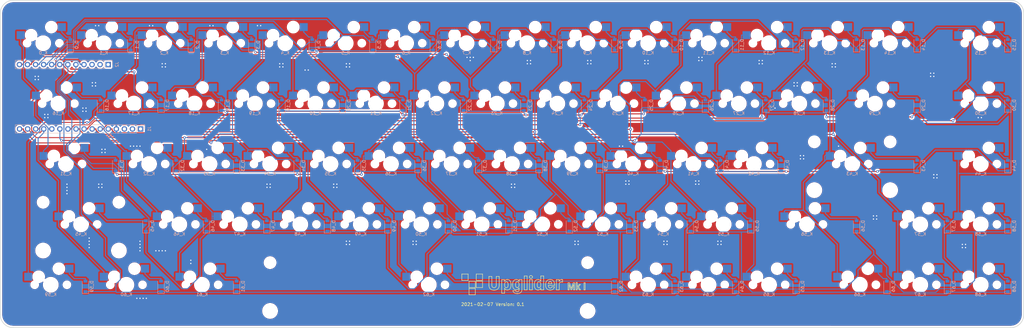
<source format=kicad_pcb>
(kicad_pcb (version 20171130) (host pcbnew "(5.1.8-0-10_14)")
  (layers (0 F.Cu signal hide) (31 B.Cu signal hide) (34 B.Paste user hide) (35 F.Paste user hide) (36 B.SilkS user) (37 F.SilkS user) (38 B.Mask user) (39 F.Mask user) (44 Edge.Cuts user))
  (net 0 "")
  (net 1 col0)
  (net 2 col1)
  (net 3 col2)
  (net 4 col3)
  (net 5 col4)
  (net 6 col5)
  (net 7 col6)
  (net 8 col7)
  (net 9 col8)
  (net 10 col9)
  (net 11 col10)
  (net 12 col11)
  (net 13 col12)
  (net 14 col13)
  (net 15 col14)
  (net 16 col15)
  (net 17 row0)
  (net 18 row1)
  (net 19 row2)
  (net 20 row3)
  (net 21 row4)
  (net 22 "Net-(D_0-Pad2)")
  (net 23 "Net-(D_1-Pad2)")
  (net 24 "Net-(D_2-Pad2)")
  (net 25 "Net-(D_3-Pad2)")
  (net 26 "Net-(D_4-Pad2)")
  (net 27 "Net-(D_5-Pad2)")
  (net 28 "Net-(D_6-Pad2)")
  (net 29 "Net-(D_7-Pad2)")
  (net 30 "Net-(D_8-Pad2)")
  (net 31 "Net-(D_9-Pad2)")
  (net 32 "Net-(D_10-Pad2)")
  (net 33 "Net-(D_11-Pad2)")
  (net 34 "Net-(D_12-Pad2)")
  (net 35 "Net-(D_13-Pad2)")
  (net 36 "Net-(D_14-Pad2)")
  (net 37 "Net-(D_15-Pad2)")
  (net 38 "Net-(D_16-Pad2)")
  (net 39 "Net-(D_17-Pad2)")
  (net 40 "Net-(D_18-Pad2)")
  (net 41 "Net-(D_19-Pad2)")
  (net 42 "Net-(D_20-Pad2)")
  (net 43 "Net-(D_21-Pad2)")
  (net 44 "Net-(D_22-Pad2)")
  (net 45 "Net-(D_23-Pad2)")
  (net 46 "Net-(D_24-Pad2)")
  (net 47 "Net-(D_25-Pad2)")
  (net 48 "Net-(D_26-Pad2)")
  (net 49 "Net-(D_27-Pad2)")
  (net 50 "Net-(D_28-Pad2)")
  (net 51 "Net-(D_29-Pad2)")
  (net 52 "Net-(D_30-Pad2)")
  (net 53 "Net-(D_31-Pad2)")
  (net 54 "Net-(D_32-Pad2)")
  (net 55 "Net-(D_33-Pad2)")
  (net 56 "Net-(D_34-Pad2)")
  (net 57 "Net-(D_35-Pad2)")
  (net 58 "Net-(D_36-Pad2)")
  (net 59 "Net-(D_37-Pad2)")
  (net 60 "Net-(D_38-Pad2)")
  (net 61 "Net-(D_39-Pad2)")
  (net 62 "Net-(D_40-Pad2)")
  (net 63 "Net-(D_41-Pad2)")
  (net 64 "Net-(D_42-Pad2)")
  (net 65 "Net-(D_43-Pad2)")
  (net 66 "Net-(D_44-Pad2)")
  (net 67 "Net-(D_45-Pad2)")
  (net 68 "Net-(D_46-Pad2)")
  (net 69 "Net-(D_47-Pad2)")
  (net 70 "Net-(D_48-Pad2)")
  (net 71 "Net-(D_49-Pad2)")
  (net 72 "Net-(D_50-Pad2)")
  (net 73 "Net-(D_51-Pad2)")
  (net 74 "Net-(D_52-Pad2)")
  (net 75 "Net-(D_53-Pad2)")
  (net 76 "Net-(D_54-Pad2)")
  (net 77 "Net-(D_55-Pad2)")
  (net 78 "Net-(D_56-Pad2)")
  (net 79 "Net-(D_57-Pad2)")
  (net 80 "Net-(D_58-Pad2)")
  (net 81 "Net-(D_59-Pad2)")
  (net 82 "Net-(D_60-Pad2)")
  (net 83 "Net-(D_61-Pad2)")
  (net 84 "Net-(D_62-Pad2)")
  (net 85 "Net-(D_63-Pad2)")
  (net 86 "Net-(D_64-Pad2)")
  (net 87 "Net-(D_65-Pad2)")
  (net 88 "Net-(D_66-Pad2)")
  (net 89 "Net-(D_67-Pad2)")
  (net 90 "Net-(D_68-Pad2)")
  (net 91 "Net-(J1-Pad3)")
  (net 92 "Net-(J1-Pad2)")
  (net 93 "Net-(J1-Pad1)")
  (net 94 "Net-(J2-Pad3)")
  (net 95 "Net-(J2-Pad2)")
  (net 96 "Net-(J2-Pad1)")
  (net 97 GND)
  (module Connector_PinSocket_2.54mm:PinSocket_1x12_P2.54mm_Vertical (layer B.Cu) (at 29.972 16.256 90)
    (fp_text reference J2 (at 0 2.77 270) (layer B.SilkS) (effects (justify mirror)))
    (fp_text value Conn_01x12)
    (pad 1 thru_hole rect (at 0 0 90) (size 1.7 1.7) (drill 1) (layers *.Cu *.Mask) (net 96 "Net-(J2-Pad1)"))
    (pad 2 thru_hole oval (at 0 -2.54 90) (size 1.7 1.7) (drill 1) (layers *.Cu *.Mask) (net 95 "Net-(J2-Pad2)"))
    (pad 3 thru_hole oval (at 0 -5.08 90) (size 1.7 1.7) (drill 1) (layers *.Cu *.Mask) (net 94 "Net-(J2-Pad3)"))
    (pad 4 thru_hole oval (at 0 -7.62 90) (size 1.7 1.7) (drill 1) (layers *.Cu *.Mask) (net 21 row4))
    (pad 5 thru_hole oval (at 0 -10.16 90) (size 1.7 1.7) (drill 1) (layers *.Cu *.Mask) (net 20 row3))
    (pad 6 thru_hole oval (at 0 -12.7 90) (size 1.7 1.7) (drill 1) (layers *.Cu *.Mask) (net 19 row2))
    (pad 7 thru_hole oval (at 0 -15.24 90) (size 1.7 1.7) (drill 1) (layers *.Cu *.Mask) (net 18 row1))
    (pad 8 thru_hole oval (at 0 -17.78 90) (size 1.7 1.7) (drill 1) (layers *.Cu *.Mask) (net 17 row0))
    (pad 9 thru_hole oval (at 0 -20.32 90) (size 1.7 1.7) (drill 1) (layers *.Cu *.Mask) (net 6 col5))
    (pad 10 thru_hole oval (at 0 -22.86 90) (size 1.7 1.7) (drill 1) (layers *.Cu *.Mask) (net 7 col6))
    (pad 11 thru_hole oval (at 0 -25.4 90) (size 1.7 1.7) (drill 1) (layers *.Cu *.Mask) (net 8 col7))
    (pad 12 thru_hole oval (at 0 -27.94 90) (size 1.7 1.7) (drill 1) (layers *.Cu *.Mask) (net 9 col8))
  )
  (module Connector_PinSocket_2.54mm:PinSocket_1x16_P2.54mm_Vertical (layer B.Cu) (at 40.172 36.576 90)
    (fp_text reference J1 (at 0 2.77 270) (layer B.SilkS) (effects (justify mirror)))
    (fp_text value Conn_01x16)
    (pad 1 thru_hole rect (at 0 0 90) (size 1.7 1.7) (drill 1) (layers *.Cu *.Mask) (net 93 "Net-(J1-Pad1)"))
    (pad 2 thru_hole oval (at 0 -2.54 90) (size 1.7 1.7) (drill 1) (layers *.Cu *.Mask) (net 92 "Net-(J1-Pad2)"))
    (pad 3 thru_hole oval (at 0 -5.08 90) (size 1.7 1.7) (drill 1) (layers *.Cu *.Mask) (net 91 "Net-(J1-Pad3)"))
    (pad 4 thru_hole oval (at 0 -7.62 90) (size 1.7 1.7) (drill 1) (layers *.Cu *.Mask) (net 97 GND))
    (pad 5 thru_hole oval (at 0 -10.16 90) (size 1.7 1.7) (drill 1) (layers *.Cu *.Mask) (net 12 col11))
    (pad 6 thru_hole oval (at 0 -12.7 90) (size 1.7 1.7) (drill 1) (layers *.Cu *.Mask) (net 11 col10))
    (pad 7 thru_hole oval (at 0 -15.24 90) (size 1.7 1.7) (drill 1) (layers *.Cu *.Mask) (net 10 col9))
    (pad 8 thru_hole oval (at 0 -17.78 90) (size 1.7 1.7) (drill 1) (layers *.Cu *.Mask) (net 16 col15))
    (pad 9 thru_hole oval (at 0 -20.32 90) (size 1.7 1.7) (drill 1) (layers *.Cu *.Mask) (net 15 col14))
    (pad 10 thru_hole oval (at 0 -22.86 90) (size 1.7 1.7) (drill 1) (layers *.Cu *.Mask) (net 14 col13))
    (pad 11 thru_hole oval (at 0 -25.4 90) (size 1.7 1.7) (drill 1) (layers *.Cu *.Mask) (net 13 col12))
    (pad 12 thru_hole oval (at 0 -27.94 90) (size 1.7 1.7) (drill 1) (layers *.Cu *.Mask) (net 1 col0))
    (pad 13 thru_hole oval (at 0 -30.48 90) (size 1.7 1.7) (drill 1) (layers *.Cu *.Mask) (net 2 col1))
    (pad 14 thru_hole oval (at 0 -33.02 90) (size 1.7 1.7) (drill 1) (layers *.Cu *.Mask) (net 3 col2))
    (pad 15 thru_hole oval (at 0 -35.56 90) (size 1.7 1.7) (drill 1) (layers *.Cu *.Mask) (net 4 col3))
    (pad 16 thru_hole oval (at 0 -38.1 90) (size 1.7 1.7) (drill 1) (layers *.Cu *.Mask) (net 5 col4))
  )
  (module MX_Only:MXOnly-1U-Hotswap (layer F.Cu) (at 304.8 85.725)
    (fp_text reference K_68)
    (fp_text value KEYSW)
    (fp_text user %R (at 0 3.048) (layer B.SilkS) (effects (justify mirror)))
    (pad 2 smd rect (at 5.842 -5.08) (size 2.55 2.5) (layers B.Cu B.Paste B.Mask) (net 90 "Net-(D_68-Pad2)"))
    (pad 1 smd rect (at -7.085 -2.54) (size 2.55 2.5) (layers B.Cu B.Paste B.Mask) (net 16 col15))
    (pad "" np_thru_hole circle (at 5.08 0 48.0996) (size 1.75 1.75) (drill 1.75) (layers *.Cu *.Mask))
    (pad "" np_thru_hole circle (at -5.08 0 48.0996) (size 1.75 1.75) (drill 1.75) (layers *.Cu *.Mask))
    (pad "" np_thru_hole circle (at -3.81 -2.54) (size 3 3) (drill 3) (layers *.Cu *.Mask))
    (pad "" np_thru_hole circle (at 0 0) (size 3.9878 3.9878) (drill 3.9878) (layers *.Cu *.Mask))
    (pad "" np_thru_hole circle (at 2.54 -5.08) (size 3 3) (drill 3) (layers *.Cu *.Mask))
  )
  (module MX_Only:MXOnly-1U-Hotswap (layer F.Cu) (at 285.75 85.725)
    (fp_text reference K_67)
    (fp_text value KEYSW)
    (fp_text user %R (at 0 3.048) (layer B.SilkS) (effects (justify mirror)))
    (pad 2 smd rect (at 5.842 -5.08) (size 2.55 2.5) (layers B.Cu B.Paste B.Mask) (net 89 "Net-(D_67-Pad2)"))
    (pad 1 smd rect (at -7.085 -2.54) (size 2.55 2.5) (layers B.Cu B.Paste B.Mask) (net 15 col14))
    (pad "" np_thru_hole circle (at 5.08 0 48.0996) (size 1.75 1.75) (drill 1.75) (layers *.Cu *.Mask))
    (pad "" np_thru_hole circle (at -5.08 0 48.0996) (size 1.75 1.75) (drill 1.75) (layers *.Cu *.Mask))
    (pad "" np_thru_hole circle (at -3.81 -2.54) (size 3 3) (drill 3) (layers *.Cu *.Mask))
    (pad "" np_thru_hole circle (at 0 0) (size 3.9878 3.9878) (drill 3.9878) (layers *.Cu *.Mask))
    (pad "" np_thru_hole circle (at 2.54 -5.08) (size 3 3) (drill 3) (layers *.Cu *.Mask))
  )
  (module MX_Only:MXOnly-1U-Hotswap (layer F.Cu) (at 266.7 85.725)
    (fp_text reference K_66)
    (fp_text value KEYSW)
    (fp_text user %R (at 0 3.048) (layer B.SilkS) (effects (justify mirror)))
    (pad 2 smd rect (at 5.842 -5.08) (size 2.55 2.5) (layers B.Cu B.Paste B.Mask) (net 88 "Net-(D_66-Pad2)"))
    (pad 1 smd rect (at -7.085 -2.54) (size 2.55 2.5) (layers B.Cu B.Paste B.Mask) (net 14 col13))
    (pad "" np_thru_hole circle (at 5.08 0 48.0996) (size 1.75 1.75) (drill 1.75) (layers *.Cu *.Mask))
    (pad "" np_thru_hole circle (at -5.08 0 48.0996) (size 1.75 1.75) (drill 1.75) (layers *.Cu *.Mask))
    (pad "" np_thru_hole circle (at -3.81 -2.54) (size 3 3) (drill 3) (layers *.Cu *.Mask))
    (pad "" np_thru_hole circle (at 0 0) (size 3.9878 3.9878) (drill 3.9878) (layers *.Cu *.Mask))
    (pad "" np_thru_hole circle (at 2.54 -5.08) (size 3 3) (drill 3) (layers *.Cu *.Mask))
  )
  (module MX_Only:MXOnly-1U-Hotswap (layer F.Cu) (at 238.125 85.725)
    (fp_text reference K_65)
    (fp_text value KEYSW)
    (fp_text user %R (at 0 3.048) (layer B.SilkS) (effects (justify mirror)))
    (pad 2 smd rect (at 5.842 -5.08) (size 2.55 2.5) (layers B.Cu B.Paste B.Mask) (net 87 "Net-(D_65-Pad2)"))
    (pad 1 smd rect (at -7.085 -2.54) (size 2.55 2.5) (layers B.Cu B.Paste B.Mask) (net 13 col12))
    (pad "" np_thru_hole circle (at 5.08 0 48.0996) (size 1.75 1.75) (drill 1.75) (layers *.Cu *.Mask))
    (pad "" np_thru_hole circle (at -5.08 0 48.0996) (size 1.75 1.75) (drill 1.75) (layers *.Cu *.Mask))
    (pad "" np_thru_hole circle (at -3.81 -2.54) (size 3 3) (drill 3) (layers *.Cu *.Mask))
    (pad "" np_thru_hole circle (at 0 0) (size 3.9878 3.9878) (drill 3.9878) (layers *.Cu *.Mask))
    (pad "" np_thru_hole circle (at 2.54 -5.08) (size 3 3) (drill 3) (layers *.Cu *.Mask))
  )
  (module MX_Only:MXOnly-1U-Hotswap (layer F.Cu) (at 219.075 85.725)
    (fp_text reference K_64)
    (fp_text value KEYSW)
    (fp_text user %R (at 0 3.048) (layer B.SilkS) (effects (justify mirror)))
    (pad 2 smd rect (at 5.842 -5.08) (size 2.55 2.5) (layers B.Cu B.Paste B.Mask) (net 86 "Net-(D_64-Pad2)"))
    (pad 1 smd rect (at -7.085 -2.54) (size 2.55 2.5) (layers B.Cu B.Paste B.Mask) (net 12 col11))
    (pad "" np_thru_hole circle (at 5.08 0 48.0996) (size 1.75 1.75) (drill 1.75) (layers *.Cu *.Mask))
    (pad "" np_thru_hole circle (at -5.08 0 48.0996) (size 1.75 1.75) (drill 1.75) (layers *.Cu *.Mask))
    (pad "" np_thru_hole circle (at -3.81 -2.54) (size 3 3) (drill 3) (layers *.Cu *.Mask))
    (pad "" np_thru_hole circle (at 0 0) (size 3.9878 3.9878) (drill 3.9878) (layers *.Cu *.Mask))
    (pad "" np_thru_hole circle (at 2.54 -5.08) (size 3 3) (drill 3) (layers *.Cu *.Mask))
  )
  (module MX_Only:MXOnly-1U-Hotswap (layer F.Cu) (at 200.025 85.725)
    (fp_text reference K_63)
    (fp_text value KEYSW)
    (fp_text user %R (at 0 3.048) (layer B.SilkS) (effects (justify mirror)))
    (pad 2 smd rect (at 5.842 -5.08) (size 2.55 2.5) (layers B.Cu B.Paste B.Mask) (net 85 "Net-(D_63-Pad2)"))
    (pad 1 smd rect (at -7.085 -2.54) (size 2.55 2.5) (layers B.Cu B.Paste B.Mask) (net 11 col10))
    (pad "" np_thru_hole circle (at 5.08 0 48.0996) (size 1.75 1.75) (drill 1.75) (layers *.Cu *.Mask))
    (pad "" np_thru_hole circle (at -5.08 0 48.0996) (size 1.75 1.75) (drill 1.75) (layers *.Cu *.Mask))
    (pad "" np_thru_hole circle (at -3.81 -2.54) (size 3 3) (drill 3) (layers *.Cu *.Mask))
    (pad "" np_thru_hole circle (at 0 0) (size 3.9878 3.9878) (drill 3.9878) (layers *.Cu *.Mask))
    (pad "" np_thru_hole circle (at 2.54 -5.08) (size 3 3) (drill 3) (layers *.Cu *.Mask))
  )
  (module MX_Only:MXOnly-6.25U-Hotswap (layer F.Cu) (at 130.969 85.725)
    (fp_text reference K_62)
    (fp_text value KEYSW)
    (fp_text user %R (at 0 3.048) (layer B.SilkS) (effects (justify mirror)))
    (pad "" np_thru_hole circle (at -49.9999 8.255) (size 3.9878 3.9878) (drill 3.9878) (layers *.Cu *.Mask))
    (pad "" np_thru_hole circle (at 49.9999 8.255) (size 3.9878 3.9878) (drill 3.9878) (layers *.Cu *.Mask))
    (pad "" np_thru_hole circle (at -49.9999 -6.985) (size 3.048 3.048) (drill 3.048) (layers *.Cu *.Mask))
    (pad "" np_thru_hole circle (at 49.9999 -6.985) (size 3.048 3.048) (drill 3.048) (layers *.Cu *.Mask))
    (pad 2 smd rect (at 5.842 -5.08) (size 2.55 2.5) (layers B.Cu B.Paste B.Mask) (net 84 "Net-(D_62-Pad2)"))
    (pad 1 smd rect (at -7.085 -2.54) (size 2.55 2.5) (layers B.Cu B.Paste B.Mask) (net 7 col6))
    (pad "" np_thru_hole circle (at 5.08 0 48.0996) (size 1.75 1.75) (drill 1.75) (layers *.Cu *.Mask))
    (pad "" np_thru_hole circle (at -5.08 0 48.0996) (size 1.75 1.75) (drill 1.75) (layers *.Cu *.Mask))
    (pad "" np_thru_hole circle (at -3.81 -2.54) (size 3 3) (drill 3) (layers *.Cu *.Mask))
    (pad "" np_thru_hole circle (at 0 0) (size 3.9878 3.9878) (drill 3.9878) (layers *.Cu *.Mask))
    (pad "" np_thru_hole circle (at 2.54 -5.08) (size 3 3) (drill 3) (layers *.Cu *.Mask))
  )
  (module MX_Only:MXOnly-1.25U-Hotswap (layer F.Cu) (at 59.5312 85.725)
    (fp_text reference K_61)
    (fp_text value KEYSW)
    (fp_text user %R (at 0 3.048) (layer B.SilkS) (effects (justify mirror)))
    (pad 2 smd rect (at 5.842 -5.08) (size 2.55 2.5) (layers B.Cu B.Paste B.Mask) (net 83 "Net-(D_61-Pad2)"))
    (pad 1 smd rect (at -7.085 -2.54) (size 2.55 2.5) (layers B.Cu B.Paste B.Mask) (net 4 col3))
    (pad "" np_thru_hole circle (at 5.08 0 48.0996) (size 1.75 1.75) (drill 1.75) (layers *.Cu *.Mask))
    (pad "" np_thru_hole circle (at -5.08 0 48.0996) (size 1.75 1.75) (drill 1.75) (layers *.Cu *.Mask))
    (pad "" np_thru_hole circle (at -3.81 -2.54) (size 3 3) (drill 3) (layers *.Cu *.Mask))
    (pad "" np_thru_hole circle (at 0 0) (size 3.9878 3.9878) (drill 3.9878) (layers *.Cu *.Mask))
    (pad "" np_thru_hole circle (at 2.54 -5.08) (size 3 3) (drill 3) (layers *.Cu *.Mask))
  )
  (module MX_Only:MXOnly-1.25U-Hotswap (layer F.Cu) (at 35.7188 85.725)
    (fp_text reference K_60)
    (fp_text value KEYSW)
    (fp_text user %R (at 0 3.048) (layer B.SilkS) (effects (justify mirror)))
    (pad 2 smd rect (at 5.842 -5.08) (size 2.55 2.5) (layers B.Cu B.Paste B.Mask) (net 82 "Net-(D_60-Pad2)"))
    (pad 1 smd rect (at -7.085 -2.54) (size 2.55 2.5) (layers B.Cu B.Paste B.Mask) (net 2 col1))
    (pad "" np_thru_hole circle (at 5.08 0 48.0996) (size 1.75 1.75) (drill 1.75) (layers *.Cu *.Mask))
    (pad "" np_thru_hole circle (at -5.08 0 48.0996) (size 1.75 1.75) (drill 1.75) (layers *.Cu *.Mask))
    (pad "" np_thru_hole circle (at -3.81 -2.54) (size 3 3) (drill 3) (layers *.Cu *.Mask))
    (pad "" np_thru_hole circle (at 0 0) (size 3.9878 3.9878) (drill 3.9878) (layers *.Cu *.Mask))
    (pad "" np_thru_hole circle (at 2.54 -5.08) (size 3 3) (drill 3) (layers *.Cu *.Mask))
  )
  (module MX_Only:MXOnly-1.25U-Hotswap (layer F.Cu) (at 11.9062 85.725)
    (fp_text reference K_59)
    (fp_text value KEYSW)
    (fp_text user %R (at 0 3.048) (layer B.SilkS) (effects (justify mirror)))
    (pad 2 smd rect (at 5.842 -5.08) (size 2.55 2.5) (layers B.Cu B.Paste B.Mask) (net 81 "Net-(D_59-Pad2)"))
    (pad 1 smd rect (at -7.085 -2.54) (size 2.55 2.5) (layers B.Cu B.Paste B.Mask) (net 1 col0))
    (pad "" np_thru_hole circle (at 5.08 0 48.0996) (size 1.75 1.75) (drill 1.75) (layers *.Cu *.Mask))
    (pad "" np_thru_hole circle (at -5.08 0 48.0996) (size 1.75 1.75) (drill 1.75) (layers *.Cu *.Mask))
    (pad "" np_thru_hole circle (at -3.81 -2.54) (size 3 3) (drill 3) (layers *.Cu *.Mask))
    (pad "" np_thru_hole circle (at 0 0) (size 3.9878 3.9878) (drill 3.9878) (layers *.Cu *.Mask))
    (pad "" np_thru_hole circle (at 2.54 -5.08) (size 3 3) (drill 3) (layers *.Cu *.Mask))
  )
  (module MX_Only:MXOnly-1U-Hotswap (layer F.Cu) (at 304.8 66.675)
    (fp_text reference K_58)
    (fp_text value KEYSW)
    (fp_text user %R (at 0 3.048) (layer B.SilkS) (effects (justify mirror)))
    (pad 2 smd rect (at 5.842 -5.08) (size 2.55 2.5) (layers B.Cu B.Paste B.Mask) (net 80 "Net-(D_58-Pad2)"))
    (pad 1 smd rect (at -7.085 -2.54) (size 2.55 2.5) (layers B.Cu B.Paste B.Mask) (net 16 col15))
    (pad "" np_thru_hole circle (at 5.08 0 48.0996) (size 1.75 1.75) (drill 1.75) (layers *.Cu *.Mask))
    (pad "" np_thru_hole circle (at -5.08 0 48.0996) (size 1.75 1.75) (drill 1.75) (layers *.Cu *.Mask))
    (pad "" np_thru_hole circle (at -3.81 -2.54) (size 3 3) (drill 3) (layers *.Cu *.Mask))
    (pad "" np_thru_hole circle (at 0 0) (size 3.9878 3.9878) (drill 3.9878) (layers *.Cu *.Mask))
    (pad "" np_thru_hole circle (at 2.54 -5.08) (size 3 3) (drill 3) (layers *.Cu *.Mask))
  )
  (module MX_Only:MXOnly-1U-Hotswap (layer F.Cu) (at 285.75 66.675)
    (fp_text reference K_57)
    (fp_text value KEYSW)
    (fp_text user %R (at 0 3.048) (layer B.SilkS) (effects (justify mirror)))
    (pad 2 smd rect (at 5.842 -5.08) (size 2.55 2.5) (layers B.Cu B.Paste B.Mask) (net 79 "Net-(D_57-Pad2)"))
    (pad 1 smd rect (at -7.085 -2.54) (size 2.55 2.5) (layers B.Cu B.Paste B.Mask) (net 15 col14))
    (pad "" np_thru_hole circle (at 5.08 0 48.0996) (size 1.75 1.75) (drill 1.75) (layers *.Cu *.Mask))
    (pad "" np_thru_hole circle (at -5.08 0 48.0996) (size 1.75 1.75) (drill 1.75) (layers *.Cu *.Mask))
    (pad "" np_thru_hole circle (at -3.81 -2.54) (size 3 3) (drill 3) (layers *.Cu *.Mask))
    (pad "" np_thru_hole circle (at 0 0) (size 3.9878 3.9878) (drill 3.9878) (layers *.Cu *.Mask))
    (pad "" np_thru_hole circle (at 2.54 -5.08) (size 3 3) (drill 3) (layers *.Cu *.Mask))
  )
  (module MX_Only:MXOnly-1.75U-Hotswap (layer F.Cu) (at 250.031 66.675)
    (fp_text reference K_56)
    (fp_text value KEYSW)
    (fp_text user %R (at 0 3.048) (layer B.SilkS) (effects (justify mirror)))
    (pad 2 smd rect (at 5.842 -5.08) (size 2.55 2.5) (layers B.Cu B.Paste B.Mask) (net 78 "Net-(D_56-Pad2)"))
    (pad 1 smd rect (at -7.085 -2.54) (size 2.55 2.5) (layers B.Cu B.Paste B.Mask) (net 14 col13))
    (pad "" np_thru_hole circle (at 5.08 0 48.0996) (size 1.75 1.75) (drill 1.75) (layers *.Cu *.Mask))
    (pad "" np_thru_hole circle (at -5.08 0 48.0996) (size 1.75 1.75) (drill 1.75) (layers *.Cu *.Mask))
    (pad "" np_thru_hole circle (at -3.81 -2.54) (size 3 3) (drill 3) (layers *.Cu *.Mask))
    (pad "" np_thru_hole circle (at 0 0) (size 3.9878 3.9878) (drill 3.9878) (layers *.Cu *.Mask))
    (pad "" np_thru_hole circle (at 2.54 -5.08) (size 3 3) (drill 3) (layers *.Cu *.Mask))
  )
  (module MX_Only:MXOnly-1U-Hotswap (layer F.Cu) (at 223.838 66.675)
    (fp_text reference K_55)
    (fp_text value KEYSW)
    (fp_text user %R (at 0 3.048) (layer B.SilkS) (effects (justify mirror)))
    (pad 2 smd rect (at 5.842 -5.08) (size 2.55 2.5) (layers B.Cu B.Paste B.Mask) (net 77 "Net-(D_55-Pad2)"))
    (pad 1 smd rect (at -7.085 -2.54) (size 2.55 2.5) (layers B.Cu B.Paste B.Mask) (net 12 col11))
    (pad "" np_thru_hole circle (at 5.08 0 48.0996) (size 1.75 1.75) (drill 1.75) (layers *.Cu *.Mask))
    (pad "" np_thru_hole circle (at -5.08 0 48.0996) (size 1.75 1.75) (drill 1.75) (layers *.Cu *.Mask))
    (pad "" np_thru_hole circle (at -3.81 -2.54) (size 3 3) (drill 3) (layers *.Cu *.Mask))
    (pad "" np_thru_hole circle (at 0 0) (size 3.9878 3.9878) (drill 3.9878) (layers *.Cu *.Mask))
    (pad "" np_thru_hole circle (at 2.54 -5.08) (size 3 3) (drill 3) (layers *.Cu *.Mask))
  )
  (module MX_Only:MXOnly-1U-Hotswap (layer F.Cu) (at 204.788 66.675)
    (fp_text reference K_54)
    (fp_text value KEYSW)
    (fp_text user %R (at 0 3.048) (layer B.SilkS) (effects (justify mirror)))
    (pad 2 smd rect (at 5.842 -5.08) (size 2.55 2.5) (layers B.Cu B.Paste B.Mask) (net 76 "Net-(D_54-Pad2)"))
    (pad 1 smd rect (at -7.085 -2.54) (size 2.55 2.5) (layers B.Cu B.Paste B.Mask) (net 11 col10))
    (pad "" np_thru_hole circle (at 5.08 0 48.0996) (size 1.75 1.75) (drill 1.75) (layers *.Cu *.Mask))
    (pad "" np_thru_hole circle (at -5.08 0 48.0996) (size 1.75 1.75) (drill 1.75) (layers *.Cu *.Mask))
    (pad "" np_thru_hole circle (at -3.81 -2.54) (size 3 3) (drill 3) (layers *.Cu *.Mask))
    (pad "" np_thru_hole circle (at 0 0) (size 3.9878 3.9878) (drill 3.9878) (layers *.Cu *.Mask))
    (pad "" np_thru_hole circle (at 2.54 -5.08) (size 3 3) (drill 3) (layers *.Cu *.Mask))
  )
  (module MX_Only:MXOnly-1U-Hotswap (layer F.Cu) (at 185.738 66.675)
    (fp_text reference K_53)
    (fp_text value KEYSW)
    (fp_text user %R (at 0 3.048) (layer B.SilkS) (effects (justify mirror)))
    (pad 2 smd rect (at 5.842 -5.08) (size 2.55 2.5) (layers B.Cu B.Paste B.Mask) (net 75 "Net-(D_53-Pad2)"))
    (pad 1 smd rect (at -7.085 -2.54) (size 2.55 2.5) (layers B.Cu B.Paste B.Mask) (net 10 col9))
    (pad "" np_thru_hole circle (at 5.08 0 48.0996) (size 1.75 1.75) (drill 1.75) (layers *.Cu *.Mask))
    (pad "" np_thru_hole circle (at -5.08 0 48.0996) (size 1.75 1.75) (drill 1.75) (layers *.Cu *.Mask))
    (pad "" np_thru_hole circle (at -3.81 -2.54) (size 3 3) (drill 3) (layers *.Cu *.Mask))
    (pad "" np_thru_hole circle (at 0 0) (size 3.9878 3.9878) (drill 3.9878) (layers *.Cu *.Mask))
    (pad "" np_thru_hole circle (at 2.54 -5.08) (size 3 3) (drill 3) (layers *.Cu *.Mask))
  )
  (module MX_Only:MXOnly-1U-Hotswap (layer F.Cu) (at 166.688 66.675)
    (fp_text reference K_52)
    (fp_text value KEYSW)
    (fp_text user %R (at 0 3.048) (layer B.SilkS) (effects (justify mirror)))
    (pad 2 smd rect (at 5.842 -5.08) (size 2.55 2.5) (layers B.Cu B.Paste B.Mask) (net 74 "Net-(D_52-Pad2)"))
    (pad 1 smd rect (at -7.085 -2.54) (size 2.55 2.5) (layers B.Cu B.Paste B.Mask) (net 9 col8))
    (pad "" np_thru_hole circle (at 5.08 0 48.0996) (size 1.75 1.75) (drill 1.75) (layers *.Cu *.Mask))
    (pad "" np_thru_hole circle (at -5.08 0 48.0996) (size 1.75 1.75) (drill 1.75) (layers *.Cu *.Mask))
    (pad "" np_thru_hole circle (at -3.81 -2.54) (size 3 3) (drill 3) (layers *.Cu *.Mask))
    (pad "" np_thru_hole circle (at 0 0) (size 3.9878 3.9878) (drill 3.9878) (layers *.Cu *.Mask))
    (pad "" np_thru_hole circle (at 2.54 -5.08) (size 3 3) (drill 3) (layers *.Cu *.Mask))
  )
  (module MX_Only:MXOnly-1U-Hotswap (layer F.Cu) (at 147.638 66.675)
    (fp_text reference K_51)
    (fp_text value KEYSW)
    (fp_text user %R (at 0 3.048) (layer B.SilkS) (effects (justify mirror)))
    (pad 2 smd rect (at 5.842 -5.08) (size 2.55 2.5) (layers B.Cu B.Paste B.Mask) (net 73 "Net-(D_51-Pad2)"))
    (pad 1 smd rect (at -7.085 -2.54) (size 2.55 2.5) (layers B.Cu B.Paste B.Mask) (net 8 col7))
    (pad "" np_thru_hole circle (at 5.08 0 48.0996) (size 1.75 1.75) (drill 1.75) (layers *.Cu *.Mask))
    (pad "" np_thru_hole circle (at -5.08 0 48.0996) (size 1.75 1.75) (drill 1.75) (layers *.Cu *.Mask))
    (pad "" np_thru_hole circle (at -3.81 -2.54) (size 3 3) (drill 3) (layers *.Cu *.Mask))
    (pad "" np_thru_hole circle (at 0 0) (size 3.9878 3.9878) (drill 3.9878) (layers *.Cu *.Mask))
    (pad "" np_thru_hole circle (at 2.54 -5.08) (size 3 3) (drill 3) (layers *.Cu *.Mask))
  )
  (module MX_Only:MXOnly-1U-Hotswap (layer F.Cu) (at 128.588 66.675)
    (fp_text reference K_50)
    (fp_text value KEYSW)
    (fp_text user %R (at 0 3.048) (layer B.SilkS) (effects (justify mirror)))
    (pad 2 smd rect (at 5.842 -5.08) (size 2.55 2.5) (layers B.Cu B.Paste B.Mask) (net 72 "Net-(D_50-Pad2)"))
    (pad 1 smd rect (at -7.085 -2.54) (size 2.55 2.5) (layers B.Cu B.Paste B.Mask) (net 7 col6))
    (pad "" np_thru_hole circle (at 5.08 0 48.0996) (size 1.75 1.75) (drill 1.75) (layers *.Cu *.Mask))
    (pad "" np_thru_hole circle (at -5.08 0 48.0996) (size 1.75 1.75) (drill 1.75) (layers *.Cu *.Mask))
    (pad "" np_thru_hole circle (at -3.81 -2.54) (size 3 3) (drill 3) (layers *.Cu *.Mask))
    (pad "" np_thru_hole circle (at 0 0) (size 3.9878 3.9878) (drill 3.9878) (layers *.Cu *.Mask))
    (pad "" np_thru_hole circle (at 2.54 -5.08) (size 3 3) (drill 3) (layers *.Cu *.Mask))
  )
  (module MX_Only:MXOnly-1U-Hotswap (layer F.Cu) (at 109.538 66.675)
    (fp_text reference K_49)
    (fp_text value KEYSW)
    (fp_text user %R (at 0 3.048) (layer B.SilkS) (effects (justify mirror)))
    (pad 2 smd rect (at 5.842 -5.08) (size 2.55 2.5) (layers B.Cu B.Paste B.Mask) (net 71 "Net-(D_49-Pad2)"))
    (pad 1 smd rect (at -7.085 -2.54) (size 2.55 2.5) (layers B.Cu B.Paste B.Mask) (net 6 col5))
    (pad "" np_thru_hole circle (at 5.08 0 48.0996) (size 1.75 1.75) (drill 1.75) (layers *.Cu *.Mask))
    (pad "" np_thru_hole circle (at -5.08 0 48.0996) (size 1.75 1.75) (drill 1.75) (layers *.Cu *.Mask))
    (pad "" np_thru_hole circle (at -3.81 -2.54) (size 3 3) (drill 3) (layers *.Cu *.Mask))
    (pad "" np_thru_hole circle (at 0 0) (size 3.9878 3.9878) (drill 3.9878) (layers *.Cu *.Mask))
    (pad "" np_thru_hole circle (at 2.54 -5.08) (size 3 3) (drill 3) (layers *.Cu *.Mask))
  )
  (module MX_Only:MXOnly-1U-Hotswap (layer F.Cu) (at 90.4875 66.675)
    (fp_text reference K_48)
    (fp_text value KEYSW)
    (fp_text user %R (at 0 3.048) (layer B.SilkS) (effects (justify mirror)))
    (pad 2 smd rect (at 5.842 -5.08) (size 2.55 2.5) (layers B.Cu B.Paste B.Mask) (net 70 "Net-(D_48-Pad2)"))
    (pad 1 smd rect (at -7.085 -2.54) (size 2.55 2.5) (layers B.Cu B.Paste B.Mask) (net 5 col4))
    (pad "" np_thru_hole circle (at 5.08 0 48.0996) (size 1.75 1.75) (drill 1.75) (layers *.Cu *.Mask))
    (pad "" np_thru_hole circle (at -5.08 0 48.0996) (size 1.75 1.75) (drill 1.75) (layers *.Cu *.Mask))
    (pad "" np_thru_hole circle (at -3.81 -2.54) (size 3 3) (drill 3) (layers *.Cu *.Mask))
    (pad "" np_thru_hole circle (at 0 0) (size 3.9878 3.9878) (drill 3.9878) (layers *.Cu *.Mask))
    (pad "" np_thru_hole circle (at 2.54 -5.08) (size 3 3) (drill 3) (layers *.Cu *.Mask))
  )
  (module MX_Only:MXOnly-1U-Hotswap (layer F.Cu) (at 71.4375 66.675)
    (fp_text reference K_47)
    (fp_text value KEYSW)
    (fp_text user %R (at 0 3.048) (layer B.SilkS) (effects (justify mirror)))
    (pad 2 smd rect (at 5.842 -5.08) (size 2.55 2.5) (layers B.Cu B.Paste B.Mask) (net 69 "Net-(D_47-Pad2)"))
    (pad 1 smd rect (at -7.085 -2.54) (size 2.55 2.5) (layers B.Cu B.Paste B.Mask) (net 4 col3))
    (pad "" np_thru_hole circle (at 5.08 0 48.0996) (size 1.75 1.75) (drill 1.75) (layers *.Cu *.Mask))
    (pad "" np_thru_hole circle (at -5.08 0 48.0996) (size 1.75 1.75) (drill 1.75) (layers *.Cu *.Mask))
    (pad "" np_thru_hole circle (at -3.81 -2.54) (size 3 3) (drill 3) (layers *.Cu *.Mask))
    (pad "" np_thru_hole circle (at 0 0) (size 3.9878 3.9878) (drill 3.9878) (layers *.Cu *.Mask))
    (pad "" np_thru_hole circle (at 2.54 -5.08) (size 3 3) (drill 3) (layers *.Cu *.Mask))
  )
  (module MX_Only:MXOnly-1U-Hotswap (layer F.Cu) (at 52.3875 66.675)
    (fp_text reference K_46)
    (fp_text value KEYSW)
    (fp_text user %R (at 0 3.048) (layer B.SilkS) (effects (justify mirror)))
    (pad 2 smd rect (at 5.842 -5.08) (size 2.55 2.5) (layers B.Cu B.Paste B.Mask) (net 68 "Net-(D_46-Pad2)"))
    (pad 1 smd rect (at -7.085 -2.54) (size 2.55 2.5) (layers B.Cu B.Paste B.Mask) (net 3 col2))
    (pad "" np_thru_hole circle (at 5.08 0 48.0996) (size 1.75 1.75) (drill 1.75) (layers *.Cu *.Mask))
    (pad "" np_thru_hole circle (at -5.08 0 48.0996) (size 1.75 1.75) (drill 1.75) (layers *.Cu *.Mask))
    (pad "" np_thru_hole circle (at -3.81 -2.54) (size 3 3) (drill 3) (layers *.Cu *.Mask))
    (pad "" np_thru_hole circle (at 0 0) (size 3.9878 3.9878) (drill 3.9878) (layers *.Cu *.Mask))
    (pad "" np_thru_hole circle (at 2.54 -5.08) (size 3 3) (drill 3) (layers *.Cu *.Mask))
  )
  (module MX_Only:MXOnly-2.25U-Hotswap (layer F.Cu) (at 21.4312 66.675)
    (fp_text reference K_45)
    (fp_text value KEYSW)
    (fp_text user %R (at 0 3.048) (layer B.SilkS) (effects (justify mirror)))
    (pad "" np_thru_hole circle (at -11.938 8.255) (size 3.9878 3.9878) (drill 3.9878) (layers *.Cu *.Mask))
    (pad "" np_thru_hole circle (at 11.938 8.255) (size 3.9878 3.9878) (drill 3.9878) (layers *.Cu *.Mask))
    (pad "" np_thru_hole circle (at -11.938 -6.985) (size 3.048 3.048) (drill 3.048) (layers *.Cu *.Mask))
    (pad "" np_thru_hole circle (at 11.938 -6.985) (size 3.048 3.048) (drill 3.048) (layers *.Cu *.Mask))
    (pad 2 smd rect (at 5.842 -5.08) (size 2.55 2.5) (layers B.Cu B.Paste B.Mask) (net 67 "Net-(D_45-Pad2)"))
    (pad 1 smd rect (at -7.085 -2.54) (size 2.55 2.5) (layers B.Cu B.Paste B.Mask) (net 2 col1))
    (pad "" np_thru_hole circle (at 5.08 0 48.0996) (size 1.75 1.75) (drill 1.75) (layers *.Cu *.Mask))
    (pad "" np_thru_hole circle (at -5.08 0 48.0996) (size 1.75 1.75) (drill 1.75) (layers *.Cu *.Mask))
    (pad "" np_thru_hole circle (at -3.81 -2.54) (size 3 3) (drill 3) (layers *.Cu *.Mask))
    (pad "" np_thru_hole circle (at 0 0) (size 3.9878 3.9878) (drill 3.9878) (layers *.Cu *.Mask))
    (pad "" np_thru_hole circle (at 2.54 -5.08) (size 3 3) (drill 3) (layers *.Cu *.Mask))
  )
  (module MX_Only:MXOnly-1U-Hotswap (layer F.Cu) (at 304.8 47.625)
    (fp_text reference K_44)
    (fp_text value KEYSW)
    (fp_text user %R (at 0 3.048) (layer B.SilkS) (effects (justify mirror)))
    (pad 2 smd rect (at 5.842 -5.08) (size 2.55 2.5) (layers B.Cu B.Paste B.Mask) (net 66 "Net-(D_44-Pad2)"))
    (pad 1 smd rect (at -7.085 -2.54) (size 2.55 2.5) (layers B.Cu B.Paste B.Mask) (net 16 col15))
    (pad "" np_thru_hole circle (at 5.08 0 48.0996) (size 1.75 1.75) (drill 1.75) (layers *.Cu *.Mask))
    (pad "" np_thru_hole circle (at -5.08 0 48.0996) (size 1.75 1.75) (drill 1.75) (layers *.Cu *.Mask))
    (pad "" np_thru_hole circle (at -3.81 -2.54) (size 3 3) (drill 3) (layers *.Cu *.Mask))
    (pad "" np_thru_hole circle (at 0 0) (size 3.9878 3.9878) (drill 3.9878) (layers *.Cu *.Mask))
    (pad "" np_thru_hole circle (at 2.54 -5.08) (size 3 3) (drill 3) (layers *.Cu *.Mask))
  )
  (module MX_Only:MXOnly-2.25U-Hotswap (layer F.Cu) (at 264.319 47.625)
    (fp_text reference K_43)
    (fp_text value KEYSW)
    (fp_text user %R (at 0 3.048) (layer B.SilkS) (effects (justify mirror)))
    (pad "" np_thru_hole circle (at -11.938 8.255) (size 3.9878 3.9878) (drill 3.9878) (layers *.Cu *.Mask))
    (pad "" np_thru_hole circle (at 11.938 8.255) (size 3.9878 3.9878) (drill 3.9878) (layers *.Cu *.Mask))
    (pad "" np_thru_hole circle (at -11.938 -6.985) (size 3.048 3.048) (drill 3.048) (layers *.Cu *.Mask))
    (pad "" np_thru_hole circle (at 11.938 -6.985) (size 3.048 3.048) (drill 3.048) (layers *.Cu *.Mask))
    (pad 2 smd rect (at 5.842 -5.08) (size 2.55 2.5) (layers B.Cu B.Paste B.Mask) (net 65 "Net-(D_43-Pad2)"))
    (pad 1 smd rect (at -7.085 -2.54) (size 2.55 2.5) (layers B.Cu B.Paste B.Mask) (net 14 col13))
    (pad "" np_thru_hole circle (at 5.08 0 48.0996) (size 1.75 1.75) (drill 1.75) (layers *.Cu *.Mask))
    (pad "" np_thru_hole circle (at -5.08 0 48.0996) (size 1.75 1.75) (drill 1.75) (layers *.Cu *.Mask))
    (pad "" np_thru_hole circle (at -3.81 -2.54) (size 3 3) (drill 3) (layers *.Cu *.Mask))
    (pad "" np_thru_hole circle (at 0 0) (size 3.9878 3.9878) (drill 3.9878) (layers *.Cu *.Mask))
    (pad "" np_thru_hole circle (at 2.54 -5.08) (size 3 3) (drill 3) (layers *.Cu *.Mask))
  )
  (module MX_Only:MXOnly-1U-Hotswap (layer F.Cu) (at 233.362 47.625)
    (fp_text reference K_42)
    (fp_text value KEYSW)
    (fp_text user %R (at 0 3.048) (layer B.SilkS) (effects (justify mirror)))
    (pad 2 smd rect (at 5.842 -5.08) (size 2.55 2.5) (layers B.Cu B.Paste B.Mask) (net 64 "Net-(D_42-Pad2)"))
    (pad 1 smd rect (at -7.085 -2.54) (size 2.55 2.5) (layers B.Cu B.Paste B.Mask) (net 13 col12))
    (pad "" np_thru_hole circle (at 5.08 0 48.0996) (size 1.75 1.75) (drill 1.75) (layers *.Cu *.Mask))
    (pad "" np_thru_hole circle (at -5.08 0 48.0996) (size 1.75 1.75) (drill 1.75) (layers *.Cu *.Mask))
    (pad "" np_thru_hole circle (at -3.81 -2.54) (size 3 3) (drill 3) (layers *.Cu *.Mask))
    (pad "" np_thru_hole circle (at 0 0) (size 3.9878 3.9878) (drill 3.9878) (layers *.Cu *.Mask))
    (pad "" np_thru_hole circle (at 2.54 -5.08) (size 3 3) (drill 3) (layers *.Cu *.Mask))
  )
  (module MX_Only:MXOnly-1U-Hotswap (layer F.Cu) (at 214.312 47.625)
    (fp_text reference K_41)
    (fp_text value KEYSW)
    (fp_text user %R (at 0 3.048) (layer B.SilkS) (effects (justify mirror)))
    (pad 2 smd rect (at 5.842 -5.08) (size 2.55 2.5) (layers B.Cu B.Paste B.Mask) (net 63 "Net-(D_41-Pad2)"))
    (pad 1 smd rect (at -7.085 -2.54) (size 2.55 2.5) (layers B.Cu B.Paste B.Mask) (net 12 col11))
    (pad "" np_thru_hole circle (at 5.08 0 48.0996) (size 1.75 1.75) (drill 1.75) (layers *.Cu *.Mask))
    (pad "" np_thru_hole circle (at -5.08 0 48.0996) (size 1.75 1.75) (drill 1.75) (layers *.Cu *.Mask))
    (pad "" np_thru_hole circle (at -3.81 -2.54) (size 3 3) (drill 3) (layers *.Cu *.Mask))
    (pad "" np_thru_hole circle (at 0 0) (size 3.9878 3.9878) (drill 3.9878) (layers *.Cu *.Mask))
    (pad "" np_thru_hole circle (at 2.54 -5.08) (size 3 3) (drill 3) (layers *.Cu *.Mask))
  )
  (module MX_Only:MXOnly-1U-Hotswap (layer F.Cu) (at 195.262 47.625)
    (fp_text reference K_40)
    (fp_text value KEYSW)
    (fp_text user %R (at 0 3.048) (layer B.SilkS) (effects (justify mirror)))
    (pad 2 smd rect (at 5.842 -5.08) (size 2.55 2.5) (layers B.Cu B.Paste B.Mask) (net 62 "Net-(D_40-Pad2)"))
    (pad 1 smd rect (at -7.085 -2.54) (size 2.55 2.5) (layers B.Cu B.Paste B.Mask) (net 11 col10))
    (pad "" np_thru_hole circle (at 5.08 0 48.0996) (size 1.75 1.75) (drill 1.75) (layers *.Cu *.Mask))
    (pad "" np_thru_hole circle (at -5.08 0 48.0996) (size 1.75 1.75) (drill 1.75) (layers *.Cu *.Mask))
    (pad "" np_thru_hole circle (at -3.81 -2.54) (size 3 3) (drill 3) (layers *.Cu *.Mask))
    (pad "" np_thru_hole circle (at 0 0) (size 3.9878 3.9878) (drill 3.9878) (layers *.Cu *.Mask))
    (pad "" np_thru_hole circle (at 2.54 -5.08) (size 3 3) (drill 3) (layers *.Cu *.Mask))
  )
  (module MX_Only:MXOnly-1U-Hotswap (layer F.Cu) (at 176.212 47.625)
    (fp_text reference K_39)
    (fp_text value KEYSW)
    (fp_text user %R (at 0 3.048) (layer B.SilkS) (effects (justify mirror)))
    (pad 2 smd rect (at 5.842 -5.08) (size 2.55 2.5) (layers B.Cu B.Paste B.Mask) (net 61 "Net-(D_39-Pad2)"))
    (pad 1 smd rect (at -7.085 -2.54) (size 2.55 2.5) (layers B.Cu B.Paste B.Mask) (net 10 col9))
    (pad "" np_thru_hole circle (at 5.08 0 48.0996) (size 1.75 1.75) (drill 1.75) (layers *.Cu *.Mask))
    (pad "" np_thru_hole circle (at -5.08 0 48.0996) (size 1.75 1.75) (drill 1.75) (layers *.Cu *.Mask))
    (pad "" np_thru_hole circle (at -3.81 -2.54) (size 3 3) (drill 3) (layers *.Cu *.Mask))
    (pad "" np_thru_hole circle (at 0 0) (size 3.9878 3.9878) (drill 3.9878) (layers *.Cu *.Mask))
    (pad "" np_thru_hole circle (at 2.54 -5.08) (size 3 3) (drill 3) (layers *.Cu *.Mask))
  )
  (module MX_Only:MXOnly-1U-Hotswap (layer F.Cu) (at 157.162 47.625)
    (fp_text reference K_38)
    (fp_text value KEYSW)
    (fp_text user %R (at 0 3.048) (layer B.SilkS) (effects (justify mirror)))
    (pad 2 smd rect (at 5.842 -5.08) (size 2.55 2.5) (layers B.Cu B.Paste B.Mask) (net 60 "Net-(D_38-Pad2)"))
    (pad 1 smd rect (at -7.085 -2.54) (size 2.55 2.5) (layers B.Cu B.Paste B.Mask) (net 9 col8))
    (pad "" np_thru_hole circle (at 5.08 0 48.0996) (size 1.75 1.75) (drill 1.75) (layers *.Cu *.Mask))
    (pad "" np_thru_hole circle (at -5.08 0 48.0996) (size 1.75 1.75) (drill 1.75) (layers *.Cu *.Mask))
    (pad "" np_thru_hole circle (at -3.81 -2.54) (size 3 3) (drill 3) (layers *.Cu *.Mask))
    (pad "" np_thru_hole circle (at 0 0) (size 3.9878 3.9878) (drill 3.9878) (layers *.Cu *.Mask))
    (pad "" np_thru_hole circle (at 2.54 -5.08) (size 3 3) (drill 3) (layers *.Cu *.Mask))
  )
  (module MX_Only:MXOnly-1U-Hotswap (layer F.Cu) (at 138.112 47.625)
    (fp_text reference K_37)
    (fp_text value KEYSW)
    (fp_text user %R (at 0 3.048) (layer B.SilkS) (effects (justify mirror)))
    (pad 2 smd rect (at 5.842 -5.08) (size 2.55 2.5) (layers B.Cu B.Paste B.Mask) (net 59 "Net-(D_37-Pad2)"))
    (pad 1 smd rect (at -7.085 -2.54) (size 2.55 2.5) (layers B.Cu B.Paste B.Mask) (net 8 col7))
    (pad "" np_thru_hole circle (at 5.08 0 48.0996) (size 1.75 1.75) (drill 1.75) (layers *.Cu *.Mask))
    (pad "" np_thru_hole circle (at -5.08 0 48.0996) (size 1.75 1.75) (drill 1.75) (layers *.Cu *.Mask))
    (pad "" np_thru_hole circle (at -3.81 -2.54) (size 3 3) (drill 3) (layers *.Cu *.Mask))
    (pad "" np_thru_hole circle (at 0 0) (size 3.9878 3.9878) (drill 3.9878) (layers *.Cu *.Mask))
    (pad "" np_thru_hole circle (at 2.54 -5.08) (size 3 3) (drill 3) (layers *.Cu *.Mask))
  )
  (module MX_Only:MXOnly-1U-Hotswap (layer F.Cu) (at 119.062 47.625)
    (fp_text reference K_36)
    (fp_text value KEYSW)
    (fp_text user %R (at 0 3.048) (layer B.SilkS) (effects (justify mirror)))
    (pad 2 smd rect (at 5.842 -5.08) (size 2.55 2.5) (layers B.Cu B.Paste B.Mask) (net 58 "Net-(D_36-Pad2)"))
    (pad 1 smd rect (at -7.085 -2.54) (size 2.55 2.5) (layers B.Cu B.Paste B.Mask) (net 7 col6))
    (pad "" np_thru_hole circle (at 5.08 0 48.0996) (size 1.75 1.75) (drill 1.75) (layers *.Cu *.Mask))
    (pad "" np_thru_hole circle (at -5.08 0 48.0996) (size 1.75 1.75) (drill 1.75) (layers *.Cu *.Mask))
    (pad "" np_thru_hole circle (at -3.81 -2.54) (size 3 3) (drill 3) (layers *.Cu *.Mask))
    (pad "" np_thru_hole circle (at 0 0) (size 3.9878 3.9878) (drill 3.9878) (layers *.Cu *.Mask))
    (pad "" np_thru_hole circle (at 2.54 -5.08) (size 3 3) (drill 3) (layers *.Cu *.Mask))
  )
  (module MX_Only:MXOnly-1U-Hotswap (layer F.Cu) (at 100.012 47.625)
    (fp_text reference K_35)
    (fp_text value KEYSW)
    (fp_text user %R (at 0 3.048) (layer B.SilkS) (effects (justify mirror)))
    (pad 2 smd rect (at 5.842 -5.08) (size 2.55 2.5) (layers B.Cu B.Paste B.Mask) (net 57 "Net-(D_35-Pad2)"))
    (pad 1 smd rect (at -7.085 -2.54) (size 2.55 2.5) (layers B.Cu B.Paste B.Mask) (net 6 col5))
    (pad "" np_thru_hole circle (at 5.08 0 48.0996) (size 1.75 1.75) (drill 1.75) (layers *.Cu *.Mask))
    (pad "" np_thru_hole circle (at -5.08 0 48.0996) (size 1.75 1.75) (drill 1.75) (layers *.Cu *.Mask))
    (pad "" np_thru_hole circle (at -3.81 -2.54) (size 3 3) (drill 3) (layers *.Cu *.Mask))
    (pad "" np_thru_hole circle (at 0 0) (size 3.9878 3.9878) (drill 3.9878) (layers *.Cu *.Mask))
    (pad "" np_thru_hole circle (at 2.54 -5.08) (size 3 3) (drill 3) (layers *.Cu *.Mask))
  )
  (module MX_Only:MXOnly-1U-Hotswap (layer F.Cu) (at 80.9625 47.625)
    (fp_text reference K_34)
    (fp_text value KEYSW)
    (fp_text user %R (at 0 3.048) (layer B.SilkS) (effects (justify mirror)))
    (pad 2 smd rect (at 5.842 -5.08) (size 2.55 2.5) (layers B.Cu B.Paste B.Mask) (net 56 "Net-(D_34-Pad2)"))
    (pad 1 smd rect (at -7.085 -2.54) (size 2.55 2.5) (layers B.Cu B.Paste B.Mask) (net 5 col4))
    (pad "" np_thru_hole circle (at 5.08 0 48.0996) (size 1.75 1.75) (drill 1.75) (layers *.Cu *.Mask))
    (pad "" np_thru_hole circle (at -5.08 0 48.0996) (size 1.75 1.75) (drill 1.75) (layers *.Cu *.Mask))
    (pad "" np_thru_hole circle (at -3.81 -2.54) (size 3 3) (drill 3) (layers *.Cu *.Mask))
    (pad "" np_thru_hole circle (at 0 0) (size 3.9878 3.9878) (drill 3.9878) (layers *.Cu *.Mask))
    (pad "" np_thru_hole circle (at 2.54 -5.08) (size 3 3) (drill 3) (layers *.Cu *.Mask))
  )
  (module MX_Only:MXOnly-1U-Hotswap (layer F.Cu) (at 61.9125 47.625)
    (fp_text reference K_33)
    (fp_text value KEYSW)
    (fp_text user %R (at 0 3.048) (layer B.SilkS) (effects (justify mirror)))
    (pad 2 smd rect (at 5.842 -5.08) (size 2.55 2.5) (layers B.Cu B.Paste B.Mask) (net 55 "Net-(D_33-Pad2)"))
    (pad 1 smd rect (at -7.085 -2.54) (size 2.55 2.5) (layers B.Cu B.Paste B.Mask) (net 4 col3))
    (pad "" np_thru_hole circle (at 5.08 0 48.0996) (size 1.75 1.75) (drill 1.75) (layers *.Cu *.Mask))
    (pad "" np_thru_hole circle (at -5.08 0 48.0996) (size 1.75 1.75) (drill 1.75) (layers *.Cu *.Mask))
    (pad "" np_thru_hole circle (at -3.81 -2.54) (size 3 3) (drill 3) (layers *.Cu *.Mask))
    (pad "" np_thru_hole circle (at 0 0) (size 3.9878 3.9878) (drill 3.9878) (layers *.Cu *.Mask))
    (pad "" np_thru_hole circle (at 2.54 -5.08) (size 3 3) (drill 3) (layers *.Cu *.Mask))
  )
  (module MX_Only:MXOnly-1U-Hotswap (layer F.Cu) (at 42.8625 47.625)
    (fp_text reference K_32)
    (fp_text value KEYSW)
    (fp_text user %R (at 0 3.048) (layer B.SilkS) (effects (justify mirror)))
    (pad 2 smd rect (at 5.842 -5.08) (size 2.55 2.5) (layers B.Cu B.Paste B.Mask) (net 54 "Net-(D_32-Pad2)"))
    (pad 1 smd rect (at -7.085 -2.54) (size 2.55 2.5) (layers B.Cu B.Paste B.Mask) (net 3 col2))
    (pad "" np_thru_hole circle (at 5.08 0 48.0996) (size 1.75 1.75) (drill 1.75) (layers *.Cu *.Mask))
    (pad "" np_thru_hole circle (at -5.08 0 48.0996) (size 1.75 1.75) (drill 1.75) (layers *.Cu *.Mask))
    (pad "" np_thru_hole circle (at -3.81 -2.54) (size 3 3) (drill 3) (layers *.Cu *.Mask))
    (pad "" np_thru_hole circle (at 0 0) (size 3.9878 3.9878) (drill 3.9878) (layers *.Cu *.Mask))
    (pad "" np_thru_hole circle (at 2.54 -5.08) (size 3 3) (drill 3) (layers *.Cu *.Mask))
  )
  (module MX_Only:MXOnly-1.75U-Hotswap (layer F.Cu) (at 16.6688 47.625)
    (fp_text reference K_31)
    (fp_text value KEYSW)
    (fp_text user %R (at 0 3.048) (layer B.SilkS) (effects (justify mirror)))
    (pad 2 smd rect (at 5.842 -5.08) (size 2.55 2.5) (layers B.Cu B.Paste B.Mask) (net 53 "Net-(D_31-Pad2)"))
    (pad 1 smd rect (at -7.085 -2.54) (size 2.55 2.5) (layers B.Cu B.Paste B.Mask) (net 1 col0))
    (pad "" np_thru_hole circle (at 5.08 0 48.0996) (size 1.75 1.75) (drill 1.75) (layers *.Cu *.Mask))
    (pad "" np_thru_hole circle (at -5.08 0 48.0996) (size 1.75 1.75) (drill 1.75) (layers *.Cu *.Mask))
    (pad "" np_thru_hole circle (at -3.81 -2.54) (size 3 3) (drill 3) (layers *.Cu *.Mask))
    (pad "" np_thru_hole circle (at 0 0) (size 3.9878 3.9878) (drill 3.9878) (layers *.Cu *.Mask))
    (pad "" np_thru_hole circle (at 2.54 -5.08) (size 3 3) (drill 3) (layers *.Cu *.Mask))
  )
  (module MX_Only:MXOnly-1U-Hotswap (layer F.Cu) (at 304.8 28.575)
    (fp_text reference K_30)
    (fp_text value KEYSW)
    (fp_text user %R (at 0 3.048) (layer B.SilkS) (effects (justify mirror)))
    (pad 2 smd rect (at 5.842 -5.08) (size 2.55 2.5) (layers B.Cu B.Paste B.Mask) (net 52 "Net-(D_30-Pad2)"))
    (pad 1 smd rect (at -7.085 -2.54) (size 2.55 2.5) (layers B.Cu B.Paste B.Mask) (net 16 col15))
    (pad "" np_thru_hole circle (at 5.08 0 48.0996) (size 1.75 1.75) (drill 1.75) (layers *.Cu *.Mask))
    (pad "" np_thru_hole circle (at -5.08 0 48.0996) (size 1.75 1.75) (drill 1.75) (layers *.Cu *.Mask))
    (pad "" np_thru_hole circle (at -3.81 -2.54) (size 3 3) (drill 3) (layers *.Cu *.Mask))
    (pad "" np_thru_hole circle (at 0 0) (size 3.9878 3.9878) (drill 3.9878) (layers *.Cu *.Mask))
    (pad "" np_thru_hole circle (at 2.54 -5.08) (size 3 3) (drill 3) (layers *.Cu *.Mask))
  )
  (module MX_Only:MXOnly-1.5U-Hotswap (layer F.Cu) (at 271.462 28.575)
    (fp_text reference K_29)
    (fp_text value KEYSW)
    (fp_text user %R (at 0 3.048) (layer B.SilkS) (effects (justify mirror)))
    (pad 2 smd rect (at 5.842 -5.08) (size 2.55 2.5) (layers B.Cu B.Paste B.Mask) (net 51 "Net-(D_29-Pad2)"))
    (pad 1 smd rect (at -7.085 -2.54) (size 2.55 2.5) (layers B.Cu B.Paste B.Mask) (net 15 col14))
    (pad "" np_thru_hole circle (at 5.08 0 48.0996) (size 1.75 1.75) (drill 1.75) (layers *.Cu *.Mask))
    (pad "" np_thru_hole circle (at -5.08 0 48.0996) (size 1.75 1.75) (drill 1.75) (layers *.Cu *.Mask))
    (pad "" np_thru_hole circle (at -3.81 -2.54) (size 3 3) (drill 3) (layers *.Cu *.Mask))
    (pad "" np_thru_hole circle (at 0 0) (size 3.9878 3.9878) (drill 3.9878) (layers *.Cu *.Mask))
    (pad "" np_thru_hole circle (at 2.54 -5.08) (size 3 3) (drill 3) (layers *.Cu *.Mask))
  )
  (module MX_Only:MXOnly-1U-Hotswap (layer F.Cu) (at 247.65 28.575)
    (fp_text reference K_28)
    (fp_text value KEYSW)
    (fp_text user %R (at 0 3.048) (layer B.SilkS) (effects (justify mirror)))
    (pad 2 smd rect (at 5.842 -5.08) (size 2.55 2.5) (layers B.Cu B.Paste B.Mask) (net 50 "Net-(D_28-Pad2)"))
    (pad 1 smd rect (at -7.085 -2.54) (size 2.55 2.5) (layers B.Cu B.Paste B.Mask) (net 14 col13))
    (pad "" np_thru_hole circle (at 5.08 0 48.0996) (size 1.75 1.75) (drill 1.75) (layers *.Cu *.Mask))
    (pad "" np_thru_hole circle (at -5.08 0 48.0996) (size 1.75 1.75) (drill 1.75) (layers *.Cu *.Mask))
    (pad "" np_thru_hole circle (at -3.81 -2.54) (size 3 3) (drill 3) (layers *.Cu *.Mask))
    (pad "" np_thru_hole circle (at 0 0) (size 3.9878 3.9878) (drill 3.9878) (layers *.Cu *.Mask))
    (pad "" np_thru_hole circle (at 2.54 -5.08) (size 3 3) (drill 3) (layers *.Cu *.Mask))
  )
  (module MX_Only:MXOnly-1U-Hotswap (layer F.Cu) (at 228.6 28.575)
    (fp_text reference K_27)
    (fp_text value KEYSW)
    (fp_text user %R (at 0 3.048) (layer B.SilkS) (effects (justify mirror)))
    (pad 2 smd rect (at 5.842 -5.08) (size 2.55 2.5) (layers B.Cu B.Paste B.Mask) (net 49 "Net-(D_27-Pad2)"))
    (pad 1 smd rect (at -7.085 -2.54) (size 2.55 2.5) (layers B.Cu B.Paste B.Mask) (net 13 col12))
    (pad "" np_thru_hole circle (at 5.08 0 48.0996) (size 1.75 1.75) (drill 1.75) (layers *.Cu *.Mask))
    (pad "" np_thru_hole circle (at -5.08 0 48.0996) (size 1.75 1.75) (drill 1.75) (layers *.Cu *.Mask))
    (pad "" np_thru_hole circle (at -3.81 -2.54) (size 3 3) (drill 3) (layers *.Cu *.Mask))
    (pad "" np_thru_hole circle (at 0 0) (size 3.9878 3.9878) (drill 3.9878) (layers *.Cu *.Mask))
    (pad "" np_thru_hole circle (at 2.54 -5.08) (size 3 3) (drill 3) (layers *.Cu *.Mask))
  )
  (module MX_Only:MXOnly-1U-Hotswap (layer F.Cu) (at 209.55 28.575)
    (fp_text reference K_26)
    (fp_text value KEYSW)
    (fp_text user %R (at 0 3.048) (layer B.SilkS) (effects (justify mirror)))
    (pad 2 smd rect (at 5.842 -5.08) (size 2.55 2.5) (layers B.Cu B.Paste B.Mask) (net 48 "Net-(D_26-Pad2)"))
    (pad 1 smd rect (at -7.085 -2.54) (size 2.55 2.5) (layers B.Cu B.Paste B.Mask) (net 12 col11))
    (pad "" np_thru_hole circle (at 5.08 0 48.0996) (size 1.75 1.75) (drill 1.75) (layers *.Cu *.Mask))
    (pad "" np_thru_hole circle (at -5.08 0 48.0996) (size 1.75 1.75) (drill 1.75) (layers *.Cu *.Mask))
    (pad "" np_thru_hole circle (at -3.81 -2.54) (size 3 3) (drill 3) (layers *.Cu *.Mask))
    (pad "" np_thru_hole circle (at 0 0) (size 3.9878 3.9878) (drill 3.9878) (layers *.Cu *.Mask))
    (pad "" np_thru_hole circle (at 2.54 -5.08) (size 3 3) (drill 3) (layers *.Cu *.Mask))
  )
  (module MX_Only:MXOnly-1U-Hotswap (layer F.Cu) (at 190.5 28.575)
    (fp_text reference K_25)
    (fp_text value KEYSW)
    (fp_text user %R (at 0 3.048) (layer B.SilkS) (effects (justify mirror)))
    (pad 2 smd rect (at 5.842 -5.08) (size 2.55 2.5) (layers B.Cu B.Paste B.Mask) (net 47 "Net-(D_25-Pad2)"))
    (pad 1 smd rect (at -7.085 -2.54) (size 2.55 2.5) (layers B.Cu B.Paste B.Mask) (net 11 col10))
    (pad "" np_thru_hole circle (at 5.08 0 48.0996) (size 1.75 1.75) (drill 1.75) (layers *.Cu *.Mask))
    (pad "" np_thru_hole circle (at -5.08 0 48.0996) (size 1.75 1.75) (drill 1.75) (layers *.Cu *.Mask))
    (pad "" np_thru_hole circle (at -3.81 -2.54) (size 3 3) (drill 3) (layers *.Cu *.Mask))
    (pad "" np_thru_hole circle (at 0 0) (size 3.9878 3.9878) (drill 3.9878) (layers *.Cu *.Mask))
    (pad "" np_thru_hole circle (at 2.54 -5.08) (size 3 3) (drill 3) (layers *.Cu *.Mask))
  )
  (module MX_Only:MXOnly-1U-Hotswap (layer F.Cu) (at 171.45 28.575)
    (fp_text reference K_24)
    (fp_text value KEYSW)
    (fp_text user %R (at 0 3.048) (layer B.SilkS) (effects (justify mirror)))
    (pad 2 smd rect (at 5.842 -5.08) (size 2.55 2.5) (layers B.Cu B.Paste B.Mask) (net 46 "Net-(D_24-Pad2)"))
    (pad 1 smd rect (at -7.085 -2.54) (size 2.55 2.5) (layers B.Cu B.Paste B.Mask) (net 10 col9))
    (pad "" np_thru_hole circle (at 5.08 0 48.0996) (size 1.75 1.75) (drill 1.75) (layers *.Cu *.Mask))
    (pad "" np_thru_hole circle (at -5.08 0 48.0996) (size 1.75 1.75) (drill 1.75) (layers *.Cu *.Mask))
    (pad "" np_thru_hole circle (at -3.81 -2.54) (size 3 3) (drill 3) (layers *.Cu *.Mask))
    (pad "" np_thru_hole circle (at 0 0) (size 3.9878 3.9878) (drill 3.9878) (layers *.Cu *.Mask))
    (pad "" np_thru_hole circle (at 2.54 -5.08) (size 3 3) (drill 3) (layers *.Cu *.Mask))
  )
  (module MX_Only:MXOnly-1U-Hotswap (layer F.Cu) (at 152.4 28.575)
    (fp_text reference K_23)
    (fp_text value KEYSW)
    (fp_text user %R (at 0 3.048) (layer B.SilkS) (effects (justify mirror)))
    (pad 2 smd rect (at 5.842 -5.08) (size 2.55 2.5) (layers B.Cu B.Paste B.Mask) (net 45 "Net-(D_23-Pad2)"))
    (pad 1 smd rect (at -7.085 -2.54) (size 2.55 2.5) (layers B.Cu B.Paste B.Mask) (net 9 col8))
    (pad "" np_thru_hole circle (at 5.08 0 48.0996) (size 1.75 1.75) (drill 1.75) (layers *.Cu *.Mask))
    (pad "" np_thru_hole circle (at -5.08 0 48.0996) (size 1.75 1.75) (drill 1.75) (layers *.Cu *.Mask))
    (pad "" np_thru_hole circle (at -3.81 -2.54) (size 3 3) (drill 3) (layers *.Cu *.Mask))
    (pad "" np_thru_hole circle (at 0 0) (size 3.9878 3.9878) (drill 3.9878) (layers *.Cu *.Mask))
    (pad "" np_thru_hole circle (at 2.54 -5.08) (size 3 3) (drill 3) (layers *.Cu *.Mask))
  )
  (module MX_Only:MXOnly-1U-Hotswap (layer F.Cu) (at 133.35 28.575)
    (fp_text reference K_22)
    (fp_text value KEYSW)
    (fp_text user %R (at 0 3.048) (layer B.SilkS) (effects (justify mirror)))
    (pad 2 smd rect (at 5.842 -5.08) (size 2.55 2.5) (layers B.Cu B.Paste B.Mask) (net 44 "Net-(D_22-Pad2)"))
    (pad 1 smd rect (at -7.085 -2.54) (size 2.55 2.5) (layers B.Cu B.Paste B.Mask) (net 8 col7))
    (pad "" np_thru_hole circle (at 5.08 0 48.0996) (size 1.75 1.75) (drill 1.75) (layers *.Cu *.Mask))
    (pad "" np_thru_hole circle (at -5.08 0 48.0996) (size 1.75 1.75) (drill 1.75) (layers *.Cu *.Mask))
    (pad "" np_thru_hole circle (at -3.81 -2.54) (size 3 3) (drill 3) (layers *.Cu *.Mask))
    (pad "" np_thru_hole circle (at 0 0) (size 3.9878 3.9878) (drill 3.9878) (layers *.Cu *.Mask))
    (pad "" np_thru_hole circle (at 2.54 -5.08) (size 3 3) (drill 3) (layers *.Cu *.Mask))
  )
  (module MX_Only:MXOnly-1U-Hotswap (layer F.Cu) (at 114.3 28.575)
    (fp_text reference K_21)
    (fp_text value KEYSW)
    (fp_text user %R (at 0 3.048) (layer B.SilkS) (effects (justify mirror)))
    (pad 2 smd rect (at 5.842 -5.08) (size 2.55 2.5) (layers B.Cu B.Paste B.Mask) (net 43 "Net-(D_21-Pad2)"))
    (pad 1 smd rect (at -7.085 -2.54) (size 2.55 2.5) (layers B.Cu B.Paste B.Mask) (net 7 col6))
    (pad "" np_thru_hole circle (at 5.08 0 48.0996) (size 1.75 1.75) (drill 1.75) (layers *.Cu *.Mask))
    (pad "" np_thru_hole circle (at -5.08 0 48.0996) (size 1.75 1.75) (drill 1.75) (layers *.Cu *.Mask))
    (pad "" np_thru_hole circle (at -3.81 -2.54) (size 3 3) (drill 3) (layers *.Cu *.Mask))
    (pad "" np_thru_hole circle (at 0 0) (size 3.9878 3.9878) (drill 3.9878) (layers *.Cu *.Mask))
    (pad "" np_thru_hole circle (at 2.54 -5.08) (size 3 3) (drill 3) (layers *.Cu *.Mask))
  )
  (module MX_Only:MXOnly-1U-Hotswap (layer F.Cu) (at 95.25 28.575)
    (fp_text reference K_20)
    (fp_text value KEYSW)
    (fp_text user %R (at 0 3.048) (layer B.SilkS) (effects (justify mirror)))
    (pad 2 smd rect (at 5.842 -5.08) (size 2.55 2.5) (layers B.Cu B.Paste B.Mask) (net 42 "Net-(D_20-Pad2)"))
    (pad 1 smd rect (at -7.085 -2.54) (size 2.55 2.5) (layers B.Cu B.Paste B.Mask) (net 6 col5))
    (pad "" np_thru_hole circle (at 5.08 0 48.0996) (size 1.75 1.75) (drill 1.75) (layers *.Cu *.Mask))
    (pad "" np_thru_hole circle (at -5.08 0 48.0996) (size 1.75 1.75) (drill 1.75) (layers *.Cu *.Mask))
    (pad "" np_thru_hole circle (at -3.81 -2.54) (size 3 3) (drill 3) (layers *.Cu *.Mask))
    (pad "" np_thru_hole circle (at 0 0) (size 3.9878 3.9878) (drill 3.9878) (layers *.Cu *.Mask))
    (pad "" np_thru_hole circle (at 2.54 -5.08) (size 3 3) (drill 3) (layers *.Cu *.Mask))
  )
  (module MX_Only:MXOnly-1U-Hotswap (layer F.Cu) (at 76.2 28.575)
    (fp_text reference K_19)
    (fp_text value KEYSW)
    (fp_text user %R (at 0 3.048) (layer B.SilkS) (effects (justify mirror)))
    (pad 2 smd rect (at 5.842 -5.08) (size 2.55 2.5) (layers B.Cu B.Paste B.Mask) (net 41 "Net-(D_19-Pad2)"))
    (pad 1 smd rect (at -7.085 -2.54) (size 2.55 2.5) (layers B.Cu B.Paste B.Mask) (net 5 col4))
    (pad "" np_thru_hole circle (at 5.08 0 48.0996) (size 1.75 1.75) (drill 1.75) (layers *.Cu *.Mask))
    (pad "" np_thru_hole circle (at -5.08 0 48.0996) (size 1.75 1.75) (drill 1.75) (layers *.Cu *.Mask))
    (pad "" np_thru_hole circle (at -3.81 -2.54) (size 3 3) (drill 3) (layers *.Cu *.Mask))
    (pad "" np_thru_hole circle (at 0 0) (size 3.9878 3.9878) (drill 3.9878) (layers *.Cu *.Mask))
    (pad "" np_thru_hole circle (at 2.54 -5.08) (size 3 3) (drill 3) (layers *.Cu *.Mask))
  )
  (module MX_Only:MXOnly-1U-Hotswap (layer F.Cu) (at 57.15 28.575)
    (fp_text reference K_18)
    (fp_text value KEYSW)
    (fp_text user %R (at 0 3.048) (layer B.SilkS) (effects (justify mirror)))
    (pad 2 smd rect (at 5.842 -5.08) (size 2.55 2.5) (layers B.Cu B.Paste B.Mask) (net 40 "Net-(D_18-Pad2)"))
    (pad 1 smd rect (at -7.085 -2.54) (size 2.55 2.5) (layers B.Cu B.Paste B.Mask) (net 4 col3))
    (pad "" np_thru_hole circle (at 5.08 0 48.0996) (size 1.75 1.75) (drill 1.75) (layers *.Cu *.Mask))
    (pad "" np_thru_hole circle (at -5.08 0 48.0996) (size 1.75 1.75) (drill 1.75) (layers *.Cu *.Mask))
    (pad "" np_thru_hole circle (at -3.81 -2.54) (size 3 3) (drill 3) (layers *.Cu *.Mask))
    (pad "" np_thru_hole circle (at 0 0) (size 3.9878 3.9878) (drill 3.9878) (layers *.Cu *.Mask))
    (pad "" np_thru_hole circle (at 2.54 -5.08) (size 3 3) (drill 3) (layers *.Cu *.Mask))
  )
  (module MX_Only:MXOnly-1U-Hotswap (layer F.Cu) (at 38.1 28.575)
    (fp_text reference K_17)
    (fp_text value KEYSW)
    (fp_text user %R (at 0 3.048) (layer B.SilkS) (effects (justify mirror)))
    (pad 2 smd rect (at 5.842 -5.08) (size 2.55 2.5) (layers B.Cu B.Paste B.Mask) (net 39 "Net-(D_17-Pad2)"))
    (pad 1 smd rect (at -7.085 -2.54) (size 2.55 2.5) (layers B.Cu B.Paste B.Mask) (net 3 col2))
    (pad "" np_thru_hole circle (at 5.08 0 48.0996) (size 1.75 1.75) (drill 1.75) (layers *.Cu *.Mask))
    (pad "" np_thru_hole circle (at -5.08 0 48.0996) (size 1.75 1.75) (drill 1.75) (layers *.Cu *.Mask))
    (pad "" np_thru_hole circle (at -3.81 -2.54) (size 3 3) (drill 3) (layers *.Cu *.Mask))
    (pad "" np_thru_hole circle (at 0 0) (size 3.9878 3.9878) (drill 3.9878) (layers *.Cu *.Mask))
    (pad "" np_thru_hole circle (at 2.54 -5.08) (size 3 3) (drill 3) (layers *.Cu *.Mask))
  )
  (module MX_Only:MXOnly-1.5U-Hotswap (layer F.Cu) (at 14.2875 28.575)
    (fp_text reference K_16)
    (fp_text value KEYSW)
    (fp_text user %R (at 0 3.048) (layer B.SilkS) (effects (justify mirror)))
    (pad 2 smd rect (at 5.842 -5.08) (size 2.55 2.5) (layers B.Cu B.Paste B.Mask) (net 38 "Net-(D_16-Pad2)"))
    (pad 1 smd rect (at -7.085 -2.54) (size 2.55 2.5) (layers B.Cu B.Paste B.Mask) (net 1 col0))
    (pad "" np_thru_hole circle (at 5.08 0 48.0996) (size 1.75 1.75) (drill 1.75) (layers *.Cu *.Mask))
    (pad "" np_thru_hole circle (at -5.08 0 48.0996) (size 1.75 1.75) (drill 1.75) (layers *.Cu *.Mask))
    (pad "" np_thru_hole circle (at -3.81 -2.54) (size 3 3) (drill 3) (layers *.Cu *.Mask))
    (pad "" np_thru_hole circle (at 0 0) (size 3.9878 3.9878) (drill 3.9878) (layers *.Cu *.Mask))
    (pad "" np_thru_hole circle (at 2.54 -5.08) (size 3 3) (drill 3) (layers *.Cu *.Mask))
  )
  (module MX_Only:MXOnly-1U-Hotswap (layer F.Cu) (at 304.8 9.525)
    (fp_text reference K_15)
    (fp_text value KEYSW)
    (fp_text user %R (at 0 3.048) (layer B.SilkS) (effects (justify mirror)))
    (pad 2 smd rect (at 5.842 -5.08) (size 2.55 2.5) (layers B.Cu B.Paste B.Mask) (net 37 "Net-(D_15-Pad2)"))
    (pad 1 smd rect (at -7.085 -2.54) (size 2.55 2.5) (layers B.Cu B.Paste B.Mask) (net 16 col15))
    (pad "" np_thru_hole circle (at 5.08 0 48.0996) (size 1.75 1.75) (drill 1.75) (layers *.Cu *.Mask))
    (pad "" np_thru_hole circle (at -5.08 0 48.0996) (size 1.75 1.75) (drill 1.75) (layers *.Cu *.Mask))
    (pad "" np_thru_hole circle (at -3.81 -2.54) (size 3 3) (drill 3) (layers *.Cu *.Mask))
    (pad "" np_thru_hole circle (at 0 0) (size 3.9878 3.9878) (drill 3.9878) (layers *.Cu *.Mask))
    (pad "" np_thru_hole circle (at 2.54 -5.08) (size 3 3) (drill 3) (layers *.Cu *.Mask))
  )
  (module MX_Only:MXOnly-1U-Hotswap (layer F.Cu) (at 276.225 9.525)
    (fp_text reference K_14)
    (fp_text value KEYSW)
    (fp_text user %R (at 0 3.048) (layer B.SilkS) (effects (justify mirror)))
    (pad 2 smd rect (at 5.842 -5.08) (size 2.55 2.5) (layers B.Cu B.Paste B.Mask) (net 36 "Net-(D_14-Pad2)"))
    (pad 1 smd rect (at -7.085 -2.54) (size 2.55 2.5) (layers B.Cu B.Paste B.Mask) (net 15 col14))
    (pad "" np_thru_hole circle (at 5.08 0 48.0996) (size 1.75 1.75) (drill 1.75) (layers *.Cu *.Mask))
    (pad "" np_thru_hole circle (at -5.08 0 48.0996) (size 1.75 1.75) (drill 1.75) (layers *.Cu *.Mask))
    (pad "" np_thru_hole circle (at -3.81 -2.54) (size 3 3) (drill 3) (layers *.Cu *.Mask))
    (pad "" np_thru_hole circle (at 0 0) (size 3.9878 3.9878) (drill 3.9878) (layers *.Cu *.Mask))
    (pad "" np_thru_hole circle (at 2.54 -5.08) (size 3 3) (drill 3) (layers *.Cu *.Mask))
  )
  (module MX_Only:MXOnly-1U-Hotswap (layer F.Cu) (at 257.175 9.525)
    (fp_text reference K_13)
    (fp_text value KEYSW)
    (fp_text user %R (at 0 3.048) (layer B.SilkS) (effects (justify mirror)))
    (pad 2 smd rect (at 5.842 -5.08) (size 2.55 2.5) (layers B.Cu B.Paste B.Mask) (net 35 "Net-(D_13-Pad2)"))
    (pad 1 smd rect (at -7.085 -2.54) (size 2.55 2.5) (layers B.Cu B.Paste B.Mask) (net 14 col13))
    (pad "" np_thru_hole circle (at 5.08 0 48.0996) (size 1.75 1.75) (drill 1.75) (layers *.Cu *.Mask))
    (pad "" np_thru_hole circle (at -5.08 0 48.0996) (size 1.75 1.75) (drill 1.75) (layers *.Cu *.Mask))
    (pad "" np_thru_hole circle (at -3.81 -2.54) (size 3 3) (drill 3) (layers *.Cu *.Mask))
    (pad "" np_thru_hole circle (at 0 0) (size 3.9878 3.9878) (drill 3.9878) (layers *.Cu *.Mask))
    (pad "" np_thru_hole circle (at 2.54 -5.08) (size 3 3) (drill 3) (layers *.Cu *.Mask))
  )
  (module MX_Only:MXOnly-1U-Hotswap (layer F.Cu) (at 238.125 9.525)
    (fp_text reference K_12)
    (fp_text value KEYSW)
    (fp_text user %R (at 0 3.048) (layer B.SilkS) (effects (justify mirror)))
    (pad 2 smd rect (at 5.842 -5.08) (size 2.55 2.5) (layers B.Cu B.Paste B.Mask) (net 34 "Net-(D_12-Pad2)"))
    (pad 1 smd rect (at -7.085 -2.54) (size 2.55 2.5) (layers B.Cu B.Paste B.Mask) (net 13 col12))
    (pad "" np_thru_hole circle (at 5.08 0 48.0996) (size 1.75 1.75) (drill 1.75) (layers *.Cu *.Mask))
    (pad "" np_thru_hole circle (at -5.08 0 48.0996) (size 1.75 1.75) (drill 1.75) (layers *.Cu *.Mask))
    (pad "" np_thru_hole circle (at -3.81 -2.54) (size 3 3) (drill 3) (layers *.Cu *.Mask))
    (pad "" np_thru_hole circle (at 0 0) (size 3.9878 3.9878) (drill 3.9878) (layers *.Cu *.Mask))
    (pad "" np_thru_hole circle (at 2.54 -5.08) (size 3 3) (drill 3) (layers *.Cu *.Mask))
  )
  (module MX_Only:MXOnly-1U-Hotswap (layer F.Cu) (at 219.075 9.525)
    (fp_text reference K_11)
    (fp_text value KEYSW)
    (fp_text user %R (at 0 3.048) (layer B.SilkS) (effects (justify mirror)))
    (pad 2 smd rect (at 5.842 -5.08) (size 2.55 2.5) (layers B.Cu B.Paste B.Mask) (net 33 "Net-(D_11-Pad2)"))
    (pad 1 smd rect (at -7.085 -2.54) (size 2.55 2.5) (layers B.Cu B.Paste B.Mask) (net 12 col11))
    (pad "" np_thru_hole circle (at 5.08 0 48.0996) (size 1.75 1.75) (drill 1.75) (layers *.Cu *.Mask))
    (pad "" np_thru_hole circle (at -5.08 0 48.0996) (size 1.75 1.75) (drill 1.75) (layers *.Cu *.Mask))
    (pad "" np_thru_hole circle (at -3.81 -2.54) (size 3 3) (drill 3) (layers *.Cu *.Mask))
    (pad "" np_thru_hole circle (at 0 0) (size 3.9878 3.9878) (drill 3.9878) (layers *.Cu *.Mask))
    (pad "" np_thru_hole circle (at 2.54 -5.08) (size 3 3) (drill 3) (layers *.Cu *.Mask))
  )
  (module MX_Only:MXOnly-1U-Hotswap (layer F.Cu) (at 200.025 9.525)
    (fp_text reference K_10)
    (fp_text value KEYSW)
    (fp_text user %R (at 0 3.048) (layer B.SilkS) (effects (justify mirror)))
    (pad 2 smd rect (at 5.842 -5.08) (size 2.55 2.5) (layers B.Cu B.Paste B.Mask) (net 32 "Net-(D_10-Pad2)"))
    (pad 1 smd rect (at -7.085 -2.54) (size 2.55 2.5) (layers B.Cu B.Paste B.Mask) (net 11 col10))
    (pad "" np_thru_hole circle (at 5.08 0 48.0996) (size 1.75 1.75) (drill 1.75) (layers *.Cu *.Mask))
    (pad "" np_thru_hole circle (at -5.08 0 48.0996) (size 1.75 1.75) (drill 1.75) (layers *.Cu *.Mask))
    (pad "" np_thru_hole circle (at -3.81 -2.54) (size 3 3) (drill 3) (layers *.Cu *.Mask))
    (pad "" np_thru_hole circle (at 0 0) (size 3.9878 3.9878) (drill 3.9878) (layers *.Cu *.Mask))
    (pad "" np_thru_hole circle (at 2.54 -5.08) (size 3 3) (drill 3) (layers *.Cu *.Mask))
  )
  (module MX_Only:MXOnly-1U-Hotswap (layer F.Cu) (at 180.975 9.525)
    (fp_text reference K_9)
    (fp_text value KEYSW)
    (fp_text user %R (at 0 3.048) (layer B.SilkS) (effects (justify mirror)))
    (pad 2 smd rect (at 5.842 -5.08) (size 2.55 2.5) (layers B.Cu B.Paste B.Mask) (net 31 "Net-(D_9-Pad2)"))
    (pad 1 smd rect (at -7.085 -2.54) (size 2.55 2.5) (layers B.Cu B.Paste B.Mask) (net 10 col9))
    (pad "" np_thru_hole circle (at 5.08 0 48.0996) (size 1.75 1.75) (drill 1.75) (layers *.Cu *.Mask))
    (pad "" np_thru_hole circle (at -5.08 0 48.0996) (size 1.75 1.75) (drill 1.75) (layers *.Cu *.Mask))
    (pad "" np_thru_hole circle (at -3.81 -2.54) (size 3 3) (drill 3) (layers *.Cu *.Mask))
    (pad "" np_thru_hole circle (at 0 0) (size 3.9878 3.9878) (drill 3.9878) (layers *.Cu *.Mask))
    (pad "" np_thru_hole circle (at 2.54 -5.08) (size 3 3) (drill 3) (layers *.Cu *.Mask))
  )
  (module MX_Only:MXOnly-1U-Hotswap (layer F.Cu) (at 161.925 9.525)
    (fp_text reference K_8)
    (fp_text value KEYSW)
    (fp_text user %R (at 0 3.048) (layer B.SilkS) (effects (justify mirror)))
    (pad 2 smd rect (at 5.842 -5.08) (size 2.55 2.5) (layers B.Cu B.Paste B.Mask) (net 30 "Net-(D_8-Pad2)"))
    (pad 1 smd rect (at -7.085 -2.54) (size 2.55 2.5) (layers B.Cu B.Paste B.Mask) (net 9 col8))
    (pad "" np_thru_hole circle (at 5.08 0 48.0996) (size 1.75 1.75) (drill 1.75) (layers *.Cu *.Mask))
    (pad "" np_thru_hole circle (at -5.08 0 48.0996) (size 1.75 1.75) (drill 1.75) (layers *.Cu *.Mask))
    (pad "" np_thru_hole circle (at -3.81 -2.54) (size 3 3) (drill 3) (layers *.Cu *.Mask))
    (pad "" np_thru_hole circle (at 0 0) (size 3.9878 3.9878) (drill 3.9878) (layers *.Cu *.Mask))
    (pad "" np_thru_hole circle (at 2.54 -5.08) (size 3 3) (drill 3) (layers *.Cu *.Mask))
  )
  (module MX_Only:MXOnly-1U-Hotswap (layer F.Cu) (at 142.875 9.525)
    (fp_text reference K_7)
    (fp_text value KEYSW)
    (fp_text user %R (at 0 3.048) (layer B.SilkS) (effects (justify mirror)))
    (pad 2 smd rect (at 5.842 -5.08) (size 2.55 2.5) (layers B.Cu B.Paste B.Mask) (net 29 "Net-(D_7-Pad2)"))
    (pad 1 smd rect (at -7.085 -2.54) (size 2.55 2.5) (layers B.Cu B.Paste B.Mask) (net 8 col7))
    (pad "" np_thru_hole circle (at 5.08 0 48.0996) (size 1.75 1.75) (drill 1.75) (layers *.Cu *.Mask))
    (pad "" np_thru_hole circle (at -5.08 0 48.0996) (size 1.75 1.75) (drill 1.75) (layers *.Cu *.Mask))
    (pad "" np_thru_hole circle (at -3.81 -2.54) (size 3 3) (drill 3) (layers *.Cu *.Mask))
    (pad "" np_thru_hole circle (at 0 0) (size 3.9878 3.9878) (drill 3.9878) (layers *.Cu *.Mask))
    (pad "" np_thru_hole circle (at 2.54 -5.08) (size 3 3) (drill 3) (layers *.Cu *.Mask))
  )
  (module MX_Only:MXOnly-1U-Hotswap (layer F.Cu) (at 123.825 9.525)
    (fp_text reference K_6)
    (fp_text value KEYSW)
    (fp_text user %R (at 0 3.048) (layer B.SilkS) (effects (justify mirror)))
    (pad 2 smd rect (at 5.842 -5.08) (size 2.55 2.5) (layers B.Cu B.Paste B.Mask) (net 28 "Net-(D_6-Pad2)"))
    (pad 1 smd rect (at -7.085 -2.54) (size 2.55 2.5) (layers B.Cu B.Paste B.Mask) (net 7 col6))
    (pad "" np_thru_hole circle (at 5.08 0 48.0996) (size 1.75 1.75) (drill 1.75) (layers *.Cu *.Mask))
    (pad "" np_thru_hole circle (at -5.08 0 48.0996) (size 1.75 1.75) (drill 1.75) (layers *.Cu *.Mask))
    (pad "" np_thru_hole circle (at -3.81 -2.54) (size 3 3) (drill 3) (layers *.Cu *.Mask))
    (pad "" np_thru_hole circle (at 0 0) (size 3.9878 3.9878) (drill 3.9878) (layers *.Cu *.Mask))
    (pad "" np_thru_hole circle (at 2.54 -5.08) (size 3 3) (drill 3) (layers *.Cu *.Mask))
  )
  (module MX_Only:MXOnly-1U-Hotswap (layer F.Cu) (at 104.775 9.525)
    (fp_text reference K_5)
    (fp_text value KEYSW)
    (fp_text user %R (at 0 3.048) (layer B.SilkS) (effects (justify mirror)))
    (pad 2 smd rect (at 5.842 -5.08) (size 2.55 2.5) (layers B.Cu B.Paste B.Mask) (net 27 "Net-(D_5-Pad2)"))
    (pad 1 smd rect (at -7.085 -2.54) (size 2.55 2.5) (layers B.Cu B.Paste B.Mask) (net 6 col5))
    (pad "" np_thru_hole circle (at 5.08 0 48.0996) (size 1.75 1.75) (drill 1.75) (layers *.Cu *.Mask))
    (pad "" np_thru_hole circle (at -5.08 0 48.0996) (size 1.75 1.75) (drill 1.75) (layers *.Cu *.Mask))
    (pad "" np_thru_hole circle (at -3.81 -2.54) (size 3 3) (drill 3) (layers *.Cu *.Mask))
    (pad "" np_thru_hole circle (at 0 0) (size 3.9878 3.9878) (drill 3.9878) (layers *.Cu *.Mask))
    (pad "" np_thru_hole circle (at 2.54 -5.08) (size 3 3) (drill 3) (layers *.Cu *.Mask))
  )
  (module MX_Only:MXOnly-1U-Hotswap (layer F.Cu) (at 85.725 9.525)
    (fp_text reference K_4)
    (fp_text value KEYSW)
    (fp_text user %R (at 0 3.048) (layer B.SilkS) (effects (justify mirror)))
    (pad 2 smd rect (at 5.842 -5.08) (size 2.55 2.5) (layers B.Cu B.Paste B.Mask) (net 26 "Net-(D_4-Pad2)"))
    (pad 1 smd rect (at -7.085 -2.54) (size 2.55 2.5) (layers B.Cu B.Paste B.Mask) (net 5 col4))
    (pad "" np_thru_hole circle (at 5.08 0 48.0996) (size 1.75 1.75) (drill 1.75) (layers *.Cu *.Mask))
    (pad "" np_thru_hole circle (at -5.08 0 48.0996) (size 1.75 1.75) (drill 1.75) (layers *.Cu *.Mask))
    (pad "" np_thru_hole circle (at -3.81 -2.54) (size 3 3) (drill 3) (layers *.Cu *.Mask))
    (pad "" np_thru_hole circle (at 0 0) (size 3.9878 3.9878) (drill 3.9878) (layers *.Cu *.Mask))
    (pad "" np_thru_hole circle (at 2.54 -5.08) (size 3 3) (drill 3) (layers *.Cu *.Mask))
  )
  (module MX_Only:MXOnly-1U-Hotswap (layer F.Cu) (at 66.675 9.525)
    (fp_text reference K_3)
    (fp_text value KEYSW)
    (fp_text user %R (at 0 3.048) (layer B.SilkS) (effects (justify mirror)))
    (pad 2 smd rect (at 5.842 -5.08) (size 2.55 2.5) (layers B.Cu B.Paste B.Mask) (net 25 "Net-(D_3-Pad2)"))
    (pad 1 smd rect (at -7.085 -2.54) (size 2.55 2.5) (layers B.Cu B.Paste B.Mask) (net 4 col3))
    (pad "" np_thru_hole circle (at 5.08 0 48.0996) (size 1.75 1.75) (drill 1.75) (layers *.Cu *.Mask))
    (pad "" np_thru_hole circle (at -5.08 0 48.0996) (size 1.75 1.75) (drill 1.75) (layers *.Cu *.Mask))
    (pad "" np_thru_hole circle (at -3.81 -2.54) (size 3 3) (drill 3) (layers *.Cu *.Mask))
    (pad "" np_thru_hole circle (at 0 0) (size 3.9878 3.9878) (drill 3.9878) (layers *.Cu *.Mask))
    (pad "" np_thru_hole circle (at 2.54 -5.08) (size 3 3) (drill 3) (layers *.Cu *.Mask))
  )
  (module MX_Only:MXOnly-1U-Hotswap (layer F.Cu) (at 47.625 9.525)
    (fp_text reference K_2)
    (fp_text value KEYSW)
    (fp_text user %R (at 0 3.048) (layer B.SilkS) (effects (justify mirror)))
    (pad 2 smd rect (at 5.842 -5.08) (size 2.55 2.5) (layers B.Cu B.Paste B.Mask) (net 24 "Net-(D_2-Pad2)"))
    (pad 1 smd rect (at -7.085 -2.54) (size 2.55 2.5) (layers B.Cu B.Paste B.Mask) (net 3 col2))
    (pad "" np_thru_hole circle (at 5.08 0 48.0996) (size 1.75 1.75) (drill 1.75) (layers *.Cu *.Mask))
    (pad "" np_thru_hole circle (at -5.08 0 48.0996) (size 1.75 1.75) (drill 1.75) (layers *.Cu *.Mask))
    (pad "" np_thru_hole circle (at -3.81 -2.54) (size 3 3) (drill 3) (layers *.Cu *.Mask))
    (pad "" np_thru_hole circle (at 0 0) (size 3.9878 3.9878) (drill 3.9878) (layers *.Cu *.Mask))
    (pad "" np_thru_hole circle (at 2.54 -5.08) (size 3 3) (drill 3) (layers *.Cu *.Mask))
  )
  (module MX_Only:MXOnly-1U-Hotswap (layer F.Cu) (at 28.575 9.525)
    (fp_text reference K_1)
    (fp_text value KEYSW)
    (fp_text user %R (at 0 3.048) (layer B.SilkS) (effects (justify mirror)))
    (pad 2 smd rect (at 5.842 -5.08) (size 2.55 2.5) (layers B.Cu B.Paste B.Mask) (net 23 "Net-(D_1-Pad2)"))
    (pad 1 smd rect (at -7.085 -2.54) (size 2.55 2.5) (layers B.Cu B.Paste B.Mask) (net 2 col1))
    (pad "" np_thru_hole circle (at 5.08 0 48.0996) (size 1.75 1.75) (drill 1.75) (layers *.Cu *.Mask))
    (pad "" np_thru_hole circle (at -5.08 0 48.0996) (size 1.75 1.75) (drill 1.75) (layers *.Cu *.Mask))
    (pad "" np_thru_hole circle (at -3.81 -2.54) (size 3 3) (drill 3) (layers *.Cu *.Mask))
    (pad "" np_thru_hole circle (at 0 0) (size 3.9878 3.9878) (drill 3.9878) (layers *.Cu *.Mask))
    (pad "" np_thru_hole circle (at 2.54 -5.08) (size 3 3) (drill 3) (layers *.Cu *.Mask))
  )
  (module MX_Only:MXOnly-1U-Hotswap (layer F.Cu) (at 9.525 9.525)
    (fp_text reference K_0)
    (fp_text value KEYSW)
    (fp_text user %R (at 0 3.048) (layer B.SilkS) (effects (justify mirror)))
    (pad 2 smd rect (at 5.842 -5.08) (size 2.55 2.5) (layers B.Cu B.Paste B.Mask) (net 22 "Net-(D_0-Pad2)"))
    (pad 1 smd rect (at -7.085 -2.54) (size 2.55 2.5) (layers B.Cu B.Paste B.Mask) (net 1 col0))
    (pad "" np_thru_hole circle (at 5.08 0 48.0996) (size 1.75 1.75) (drill 1.75) (layers *.Cu *.Mask))
    (pad "" np_thru_hole circle (at -5.08 0 48.0996) (size 1.75 1.75) (drill 1.75) (layers *.Cu *.Mask))
    (pad "" np_thru_hole circle (at -3.81 -2.54) (size 3 3) (drill 3) (layers *.Cu *.Mask))
    (pad "" np_thru_hole circle (at 0 0) (size 3.9878 3.9878) (drill 3.9878) (layers *.Cu *.Mask))
    (pad "" np_thru_hole circle (at 2.54 -5.08) (size 3 3) (drill 3) (layers *.Cu *.Mask))
  )
  (module Diode_SMD:D_SOD-123 (layer B.Cu) (at 18.05 10.025 90)
    (fp_text reference D_0 (at 0 2 90) (layer B.SilkS) (effects (justify mirror)))
    (fp_text value D)
    (pad 2 smd rect (at 1.65 0 90) (size 0.9 1.2) (layers B.Cu B.Paste B.Mask) (net 22 "Net-(D_0-Pad2)"))
    (pad 1 smd rect (at -1.65 0 90) (size 0.9 1.2) (layers B.Cu B.Paste B.Mask) (net 17 row0))
  )
  (module Diode_SMD:D_SOD-123 (layer B.Cu) (at 37.1 10.025 90)
    (fp_text reference D_1 (at 0 2 90) (layer B.SilkS) (effects (justify mirror)))
    (fp_text value D)
    (pad 2 smd rect (at 1.65 0 90) (size 0.9 1.2) (layers B.Cu B.Paste B.Mask) (net 23 "Net-(D_1-Pad2)"))
    (pad 1 smd rect (at -1.65 0 90) (size 0.9 1.2) (layers B.Cu B.Paste B.Mask) (net 17 row0))
  )
  (module Diode_SMD:D_SOD-123 (layer B.Cu) (at 56.15 10.025 90)
    (fp_text reference D_2 (at 0 2 90) (layer B.SilkS) (effects (justify mirror)))
    (fp_text value D)
    (pad 2 smd rect (at 1.65 0 90) (size 0.9 1.2) (layers B.Cu B.Paste B.Mask) (net 24 "Net-(D_2-Pad2)"))
    (pad 1 smd rect (at -1.65 0 90) (size 0.9 1.2) (layers B.Cu B.Paste B.Mask) (net 17 row0))
  )
  (module Diode_SMD:D_SOD-123 (layer B.Cu) (at 75.2 10.025 90)
    (fp_text reference D_3 (at 0 2 90) (layer B.SilkS) (effects (justify mirror)))
    (fp_text value D)
    (pad 2 smd rect (at 1.65 0 90) (size 0.9 1.2) (layers B.Cu B.Paste B.Mask) (net 25 "Net-(D_3-Pad2)"))
    (pad 1 smd rect (at -1.65 0 90) (size 0.9 1.2) (layers B.Cu B.Paste B.Mask) (net 17 row0))
  )
  (module Diode_SMD:D_SOD-123 (layer B.Cu) (at 94.25 10.025 90)
    (fp_text reference D_4 (at 0 2 90) (layer B.SilkS) (effects (justify mirror)))
    (fp_text value D)
    (pad 2 smd rect (at 1.65 0 90) (size 0.9 1.2) (layers B.Cu B.Paste B.Mask) (net 26 "Net-(D_4-Pad2)"))
    (pad 1 smd rect (at -1.65 0 90) (size 0.9 1.2) (layers B.Cu B.Paste B.Mask) (net 17 row0))
  )
  (module Diode_SMD:D_SOD-123 (layer B.Cu) (at 113.3 10.025 90)
    (fp_text reference D_5 (at 0 2 90) (layer B.SilkS) (effects (justify mirror)))
    (fp_text value D)
    (pad 2 smd rect (at 1.65 0 90) (size 0.9 1.2) (layers B.Cu B.Paste B.Mask) (net 27 "Net-(D_5-Pad2)"))
    (pad 1 smd rect (at -1.65 0 90) (size 0.9 1.2) (layers B.Cu B.Paste B.Mask) (net 17 row0))
  )
  (module Diode_SMD:D_SOD-123 (layer B.Cu) (at 132.35 10.025 90)
    (fp_text reference D_6 (at 0 2 90) (layer B.SilkS) (effects (justify mirror)))
    (fp_text value D)
    (pad 2 smd rect (at 1.65 0 90) (size 0.9 1.2) (layers B.Cu B.Paste B.Mask) (net 28 "Net-(D_6-Pad2)"))
    (pad 1 smd rect (at -1.65 0 90) (size 0.9 1.2) (layers B.Cu B.Paste B.Mask) (net 17 row0))
  )
  (module Diode_SMD:D_SOD-123 (layer B.Cu) (at 151.4 10.025 90)
    (fp_text reference D_7 (at 0 2 90) (layer B.SilkS) (effects (justify mirror)))
    (fp_text value D)
    (pad 2 smd rect (at 1.65 0 90) (size 0.9 1.2) (layers B.Cu B.Paste B.Mask) (net 29 "Net-(D_7-Pad2)"))
    (pad 1 smd rect (at -1.65 0 90) (size 0.9 1.2) (layers B.Cu B.Paste B.Mask) (net 17 row0))
  )
  (module Diode_SMD:D_SOD-123 (layer B.Cu) (at 170.45 10.025 90)
    (fp_text reference D_8 (at 0 2 90) (layer B.SilkS) (effects (justify mirror)))
    (fp_text value D)
    (pad 2 smd rect (at 1.65 0 90) (size 0.9 1.2) (layers B.Cu B.Paste B.Mask) (net 30 "Net-(D_8-Pad2)"))
    (pad 1 smd rect (at -1.65 0 90) (size 0.9 1.2) (layers B.Cu B.Paste B.Mask) (net 17 row0))
  )
  (module Diode_SMD:D_SOD-123 (layer B.Cu) (at 189.5 10.025 90)
    (fp_text reference D_9 (at 0 2 90) (layer B.SilkS) (effects (justify mirror)))
    (fp_text value D)
    (pad 2 smd rect (at 1.65 0 90) (size 0.9 1.2) (layers B.Cu B.Paste B.Mask) (net 31 "Net-(D_9-Pad2)"))
    (pad 1 smd rect (at -1.65 0 90) (size 0.9 1.2) (layers B.Cu B.Paste B.Mask) (net 17 row0))
  )
  (module Diode_SMD:D_SOD-123 (layer B.Cu) (at 208.55 10.025 90)
    (fp_text reference D_10 (at 0 2 90) (layer B.SilkS) (effects (justify mirror)))
    (fp_text value D)
    (pad 2 smd rect (at 1.65 0 90) (size 0.9 1.2) (layers B.Cu B.Paste B.Mask) (net 32 "Net-(D_10-Pad2)"))
    (pad 1 smd rect (at -1.65 0 90) (size 0.9 1.2) (layers B.Cu B.Paste B.Mask) (net 17 row0))
  )
  (module Diode_SMD:D_SOD-123 (layer B.Cu) (at 227.6 10.025 90)
    (fp_text reference D_11 (at 0 2 90) (layer B.SilkS) (effects (justify mirror)))
    (fp_text value D)
    (pad 2 smd rect (at 1.65 0 90) (size 0.9 1.2) (layers B.Cu B.Paste B.Mask) (net 33 "Net-(D_11-Pad2)"))
    (pad 1 smd rect (at -1.65 0 90) (size 0.9 1.2) (layers B.Cu B.Paste B.Mask) (net 17 row0))
  )
  (module Diode_SMD:D_SOD-123 (layer B.Cu) (at 246.65 10.025 90)
    (fp_text reference D_12 (at 0 2 90) (layer B.SilkS) (effects (justify mirror)))
    (fp_text value D)
    (pad 2 smd rect (at 1.65 0 90) (size 0.9 1.2) (layers B.Cu B.Paste B.Mask) (net 34 "Net-(D_12-Pad2)"))
    (pad 1 smd rect (at -1.65 0 90) (size 0.9 1.2) (layers B.Cu B.Paste B.Mask) (net 17 row0))
  )
  (module Diode_SMD:D_SOD-123 (layer B.Cu) (at 265.7 10.025 90)
    (fp_text reference D_13 (at 0 2 90) (layer B.SilkS) (effects (justify mirror)))
    (fp_text value D)
    (pad 2 smd rect (at 1.65 0 90) (size 0.9 1.2) (layers B.Cu B.Paste B.Mask) (net 35 "Net-(D_13-Pad2)"))
    (pad 1 smd rect (at -1.65 0 90) (size 0.9 1.2) (layers B.Cu B.Paste B.Mask) (net 17 row0))
  )
  (module Diode_SMD:D_SOD-123 (layer B.Cu) (at 284.75 10.025 90)
    (fp_text reference D_14 (at 0 2 90) (layer B.SilkS) (effects (justify mirror)))
    (fp_text value D)
    (pad 2 smd rect (at 1.65 0 90) (size 0.9 1.2) (layers B.Cu B.Paste B.Mask) (net 36 "Net-(D_14-Pad2)"))
    (pad 1 smd rect (at -1.65 0 90) (size 0.9 1.2) (layers B.Cu B.Paste B.Mask) (net 17 row0))
  )
  (module Diode_SMD:D_SOD-123 (layer B.Cu) (at 313.325 10.025 90)
    (fp_text reference D_15 (at 0 2 90) (layer B.SilkS) (effects (justify mirror)))
    (fp_text value D)
    (pad 2 smd rect (at 1.65 0 90) (size 0.9 1.2) (layers B.Cu B.Paste B.Mask) (net 37 "Net-(D_15-Pad2)"))
    (pad 1 smd rect (at -1.65 0 90) (size 0.9 1.2) (layers B.Cu B.Paste B.Mask) (net 17 row0))
  )
  (module Diode_SMD:D_SOD-123 (layer B.Cu) (at 27.575 29.075 90)
    (fp_text reference D_16 (at 0 2 90) (layer B.SilkS) (effects (justify mirror)))
    (fp_text value D)
    (pad 2 smd rect (at 1.65 0 90) (size 0.9 1.2) (layers B.Cu B.Paste B.Mask) (net 38 "Net-(D_16-Pad2)"))
    (pad 1 smd rect (at -1.65 0 90) (size 0.9 1.2) (layers B.Cu B.Paste B.Mask) (net 18 row1))
  )
  (module Diode_SMD:D_SOD-123 (layer B.Cu) (at 46.625 29.075 90)
    (fp_text reference D_17 (at 0 2 90) (layer B.SilkS) (effects (justify mirror)))
    (fp_text value D)
    (pad 2 smd rect (at 1.65 0 90) (size 0.9 1.2) (layers B.Cu B.Paste B.Mask) (net 39 "Net-(D_17-Pad2)"))
    (pad 1 smd rect (at -1.65 0 90) (size 0.9 1.2) (layers B.Cu B.Paste B.Mask) (net 18 row1))
  )
  (module Diode_SMD:D_SOD-123 (layer B.Cu) (at 65.675 29.075 90)
    (fp_text reference D_18 (at 0 2 90) (layer B.SilkS) (effects (justify mirror)))
    (fp_text value D)
    (pad 2 smd rect (at 1.65 0 90) (size 0.9 1.2) (layers B.Cu B.Paste B.Mask) (net 40 "Net-(D_18-Pad2)"))
    (pad 1 smd rect (at -1.65 0 90) (size 0.9 1.2) (layers B.Cu B.Paste B.Mask) (net 18 row1))
  )
  (module Diode_SMD:D_SOD-123 (layer B.Cu) (at 84.725 29.075 90)
    (fp_text reference D_19 (at 0 2 90) (layer B.SilkS) (effects (justify mirror)))
    (fp_text value D)
    (pad 2 smd rect (at 1.65 0 90) (size 0.9 1.2) (layers B.Cu B.Paste B.Mask) (net 41 "Net-(D_19-Pad2)"))
    (pad 1 smd rect (at -1.65 0 90) (size 0.9 1.2) (layers B.Cu B.Paste B.Mask) (net 18 row1))
  )
  (module Diode_SMD:D_SOD-123 (layer B.Cu) (at 103.775 29.075 90)
    (fp_text reference D_20 (at 0 2 90) (layer B.SilkS) (effects (justify mirror)))
    (fp_text value D)
    (pad 2 smd rect (at 1.65 0 90) (size 0.9 1.2) (layers B.Cu B.Paste B.Mask) (net 42 "Net-(D_20-Pad2)"))
    (pad 1 smd rect (at -1.65 0 90) (size 0.9 1.2) (layers B.Cu B.Paste B.Mask) (net 18 row1))
  )
  (module Diode_SMD:D_SOD-123 (layer B.Cu) (at 122.825 29.075 90)
    (fp_text reference D_21 (at 0 2 90) (layer B.SilkS) (effects (justify mirror)))
    (fp_text value D)
    (pad 2 smd rect (at 1.65 0 90) (size 0.9 1.2) (layers B.Cu B.Paste B.Mask) (net 43 "Net-(D_21-Pad2)"))
    (pad 1 smd rect (at -1.65 0 90) (size 0.9 1.2) (layers B.Cu B.Paste B.Mask) (net 18 row1))
  )
  (module Diode_SMD:D_SOD-123 (layer B.Cu) (at 141.875 29.075 90)
    (fp_text reference D_22 (at 0 2 90) (layer B.SilkS) (effects (justify mirror)))
    (fp_text value D)
    (pad 2 smd rect (at 1.65 0 90) (size 0.9 1.2) (layers B.Cu B.Paste B.Mask) (net 44 "Net-(D_22-Pad2)"))
    (pad 1 smd rect (at -1.65 0 90) (size 0.9 1.2) (layers B.Cu B.Paste B.Mask) (net 18 row1))
  )
  (module Diode_SMD:D_SOD-123 (layer B.Cu) (at 160.925 29.075 90)
    (fp_text reference D_23 (at 0 2 90) (layer B.SilkS) (effects (justify mirror)))
    (fp_text value D)
    (pad 2 smd rect (at 1.65 0 90) (size 0.9 1.2) (layers B.Cu B.Paste B.Mask) (net 45 "Net-(D_23-Pad2)"))
    (pad 1 smd rect (at -1.65 0 90) (size 0.9 1.2) (layers B.Cu B.Paste B.Mask) (net 18 row1))
  )
  (module Diode_SMD:D_SOD-123 (layer B.Cu) (at 179.975 29.075 90)
    (fp_text reference D_24 (at 0 2 90) (layer B.SilkS) (effects (justify mirror)))
    (fp_text value D)
    (pad 2 smd rect (at 1.65 0 90) (size 0.9 1.2) (layers B.Cu B.Paste B.Mask) (net 46 "Net-(D_24-Pad2)"))
    (pad 1 smd rect (at -1.65 0 90) (size 0.9 1.2) (layers B.Cu B.Paste B.Mask) (net 18 row1))
  )
  (module Diode_SMD:D_SOD-123 (layer B.Cu) (at 199.025 29.075 90)
    (fp_text reference D_25 (at 0 2 90) (layer B.SilkS) (effects (justify mirror)))
    (fp_text value D)
    (pad 2 smd rect (at 1.65 0 90) (size 0.9 1.2) (layers B.Cu B.Paste B.Mask) (net 47 "Net-(D_25-Pad2)"))
    (pad 1 smd rect (at -1.65 0 90) (size 0.9 1.2) (layers B.Cu B.Paste B.Mask) (net 18 row1))
  )
  (module Diode_SMD:D_SOD-123 (layer B.Cu) (at 218.075 29.075 90)
    (fp_text reference D_26 (at 0 2 90) (layer B.SilkS) (effects (justify mirror)))
    (fp_text value D)
    (pad 2 smd rect (at 1.65 0 90) (size 0.9 1.2) (layers B.Cu B.Paste B.Mask) (net 48 "Net-(D_26-Pad2)"))
    (pad 1 smd rect (at -1.65 0 90) (size 0.9 1.2) (layers B.Cu B.Paste B.Mask) (net 18 row1))
  )
  (module Diode_SMD:D_SOD-123 (layer B.Cu) (at 237.125 29.075 90)
    (fp_text reference D_27 (at 0 2 90) (layer B.SilkS) (effects (justify mirror)))
    (fp_text value D)
    (pad 2 smd rect (at 1.65 0 90) (size 0.9 1.2) (layers B.Cu B.Paste B.Mask) (net 49 "Net-(D_27-Pad2)"))
    (pad 1 smd rect (at -1.65 0 90) (size 0.9 1.2) (layers B.Cu B.Paste B.Mask) (net 18 row1))
  )
  (module Diode_SMD:D_SOD-123 (layer B.Cu) (at 256.175 29.075 90)
    (fp_text reference D_28 (at 0 2 90) (layer B.SilkS) (effects (justify mirror)))
    (fp_text value D)
    (pad 2 smd rect (at 1.65 0 90) (size 0.9 1.2) (layers B.Cu B.Paste B.Mask) (net 50 "Net-(D_28-Pad2)"))
    (pad 1 smd rect (at -1.65 0 90) (size 0.9 1.2) (layers B.Cu B.Paste B.Mask) (net 18 row1))
  )
  (module Diode_SMD:D_SOD-123 (layer B.Cu) (at 284.75 29.075 90)
    (fp_text reference D_29 (at 0 2 90) (layer B.SilkS) (effects (justify mirror)))
    (fp_text value D)
    (pad 2 smd rect (at 1.65 0 90) (size 0.9 1.2) (layers B.Cu B.Paste B.Mask) (net 51 "Net-(D_29-Pad2)"))
    (pad 1 smd rect (at -1.65 0 90) (size 0.9 1.2) (layers B.Cu B.Paste B.Mask) (net 18 row1))
  )
  (module Diode_SMD:D_SOD-123 (layer B.Cu) (at 313.325 29.075 90)
    (fp_text reference D_30 (at 0 2 90) (layer B.SilkS) (effects (justify mirror)))
    (fp_text value D)
    (pad 2 smd rect (at 1.65 0 90) (size 0.9 1.2) (layers B.Cu B.Paste B.Mask) (net 52 "Net-(D_30-Pad2)"))
    (pad 1 smd rect (at -1.65 0 90) (size 0.9 1.2) (layers B.Cu B.Paste B.Mask) (net 18 row1))
  )
  (module Diode_SMD:D_SOD-123 (layer B.Cu) (at 32.3375 48.125 90)
    (fp_text reference D_31 (at 0 2 90) (layer B.SilkS) (effects (justify mirror)))
    (fp_text value D)
    (pad 2 smd rect (at 1.65 0 90) (size 0.9 1.2) (layers B.Cu B.Paste B.Mask) (net 53 "Net-(D_31-Pad2)"))
    (pad 1 smd rect (at -1.65 0 90) (size 0.9 1.2) (layers B.Cu B.Paste B.Mask) (net 19 row2))
  )
  (module Diode_SMD:D_SOD-123 (layer B.Cu) (at 51.3875 48.125 90)
    (fp_text reference D_32 (at 0 2 90) (layer B.SilkS) (effects (justify mirror)))
    (fp_text value D)
    (pad 2 smd rect (at 1.65 0 90) (size 0.9 1.2) (layers B.Cu B.Paste B.Mask) (net 54 "Net-(D_32-Pad2)"))
    (pad 1 smd rect (at -1.65 0 90) (size 0.9 1.2) (layers B.Cu B.Paste B.Mask) (net 19 row2))
  )
  (module Diode_SMD:D_SOD-123 (layer B.Cu) (at 70.4375 48.125 90)
    (fp_text reference D_33 (at 0 2 90) (layer B.SilkS) (effects (justify mirror)))
    (fp_text value D)
    (pad 2 smd rect (at 1.65 0 90) (size 0.9 1.2) (layers B.Cu B.Paste B.Mask) (net 55 "Net-(D_33-Pad2)"))
    (pad 1 smd rect (at -1.65 0 90) (size 0.9 1.2) (layers B.Cu B.Paste B.Mask) (net 19 row2))
  )
  (module Diode_SMD:D_SOD-123 (layer B.Cu) (at 89.4875 48.125 90)
    (fp_text reference D_34 (at 0 2 90) (layer B.SilkS) (effects (justify mirror)))
    (fp_text value D)
    (pad 2 smd rect (at 1.65 0 90) (size 0.9 1.2) (layers B.Cu B.Paste B.Mask) (net 56 "Net-(D_34-Pad2)"))
    (pad 1 smd rect (at -1.65 0 90) (size 0.9 1.2) (layers B.Cu B.Paste B.Mask) (net 19 row2))
  )
  (module Diode_SMD:D_SOD-123 (layer B.Cu) (at 108.538 48.125 90)
    (fp_text reference D_35 (at 0 2 90) (layer B.SilkS) (effects (justify mirror)))
    (fp_text value D)
    (pad 2 smd rect (at 1.65 0 90) (size 0.9 1.2) (layers B.Cu B.Paste B.Mask) (net 57 "Net-(D_35-Pad2)"))
    (pad 1 smd rect (at -1.65 0 90) (size 0.9 1.2) (layers B.Cu B.Paste B.Mask) (net 19 row2))
  )
  (module Diode_SMD:D_SOD-123 (layer B.Cu) (at 127.588 48.125 90)
    (fp_text reference D_36 (at 0 2 90) (layer B.SilkS) (effects (justify mirror)))
    (fp_text value D)
    (pad 2 smd rect (at 1.65 0 90) (size 0.9 1.2) (layers B.Cu B.Paste B.Mask) (net 58 "Net-(D_36-Pad2)"))
    (pad 1 smd rect (at -1.65 0 90) (size 0.9 1.2) (layers B.Cu B.Paste B.Mask) (net 19 row2))
  )
  (module Diode_SMD:D_SOD-123 (layer B.Cu) (at 146.638 48.125 90)
    (fp_text reference D_37 (at 0 2 90) (layer B.SilkS) (effects (justify mirror)))
    (fp_text value D)
    (pad 2 smd rect (at 1.65 0 90) (size 0.9 1.2) (layers B.Cu B.Paste B.Mask) (net 59 "Net-(D_37-Pad2)"))
    (pad 1 smd rect (at -1.65 0 90) (size 0.9 1.2) (layers B.Cu B.Paste B.Mask) (net 19 row2))
  )
  (module Diode_SMD:D_SOD-123 (layer B.Cu) (at 165.688 48.125 90)
    (fp_text reference D_38 (at 0 2 90) (layer B.SilkS) (effects (justify mirror)))
    (fp_text value D)
    (pad 2 smd rect (at 1.65 0 90) (size 0.9 1.2) (layers B.Cu B.Paste B.Mask) (net 60 "Net-(D_38-Pad2)"))
    (pad 1 smd rect (at -1.65 0 90) (size 0.9 1.2) (layers B.Cu B.Paste B.Mask) (net 19 row2))
  )
  (module Diode_SMD:D_SOD-123 (layer B.Cu) (at 184.738 48.125 90)
    (fp_text reference D_39 (at 0 2 90) (layer B.SilkS) (effects (justify mirror)))
    (fp_text value D)
    (pad 2 smd rect (at 1.65 0 90) (size 0.9 1.2) (layers B.Cu B.Paste B.Mask) (net 61 "Net-(D_39-Pad2)"))
    (pad 1 smd rect (at -1.65 0 90) (size 0.9 1.2) (layers B.Cu B.Paste B.Mask) (net 19 row2))
  )
  (module Diode_SMD:D_SOD-123 (layer B.Cu) (at 203.788 48.125 90)
    (fp_text reference D_40 (at 0 2 90) (layer B.SilkS) (effects (justify mirror)))
    (fp_text value D)
    (pad 2 smd rect (at 1.65 0 90) (size 0.9 1.2) (layers B.Cu B.Paste B.Mask) (net 62 "Net-(D_40-Pad2)"))
    (pad 1 smd rect (at -1.65 0 90) (size 0.9 1.2) (layers B.Cu B.Paste B.Mask) (net 19 row2))
  )
  (module Diode_SMD:D_SOD-123 (layer B.Cu) (at 222.838 48.125 90)
    (fp_text reference D_41 (at 0 2 90) (layer B.SilkS) (effects (justify mirror)))
    (fp_text value D)
    (pad 2 smd rect (at 1.65 0 90) (size 0.9 1.2) (layers B.Cu B.Paste B.Mask) (net 63 "Net-(D_41-Pad2)"))
    (pad 1 smd rect (at -1.65 0 90) (size 0.9 1.2) (layers B.Cu B.Paste B.Mask) (net 19 row2))
  )
  (module Diode_SMD:D_SOD-123 (layer B.Cu) (at 241.888 48.125 90)
    (fp_text reference D_42 (at 0 2 90) (layer B.SilkS) (effects (justify mirror)))
    (fp_text value D)
    (pad 2 smd rect (at 1.65 0 90) (size 0.9 1.2) (layers B.Cu B.Paste B.Mask) (net 64 "Net-(D_42-Pad2)"))
    (pad 1 smd rect (at -1.65 0 90) (size 0.9 1.2) (layers B.Cu B.Paste B.Mask) (net 19 row2))
  )
  (module Diode_SMD:D_SOD-123 (layer B.Cu) (at 284.75 48.125 90)
    (fp_text reference D_43 (at 0 2 90) (layer B.SilkS) (effects (justify mirror)))
    (fp_text value D)
    (pad 2 smd rect (at 1.65 0 90) (size 0.9 1.2) (layers B.Cu B.Paste B.Mask) (net 65 "Net-(D_43-Pad2)"))
    (pad 1 smd rect (at -1.65 0 90) (size 0.9 1.2) (layers B.Cu B.Paste B.Mask) (net 19 row2))
  )
  (module Diode_SMD:D_SOD-123 (layer B.Cu) (at 313.325 48.125 90)
    (fp_text reference D_44 (at 0 2 90) (layer B.SilkS) (effects (justify mirror)))
    (fp_text value D)
    (pad 2 smd rect (at 1.65 0 90) (size 0.9 1.2) (layers B.Cu B.Paste B.Mask) (net 66 "Net-(D_44-Pad2)"))
    (pad 1 smd rect (at -1.65 0 90) (size 0.9 1.2) (layers B.Cu B.Paste B.Mask) (net 19 row2))
  )
  (module Diode_SMD:D_SOD-123 (layer B.Cu) (at 41.8625 67.175 90)
    (fp_text reference D_45 (at 0 2 90) (layer B.SilkS) (effects (justify mirror)))
    (fp_text value D)
    (pad 2 smd rect (at 1.65 0 90) (size 0.9 1.2) (layers B.Cu B.Paste B.Mask) (net 67 "Net-(D_45-Pad2)"))
    (pad 1 smd rect (at -1.65 0 90) (size 0.9 1.2) (layers B.Cu B.Paste B.Mask) (net 20 row3))
  )
  (module Diode_SMD:D_SOD-123 (layer B.Cu) (at 60.9125 67.175 90)
    (fp_text reference D_46 (at 0 2 90) (layer B.SilkS) (effects (justify mirror)))
    (fp_text value D)
    (pad 2 smd rect (at 1.65 0 90) (size 0.9 1.2) (layers B.Cu B.Paste B.Mask) (net 68 "Net-(D_46-Pad2)"))
    (pad 1 smd rect (at -1.65 0 90) (size 0.9 1.2) (layers B.Cu B.Paste B.Mask) (net 20 row3))
  )
  (module Diode_SMD:D_SOD-123 (layer B.Cu) (at 79.9625 67.175 90)
    (fp_text reference D_47 (at 0 2 90) (layer B.SilkS) (effects (justify mirror)))
    (fp_text value D)
    (pad 2 smd rect (at 1.65 0 90) (size 0.9 1.2) (layers B.Cu B.Paste B.Mask) (net 69 "Net-(D_47-Pad2)"))
    (pad 1 smd rect (at -1.65 0 90) (size 0.9 1.2) (layers B.Cu B.Paste B.Mask) (net 20 row3))
  )
  (module Diode_SMD:D_SOD-123 (layer B.Cu) (at 99.0125 67.175 90)
    (fp_text reference D_48 (at 0 2 90) (layer B.SilkS) (effects (justify mirror)))
    (fp_text value D)
    (pad 2 smd rect (at 1.65 0 90) (size 0.9 1.2) (layers B.Cu B.Paste B.Mask) (net 70 "Net-(D_48-Pad2)"))
    (pad 1 smd rect (at -1.65 0 90) (size 0.9 1.2) (layers B.Cu B.Paste B.Mask) (net 20 row3))
  )
  (module Diode_SMD:D_SOD-123 (layer B.Cu) (at 118.062 67.175 90)
    (fp_text reference D_49 (at 0 2 90) (layer B.SilkS) (effects (justify mirror)))
    (fp_text value D)
    (pad 2 smd rect (at 1.65 0 90) (size 0.9 1.2) (layers B.Cu B.Paste B.Mask) (net 71 "Net-(D_49-Pad2)"))
    (pad 1 smd rect (at -1.65 0 90) (size 0.9 1.2) (layers B.Cu B.Paste B.Mask) (net 20 row3))
  )
  (module Diode_SMD:D_SOD-123 (layer B.Cu) (at 137.112 67.175 90)
    (fp_text reference D_50 (at 0 2 90) (layer B.SilkS) (effects (justify mirror)))
    (fp_text value D)
    (pad 2 smd rect (at 1.65 0 90) (size 0.9 1.2) (layers B.Cu B.Paste B.Mask) (net 72 "Net-(D_50-Pad2)"))
    (pad 1 smd rect (at -1.65 0 90) (size 0.9 1.2) (layers B.Cu B.Paste B.Mask) (net 20 row3))
  )
  (module Diode_SMD:D_SOD-123 (layer B.Cu) (at 156.162 67.175 90)
    (fp_text reference D_51 (at 0 2 90) (layer B.SilkS) (effects (justify mirror)))
    (fp_text value D)
    (pad 2 smd rect (at 1.65 0 90) (size 0.9 1.2) (layers B.Cu B.Paste B.Mask) (net 73 "Net-(D_51-Pad2)"))
    (pad 1 smd rect (at -1.65 0 90) (size 0.9 1.2) (layers B.Cu B.Paste B.Mask) (net 20 row3))
  )
  (module Diode_SMD:D_SOD-123 (layer B.Cu) (at 175.212 67.175 90)
    (fp_text reference D_52 (at 0 2 90) (layer B.SilkS) (effects (justify mirror)))
    (fp_text value D)
    (pad 2 smd rect (at 1.65 0 90) (size 0.9 1.2) (layers B.Cu B.Paste B.Mask) (net 74 "Net-(D_52-Pad2)"))
    (pad 1 smd rect (at -1.65 0 90) (size 0.9 1.2) (layers B.Cu B.Paste B.Mask) (net 20 row3))
  )
  (module Diode_SMD:D_SOD-123 (layer B.Cu) (at 194.262 67.175 90)
    (fp_text reference D_53 (at 0 2 90) (layer B.SilkS) (effects (justify mirror)))
    (fp_text value D)
    (pad 2 smd rect (at 1.65 0 90) (size 0.9 1.2) (layers B.Cu B.Paste B.Mask) (net 75 "Net-(D_53-Pad2)"))
    (pad 1 smd rect (at -1.65 0 90) (size 0.9 1.2) (layers B.Cu B.Paste B.Mask) (net 20 row3))
  )
  (module Diode_SMD:D_SOD-123 (layer B.Cu) (at 213.312 67.175 90)
    (fp_text reference D_54 (at 0 2 90) (layer B.SilkS) (effects (justify mirror)))
    (fp_text value D)
    (pad 2 smd rect (at 1.65 0 90) (size 0.9 1.2) (layers B.Cu B.Paste B.Mask) (net 76 "Net-(D_54-Pad2)"))
    (pad 1 smd rect (at -1.65 0 90) (size 0.9 1.2) (layers B.Cu B.Paste B.Mask) (net 20 row3))
  )
  (module Diode_SMD:D_SOD-123 (layer B.Cu) (at 232.362 67.175 90)
    (fp_text reference D_55 (at 0 2 90) (layer B.SilkS) (effects (justify mirror)))
    (fp_text value D)
    (pad 2 smd rect (at 1.65 0 90) (size 0.9 1.2) (layers B.Cu B.Paste B.Mask) (net 77 "Net-(D_55-Pad2)"))
    (pad 1 smd rect (at -1.65 0 90) (size 0.9 1.2) (layers B.Cu B.Paste B.Mask) (net 20 row3))
  )
  (module Diode_SMD:D_SOD-123 (layer B.Cu) (at 265.7 67.175 90)
    (fp_text reference D_56 (at 0 2 90) (layer B.SilkS) (effects (justify mirror)))
    (fp_text value D)
    (pad 2 smd rect (at 1.65 0 90) (size 0.9 1.2) (layers B.Cu B.Paste B.Mask) (net 78 "Net-(D_56-Pad2)"))
    (pad 1 smd rect (at -1.65 0 90) (size 0.9 1.2) (layers B.Cu B.Paste B.Mask) (net 20 row3))
  )
  (module Diode_SMD:D_SOD-123 (layer B.Cu) (at 294.275 67.175 90)
    (fp_text reference D_57 (at 0 2 90) (layer B.SilkS) (effects (justify mirror)))
    (fp_text value D)
    (pad 2 smd rect (at 1.65 0 90) (size 0.9 1.2) (layers B.Cu B.Paste B.Mask) (net 79 "Net-(D_57-Pad2)"))
    (pad 1 smd rect (at -1.65 0 90) (size 0.9 1.2) (layers B.Cu B.Paste B.Mask) (net 20 row3))
  )
  (module Diode_SMD:D_SOD-123 (layer B.Cu) (at 313.325 67.175 90)
    (fp_text reference D_58 (at 0 2 90) (layer B.SilkS) (effects (justify mirror)))
    (fp_text value D)
    (pad 2 smd rect (at 1.65 0 90) (size 0.9 1.2) (layers B.Cu B.Paste B.Mask) (net 80 "Net-(D_58-Pad2)"))
    (pad 1 smd rect (at -1.65 0 90) (size 0.9 1.2) (layers B.Cu B.Paste B.Mask) (net 20 row3))
  )
  (module Diode_SMD:D_SOD-123 (layer B.Cu) (at 22.8125 86.225 90)
    (fp_text reference D_59 (at 0 2 90) (layer B.SilkS) (effects (justify mirror)))
    (fp_text value D)
    (pad 2 smd rect (at 1.65 0 90) (size 0.9 1.2) (layers B.Cu B.Paste B.Mask) (net 81 "Net-(D_59-Pad2)"))
    (pad 1 smd rect (at -1.65 0 90) (size 0.9 1.2) (layers B.Cu B.Paste B.Mask) (net 21 row4))
  )
  (module Diode_SMD:D_SOD-123 (layer B.Cu) (at 46.625 86.225 90)
    (fp_text reference D_60 (at 0 2 90) (layer B.SilkS) (effects (justify mirror)))
    (fp_text value D)
    (pad 2 smd rect (at 1.65 0 90) (size 0.9 1.2) (layers B.Cu B.Paste B.Mask) (net 82 "Net-(D_60-Pad2)"))
    (pad 1 smd rect (at -1.65 0 90) (size 0.9 1.2) (layers B.Cu B.Paste B.Mask) (net 21 row4))
  )
  (module Diode_SMD:D_SOD-123 (layer B.Cu) (at 70.4375 86.225 90)
    (fp_text reference D_61 (at 0 2 90) (layer B.SilkS) (effects (justify mirror)))
    (fp_text value D)
    (pad 2 smd rect (at 1.65 0 90) (size 0.9 1.2) (layers B.Cu B.Paste B.Mask) (net 83 "Net-(D_61-Pad2)"))
    (pad 1 smd rect (at -1.65 0 90) (size 0.9 1.2) (layers B.Cu B.Paste B.Mask) (net 21 row4))
  )
  (module Diode_SMD:D_SOD-123 (layer B.Cu) (at 189.5 86.225 90)
    (fp_text reference D_62 (at 0 2 90) (layer B.SilkS) (effects (justify mirror)))
    (fp_text value D)
    (pad 2 smd rect (at 1.65 0 90) (size 0.9 1.2) (layers B.Cu B.Paste B.Mask) (net 84 "Net-(D_62-Pad2)"))
    (pad 1 smd rect (at -1.65 0 90) (size 0.9 1.2) (layers B.Cu B.Paste B.Mask) (net 21 row4))
  )
  (module Diode_SMD:D_SOD-123 (layer B.Cu) (at 208.55 86.225 90)
    (fp_text reference D_63 (at 0 2 90) (layer B.SilkS) (effects (justify mirror)))
    (fp_text value D)
    (pad 2 smd rect (at 1.65 0 90) (size 0.9 1.2) (layers B.Cu B.Paste B.Mask) (net 85 "Net-(D_63-Pad2)"))
    (pad 1 smd rect (at -1.65 0 90) (size 0.9 1.2) (layers B.Cu B.Paste B.Mask) (net 21 row4))
  )
  (module Diode_SMD:D_SOD-123 (layer B.Cu) (at 227.6 86.225 90)
    (fp_text reference D_64 (at 0 2 90) (layer B.SilkS) (effects (justify mirror)))
    (fp_text value D)
    (pad 2 smd rect (at 1.65 0 90) (size 0.9 1.2) (layers B.Cu B.Paste B.Mask) (net 86 "Net-(D_64-Pad2)"))
    (pad 1 smd rect (at -1.65 0 90) (size 0.9 1.2) (layers B.Cu B.Paste B.Mask) (net 21 row4))
  )
  (module Diode_SMD:D_SOD-123 (layer B.Cu) (at 246.65 86.225 90)
    (fp_text reference D_65 (at 0 2 90) (layer B.SilkS) (effects (justify mirror)))
    (fp_text value D)
    (pad 2 smd rect (at 1.65 0 90) (size 0.9 1.2) (layers B.Cu B.Paste B.Mask) (net 87 "Net-(D_65-Pad2)"))
    (pad 1 smd rect (at -1.65 0 90) (size 0.9 1.2) (layers B.Cu B.Paste B.Mask) (net 21 row4))
  )
  (module Diode_SMD:D_SOD-123 (layer B.Cu) (at 275.225 86.225 90)
    (fp_text reference D_66 (at 0 2 90) (layer B.SilkS) (effects (justify mirror)))
    (fp_text value D)
    (pad 2 smd rect (at 1.65 0 90) (size 0.9 1.2) (layers B.Cu B.Paste B.Mask) (net 88 "Net-(D_66-Pad2)"))
    (pad 1 smd rect (at -1.65 0 90) (size 0.9 1.2) (layers B.Cu B.Paste B.Mask) (net 21 row4))
  )
  (module Diode_SMD:D_SOD-123 (layer B.Cu) (at 294.275 86.225 90)
    (fp_text reference D_67 (at 0 2 90) (layer B.SilkS) (effects (justify mirror)))
    (fp_text value D)
    (pad 2 smd rect (at 1.65 0 90) (size 0.9 1.2) (layers B.Cu B.Paste B.Mask) (net 89 "Net-(D_67-Pad2)"))
    (pad 1 smd rect (at -1.65 0 90) (size 0.9 1.2) (layers B.Cu B.Paste B.Mask) (net 21 row4))
  )
  (module Diode_SMD:D_SOD-123 (layer B.Cu) (at 313.325 86.225 90)
    (fp_text reference D_68 (at 0 2 90) (layer B.SilkS) (effects (justify mirror)))
    (fp_text value D)
    (pad 2 smd rect (at 1.65 0 90) (size 0.9 1.2) (layers B.Cu B.Paste B.Mask) (net 90 "Net-(D_68-Pad2)"))
    (pad 1 smd rect (at -1.65 0 90) (size 0.9 1.2) (layers B.Cu B.Paste B.Mask) (net 21 row4))
  )
  (gr_text "2021-02-07 Version: 0.1" (at 151.1 91.9) (layer F.SilkS) (effects (font (size 1 1))))
  (gr_line (start 150.818569 83.111726) (end 149.889861 83.111726) (layer F.SilkS) (width 0.16))
  (gr_curve (pts (xy 151.509973 87.435927) (xy 152.523641 87.435927) (xy 153.133014 86.849995) (xy 153.133014 85.894918)) (layer F.SilkS) (width 0.16))
  (gr_curve (pts (xy 155.380078 84.775782) (xy 155.740428 84.775782) (xy 155.945505 85.100979) (xy 155.945505 85.719141)) (layer F.SilkS) (width 0.16))
  (gr_curve (pts (xy 155.945505 85.719141) (xy 155.945505 86.340229) (xy 155.743358 86.665425) (xy 155.380078 86.665425)) (layer F.SilkS) (width 0.16))
  (gr_curve (pts (xy 158.259952 85.689842) (xy 158.259952 85.095117) (xy 158.459169 84.775782) (xy 158.82538 84.775782)) (layer F.SilkS) (width 0.16))
  (gr_curve (pts (xy 158.82538 86.609758) (xy 158.459169 86.609758) (xy 158.259952 86.290424) (xy 158.259952 85.689842)) (layer F.SilkS) (width 0.16))
  (gr_line (start 155.702342 84.05801) (end 155.702342 84.05801) (layer F.SilkS) (width 0.16))
  (gr_curve (pts (xy 158.82538 84.775782) (xy 159.188659 84.775782) (xy 159.393737 85.095117) (xy 159.393737 85.692773)) (layer F.SilkS) (width 0.16))
  (gr_curve (pts (xy 158.81073 88.493545) (xy 159.716001 88.493545) (xy 160.287288 88.098038) (xy 160.287288 87.268938)) (layer F.SilkS) (width 0.16))
  (gr_line (start 155.380078 86.665425) (end 155.380078 86.665425) (layer F.SilkS) (width 0.16))
  (gr_curve (pts (xy 159.393737 85.692773) (xy 159.393737 86.290424) (xy 159.18573 86.609758) (xy 158.82538 86.609758)) (layer F.SilkS) (width 0.16))
  (gr_curve (pts (xy 158.508973 84.05801) (xy 157.770694 84.05801) (xy 157.337102 84.652736) (xy 157.337102 85.692773)) (layer F.SilkS) (width 0.16))
  (gr_curve (pts (xy 159.367369 84.6) (xy 159.223815 84.26016) (xy 158.910339 84.05801) (xy 158.508973 84.05801)) (layer F.SilkS) (width 0.16))
  (gr_line (start 158.82538 86.609758) (end 158.82538 86.609758) (layer F.SilkS) (width 0.16))
  (gr_curve (pts (xy 157.44843 87.573623) (xy 157.486516 88.130262) (xy 157.99335 88.493545) (xy 158.81073 88.493545)) (layer F.SilkS) (width 0.16))
  (gr_line (start 159.387877 86.788472) (end 159.387877 87.304094) (layer F.SilkS) (width 0.16))
  (gr_line (start 159.349791 86.788472) (end 159.387877 86.788472) (layer F.SilkS) (width 0.16))
  (gr_curve (pts (xy 158.831238 87.881239) (xy 158.535341 87.881239) (xy 158.347841 87.775773) (xy 158.306826 87.573623)) (layer F.SilkS) (width 0.16))
  (gr_curve (pts (xy 159.387877 87.304094) (xy 159.387877 87.6996) (xy 159.197448 87.881239) (xy 158.831238 87.881239)) (layer F.SilkS) (width 0.16))
  (gr_line (start 159.405455 84.6) (end 159.367369 84.6) (layer F.SilkS) (width 0.16))
  (gr_line (start 159.405455 84.104884) (end 159.405455 84.6) (layer F.SilkS) (width 0.16))
  (gr_line (start 160.287288 84.104884) (end 159.405455 84.104884) (layer F.SilkS) (width 0.16))
  (gr_line (start 160.287288 87.268938) (end 160.287288 84.104884) (layer F.SilkS) (width 0.16))
  (gr_curve (pts (xy 158.494325 87.298237) (xy 158.913268 87.298237) (xy 159.203306 87.119524) (xy 159.349791 86.788472)) (layer F.SilkS) (width 0.16))
  (gr_curve (pts (xy 157.337102 85.692773) (xy 157.337102 86.709368) (xy 157.767764 87.298237) (xy 158.494325 87.298237)) (layer F.SilkS) (width 0.16))
  (gr_line (start 161.025568 82.953525) (end 161.025568 87.339249) (layer F.SilkS) (width 0.16))
  (gr_line (start 161.924978 82.953525) (end 161.025568 82.953525) (layer F.SilkS) (width 0.16))
  (gr_line (start 161.924978 87.339249) (end 161.924978 82.953525) (layer F.SilkS) (width 0.16))
  (gr_line (start 161.025568 87.339249) (end 161.924978 87.339249) (layer F.SilkS) (width 0.16))
  (gr_line (start 158.81073 88.493545) (end 158.81073 88.493545) (layer F.SilkS) (width 0.16))
  (gr_line (start 158.306826 87.573623) (end 157.44843 87.573623) (layer F.SilkS) (width 0.16))
  (gr_curve (pts (xy 172.782365 84.060919) (xy 172.419085 84.060919) (xy 172.146625 84.268925) (xy 172.058735 84.635133)) (layer F.SilkS) (width 0.16))
  (gr_curve (pts (xy 173.084122 84.099016) (xy 173.01381 84.072654) (xy 172.893693 84.060919) (xy 172.782365 84.060919)) (layer F.SilkS) (width 0.16))
  (gr_line (start 172.041157 87.339249) (end 172.041157 85.560934) (layer F.SilkS) (width 0.16))
  (gr_line (start 171.144675 87.339249) (end 172.041157 87.339249) (layer F.SilkS) (width 0.16))
  (gr_curve (pts (xy 172.720842 84.831444) (xy 172.852677 84.831444) (xy 173.01088 84.854858) (xy 173.084122 84.884168)) (layer F.SilkS) (width 0.16))
  (gr_curve (pts (xy 149.889861 85.894918) (xy 149.889861 86.849995) (xy 150.499234 87.435927) (xy 151.509973 87.435927)) (layer F.SilkS) (width 0.16))
  (gr_line (start 153.133014 85.894918) (end 153.133014 83.111726) (layer F.SilkS) (width 0.16))
  (gr_line (start 177.8382 86.592376) (end 178.346015 87.339249) (layer F.SilkS) (width 0.16))
  (gr_line (start 177.708515 86.740815) (end 177.8382 86.592376) (layer F.SilkS) (width 0.16))
  (gr_line (start 177.708515 87.339249) (end 177.708515 86.740815) (layer F.SilkS) (width 0.16))
  (gr_line (start 177.371016 87.339249) (end 177.708515 87.339249) (layer F.SilkS) (width 0.16))
  (gr_line (start 177.371016 85.01425) (end 177.371016 87.339249) (layer F.SilkS) (width 0.16))
  (gr_line (start 177.708515 85.01425) (end 177.371016 85.01425) (layer F.SilkS) (width 0.16))
  (gr_line (start 177.708515 86.358002) (end 177.708515 85.01425) (layer F.SilkS) (width 0.16))
  (gr_line (start 177.72728 86.358002) (end 177.708515 86.358002) (layer F.SilkS) (width 0.16))
  (gr_line (start 176.56321 87.339249) (end 176.885095 87.339249) (layer F.SilkS) (width 0.16))
  (gr_curve (pts (xy 152.201377 85.824607) (xy 152.201377 86.34316) (xy 151.967003 86.644919) (xy 151.509973 86.644919)) (layer F.SilkS) (width 0.16))
  (gr_line (start 150.818569 85.824607) (end 150.818569 83.111726) (layer F.SilkS) (width 0.16))
  (gr_curve (pts (xy 155.702342 84.05801) (xy 155.292187 84.05801) (xy 154.984571 84.263086) (xy 154.841017 84.6)) (layer F.SilkS) (width 0.16))
  (gr_line (start 149.889861 83.111726) (end 149.889861 85.894918) (layer F.SilkS) (width 0.16))
  (gr_line (start 154.841017 84.6) (end 154.8 84.6) (layer F.SilkS) (width 0.16))
  (gr_curve (pts (xy 156.868354 85.719141) (xy 156.868354 84.643949) (xy 156.440621 84.05801) (xy 155.702342 84.05801)) (layer F.SilkS) (width 0.16))
  (gr_curve (pts (xy 155.714061 87.383197) (xy 156.44648 87.383197) (xy 156.868354 86.791403) (xy 156.868354 85.719141)) (layer F.SilkS) (width 0.16))
  (gr_curve (pts (xy 154.858595 86.861713) (xy 154.990431 87.186909) (xy 155.292187 87.383197) (xy 155.714061 87.383197)) (layer F.SilkS) (width 0.16))
  (gr_curve (pts (xy 151.509973 86.644919) (xy 151.055873 86.644919) (xy 150.818569 86.34316) (xy 150.818569 85.824607)) (layer F.SilkS) (width 0.16))
  (gr_curve (pts (xy 163.630051 83.25821) (xy 163.630051 83.00333) (xy 163.430833 82.824616) (xy 163.123217 82.824616)) (layer F.SilkS) (width 0.16))
  (gr_curve (pts (xy 163.123217 83.694734) (xy 163.430833 83.694734) (xy 163.630051 83.51309) (xy 163.630051 83.25821)) (layer F.SilkS) (width 0.16))
  (gr_line (start 176.56321 85.673628) (end 176.56321 87.339249) (layer F.SilkS) (width 0.16))
  (gr_line (start 176.542914 85.673628) (end 176.56321 85.673628) (layer F.SilkS) (width 0.16))
  (gr_line (start 175.98666 87.301752) (end 176.542914 85.673628) (layer F.SilkS) (width 0.16))
  (gr_line (start 175.719472 87.301752) (end 175.98666 87.301752) (layer F.SilkS) (width 0.16))
  (gr_line (start 175.161665 85.673628) (end 175.719472 87.301752) (layer F.SilkS) (width 0.16))
  (gr_line (start 175.142899 85.673628) (end 175.161665 85.673628) (layer F.SilkS) (width 0.16))
  (gr_line (start 175.142899 87.339249) (end 175.142899 85.673628) (layer F.SilkS) (width 0.16))
  (gr_line (start 174.819466 87.339249) (end 175.142899 87.339249) (layer F.SilkS) (width 0.16))
  (gr_line (start 174.819466 85.084566) (end 174.819466 87.339249) (layer F.SilkS) (width 0.16))
  (gr_line (start 175.252277 85.084566) (end 174.819466 85.084566) (layer F.SilkS) (width 0.16))
  (gr_line (start 175.842898 86.822062) (end 175.252277 85.084566) (layer F.SilkS) (width 0.16))
  (gr_line (start 175.864782 86.822062) (end 175.842898 86.822062) (layer F.SilkS) (width 0.16))
  (gr_line (start 176.453844 85.084566) (end 175.864782 86.822062) (layer F.SilkS) (width 0.16))
  (gr_line (start 176.885095 85.084566) (end 176.453844 85.084566) (layer F.SilkS) (width 0.16))
  (gr_line (start 176.885095 87.339249) (end 176.885095 85.084566) (layer F.SilkS) (width 0.16))
  (gr_line (start 171.144675 84.104861) (end 171.144675 87.339249) (layer F.SilkS) (width 0.16))
  (gr_line (start 172.020648 84.104861) (end 171.144675 84.104861) (layer F.SilkS) (width 0.16))
  (gr_line (start 172.020648 84.635133) (end 172.020648 84.104861) (layer F.SilkS) (width 0.16))
  (gr_line (start 172.058735 84.635133) (end 172.020648 84.635133) (layer F.SilkS) (width 0.16))
  (gr_line (start 173.084122 84.884168) (end 173.084122 84.099016) (layer F.SilkS) (width 0.16))
  (gr_line (start 143.626122 88.864396) (end 143.626122 86.880144) (layer F.SilkS) (width 0.16))
  (gr_line (start 145.610374 88.864396) (end 143.626122 88.864396) (layer F.SilkS) (width 0.16))
  (gr_line (start 145.610374 86.880144) (end 145.610374 88.864396) (layer F.SilkS) (width 0.16))
  (gr_line (start 143.626122 86.880144) (end 145.610374 86.880144) (layer F.SilkS) (width 0.16))
  (gr_line (start 145.893838 86.596679) (end 145.893838 84.612427) (layer F.SilkS) (width 0.16))
  (gr_line (start 152.201377 83.111726) (end 152.201377 85.824607) (layer F.SilkS) (width 0.16))
  (gr_line (start 153.133014 83.111726) (end 152.201377 83.111726) (layer F.SilkS) (width 0.16))
  (gr_line (start 141.358405 82.344711) (end 143.342657 82.344711) (layer F.SilkS) (width 0.16))
  (gr_line (start 179.844465 87.339249) (end 180.19603 87.339249) (layer F.SilkS) (width 0.16))
  (gr_line (start 179.844465 85.084566) (end 179.844465 87.339249) (layer F.SilkS) (width 0.16))
  (gr_line (start 180.19603 85.084566) (end 179.844465 85.084566) (layer F.SilkS) (width 0.16))
  (gr_line (start 180.19603 87.339249) (end 180.19603 85.084566) (layer F.SilkS) (width 0.16))
  (gr_line (start 178.321014 85.640814) (end 177.72728 86.358002) (layer F.SilkS) (width 0.16))
  (gr_line (start 178.703827 85.640814) (end 178.321014 85.640814) (layer F.SilkS) (width 0.16))
  (gr_line (start 178.085075 86.368938) (end 178.703827 85.640814) (layer F.SilkS) (width 0.16))
  (gr_line (start 178.742888 87.339249) (end 178.085075 86.368938) (layer F.SilkS) (width 0.16))
  (gr_line (start 178.346015 87.339249) (end 178.742888 87.339249) (layer F.SilkS) (width 0.16))
  (gr_line (start 147.87809 86.596679) (end 145.893838 86.596679) (layer F.SilkS) (width 0.16))
  (gr_line (start 147.87809 84.612427) (end 147.87809 86.596679) (layer F.SilkS) (width 0.16))
  (gr_line (start 145.893838 84.612427) (end 147.87809 84.612427) (layer F.SilkS) (width 0.16))
  (gr_line (start 145.893838 84.328963) (end 145.893838 82.344711) (layer F.SilkS) (width 0.16))
  (gr_line (start 147.87809 84.328963) (end 145.893838 84.328963) (layer F.SilkS) (width 0.16))
  (gr_line (start 147.87809 82.344711) (end 147.87809 84.328963) (layer F.SilkS) (width 0.16))
  (gr_line (start 145.893838 82.344711) (end 147.87809 82.344711) (layer F.SilkS) (width 0.16))
  (gr_line (start 143.626122 86.596679) (end 143.626122 84.612427) (layer F.SilkS) (width 0.16))
  (gr_line (start 145.610374 86.596679) (end 143.626122 86.596679) (layer F.SilkS) (width 0.16))
  (gr_line (start 145.610374 84.612427) (end 145.610374 86.596679) (layer F.SilkS) (width 0.16))
  (gr_line (start 143.626122 84.612427) (end 145.610374 84.612427) (layer F.SilkS) (width 0.16))
  (gr_line (start 141.358405 84.328963) (end 141.358405 82.344711) (layer F.SilkS) (width 0.16))
  (gr_line (start 143.342657 84.328963) (end 141.358405 84.328963) (layer F.SilkS) (width 0.16))
  (gr_line (start 143.342657 82.344711) (end 143.342657 84.328963) (layer F.SilkS) (width 0.16))
  (gr_curve (pts (xy 172.041157 85.560934) (xy 172.041157 85.095117) (xy 172.298969 84.831444) (xy 172.720842 84.831444)) (layer F.SilkS) (width 0.16))
  (gr_line (start 170.532373 86.381218) (end 169.714993 86.381246) (layer F.SilkS) (width 0.16))
  (gr_line (start 170.558741 85.927119) (end 170.558741 85.663446) (layer F.SilkS) (width 0.16))
  (gr_line (start 168.622223 85.927119) (end 170.558741 85.927119) (layer F.SilkS) (width 0.16))
  (gr_line (start 168.622223 85.976952) (end 168.622223 85.927119) (layer F.SilkS) (width 0.16))
  (gr_curve (pts (xy 169.178862 87.403675) (xy 169.923 87.403675) (xy 170.426905 87.034536) (xy 170.532373 86.381218)) (layer F.SilkS) (width 0.16))
  (gr_curve (pts (xy 167.73746 85.739619) (xy 167.73746 86.820667) (xy 168.256013 87.403675) (xy 169.178862 87.403675)) (layer F.SilkS) (width 0.16))
  (gr_curve (pts (xy 169.164213 84.040407) (xy 168.267732 84.040407) (xy 167.73746 84.655639) (xy 167.73746 85.739619)) (layer F.SilkS) (width 0.16))
  (gr_curve (pts (xy 170.558741 85.663446) (xy 170.558741 84.617553) (xy 170.046047 84.040407) (xy 169.164213 84.040407)) (layer F.SilkS) (width 0.16))
  (gr_line (start 169.173002 84.69961) (end 169.173002 84.69961) (layer F.SilkS) (width 0.16))
  (gr_curve (pts (xy 169.19937 86.744523) (xy 168.841949 86.744523) (xy 168.628082 86.474994) (xy 168.622223 85.976952)) (layer F.SilkS) (width 0.16))
  (gr_curve (pts (xy 169.714993 86.381246) (xy 169.647611 86.633195) (xy 169.46597 86.744523) (xy 169.19937 86.744523)) (layer F.SilkS) (width 0.16))
  (gr_line (start 169.697415 85.382227) (end 168.628082 85.382227) (layer F.SilkS) (width 0.16))
  (gr_curve (pts (xy 168.628082 85.382227) (xy 168.65152 84.942771) (xy 168.853668 84.69961) (xy 169.173002 84.69961)) (layer F.SilkS) (width 0.16))
  (gr_line (start 165.663248 84.775782) (end 165.663248 84.775782) (layer F.SilkS) (width 0.16))
  (gr_curve (pts (xy 169.173002 84.69961) (xy 169.492338 84.69961) (xy 169.682766 84.936915) (xy 169.697415 85.382227)) (layer F.SilkS) (width 0.16))
  (gr_line (start 165.340982 87.383197) (end 165.340982 87.383197) (layer F.SilkS) (width 0.16))
  (gr_curve (pts (xy 165.09782 85.719141) (xy 165.09782 85.100979) (xy 165.302898 84.775782) (xy 165.663248 84.775782)) (layer F.SilkS) (width 0.16))
  (gr_curve (pts (xy 165.663248 86.665425) (xy 165.299968 86.665425) (xy 165.09782 86.340229) (xy 165.09782 85.719141)) (layer F.SilkS) (width 0.16))
  (gr_curve (pts (xy 166.231606 85.722067) (xy 166.231606 86.340229) (xy 166.023598 86.665425) (xy 165.663248 86.665425)) (layer F.SilkS) (width 0.16))
  (gr_curve (pts (xy 165.663248 84.775782) (xy 166.023598 84.775782) (xy 166.231606 85.103904) (xy 166.231606 85.722067)) (layer F.SilkS) (width 0.16))
  (gr_line (start 166.228676 84.594144) (end 166.187659 84.594144) (layer F.SilkS) (width 0.16))
  (gr_line (start 166.228676 82.953525) (end 166.228676 84.594144) (layer F.SilkS) (width 0.16))
  (gr_line (start 167.128089 82.953525) (end 166.228676 82.953525) (layer F.SilkS) (width 0.16))
  (gr_line (start 167.128089 87.339249) (end 167.128089 82.953525) (layer F.SilkS) (width 0.16))
  (gr_line (start 166.246256 87.339249) (end 167.128089 87.339249) (layer F.SilkS) (width 0.16))
  (gr_line (start 166.246256 86.852926) (end 166.246256 87.339249) (layer F.SilkS) (width 0.16))
  (gr_line (start 166.205238 86.852926) (end 166.246256 86.852926) (layer F.SilkS) (width 0.16))
  (gr_curve (pts (xy 164.17497 85.71621) (xy 164.17497 86.779684) (xy 164.605633 87.383197) (xy 165.340982 87.383197)) (layer F.SilkS) (width 0.16))
  (gr_curve (pts (xy 165.340982 84.05801) (xy 164.605633 84.05801) (xy 164.17497 84.655667) (xy 164.17497 85.71621)) (layer F.SilkS) (width 0.16))
  (gr_curve (pts (xy 166.187659 84.594144) (xy 166.047034 84.257229) (xy 165.745278 84.05801) (xy 165.340982 84.05801)) (layer F.SilkS) (width 0.16))
  (gr_line (start 163.123217 83.694734) (end 163.123217 83.694734) (layer F.SilkS) (width 0.16))
  (gr_curve (pts (xy 165.340983 87.383197) (xy 165.754068 87.383197) (xy 166.061684 87.181047) (xy 166.205238 86.852926)) (layer F.SilkS) (width 0.16))
  (gr_line (start 162.674976 84.104884) (end 162.674976 87.339249) (layer F.SilkS) (width 0.16))
  (gr_line (start 163.574387 84.104884) (end 162.674976 84.104884) (layer F.SilkS) (width 0.16))
  (gr_line (start 163.574387 87.339249) (end 163.574387 84.104884) (layer F.SilkS) (width 0.16))
  (gr_line (start 162.674976 87.339249) (end 163.574387 87.339249) (layer F.SilkS) (width 0.16))
  (gr_curve (pts (xy 162.619312 83.25821) (xy 162.619312 83.51309) (xy 162.81853 83.694734) (xy 163.123217 83.694734)) (layer F.SilkS) (width 0.16))
  (gr_curve (pts (xy 163.123217 82.824616) (xy 162.81853 82.824616) (xy 162.619312 83.00333) (xy 162.619312 83.25821)) (layer F.SilkS) (width 0.16))
  (gr_curve (pts (xy 154.81172 85.722067) (xy 154.81172 85.100979) (xy 155.019727 84.775782) (xy 155.380078 84.775782)) (layer F.SilkS) (width 0.16))
  (gr_curve (pts (xy 155.380078 86.665425) (xy 155.022657 86.665425) (xy 154.81172 86.340229) (xy 154.81172 85.722067)) (layer F.SilkS) (width 0.16))
  (gr_line (start 154.817578 86.861713) (end 154.858595 86.861713) (layer F.SilkS) (width 0.16))
  (gr_line (start 154.817578 88.385148) (end 154.817578 86.861713) (layer F.SilkS) (width 0.16))
  (gr_line (start 153.918166 88.385148) (end 154.817578 88.385148) (layer F.SilkS) (width 0.16))
  (gr_line (start 153.918166 84.104884) (end 153.918166 88.385148) (layer F.SilkS) (width 0.16))
  (gr_line (start 154.8 84.104884) (end 153.918166 84.104884) (layer F.SilkS) (width 0.16))
  (gr_line (start 154.8 84.6) (end 154.8 84.104884) (layer F.SilkS) (width 0.16))
  (gr_arc (start 0.08 0.07) (end 0.08 -4) (angle -90) (layer Edge.Cuts) (width 0.2))
  (gr_arc (start 0.07 95.18) (end -3.99 95.18) (angle -90) (layer Edge.Cuts) (width 0.2))
  (gr_arc (start 314.25 95.18) (end 314.25 99.25) (angle -90) (layer Edge.Cuts) (width 0.2))
  (gr_arc (start 314.25 0.075) (end 318.325 0.075) (angle -90) (layer Edge.Cuts) (width 0.2))
  (gr_line (start 0.08 -4) (end 314.25 -4) (layer Edge.Cuts) (width 0.2))
  (gr_line (start 318.325 0.075) (end 318.32 95.18) (layer Edge.Cuts) (width 0.2))
  (gr_line (start 314.25 99.25) (end 0.07 99.24) (layer Edge.Cuts) (width 0.2))
  (gr_line (start -3.99 95.18) (end -3.99 0.07) (layer Edge.Cuts) (width 0.2))
  (segment (start 9.5838 45.085) (end 9.5838 43.4847) (width 0.3) (layer B.Cu) (net 1))
  (segment (start 9.5838 43.4847) (end 11.0317 42.0368) (width 0.3) (layer B.Cu) (net 1))
  (segment (start 11.0317 42.0368) (end 11.0317 36.576) (width 0.3) (layer B.Cu) (net 1))
  (segment (start 9.6791 34.8408) (end 11.0317 36.1934) (width 0.3) (layer B.Cu) (net 1))
  (segment (start 11.0317 36.1934) (end 11.0317 36.576) (width 0.3) (layer B.Cu) (net 1))
  (segment (start 7.2025 26.035) (end 7.2025 32.3642) (width 0.3) (layer B.Cu) (net 1))
  (segment (start 7.2025 32.3642) (end 9.6791 34.8408) (width 0.3) (layer B.Cu) (net 1))
  (segment (start 4.8212 83.185) (end 4.8212 40.807) (width 0.3) (layer B.Cu) (net 1))
  (segment (start 4.8212 40.807) (end 8.422 37.2062) (width 0.3) (layer B.Cu) (net 1))
  (segment (start 8.422 37.2062) (end 8.422 36.0979) (width 0.3) (layer B.Cu) (net 1))
  (segment (start 8.422 36.0979) (end 9.6791 34.8408) (width 0.3) (layer B.Cu) (net 1))
  (segment (start 12.232 36.576) (end 11.0317 36.576) (width 0.3) (layer B.Cu) (net 1))
  (segment (start 7.2025 26.035) (end 7.2025 24.4347) (width 0.3) (layer B.Cu) (net 1))
  (segment (start 7.2025 24.4347) (end 3.302 20.5342) (width 0.3) (layer B.Cu) (net 1))
  (segment (start 3.302 20.5342) (end 3.302 10.659) (width 0.3) (layer B.Cu) (net 1))
  (segment (start 3.302 10.659) (end 2.44 9.797) (width 0.3) (layer B.Cu) (net 1))
  (segment (start 2.44 9.797) (end 2.44 6.985) (width 0.3) (layer B.Cu) (net 1))
  (segment (start 21.49 6.985) (end 21.49 8.5853) (width 0.3) (layer B.Cu) (net 2))
  (segment (start 13.4984 14.625) (end 13.4984 14.5398) (width 0.3) (layer B.Cu) (net 2))
  (segment (start 13.4984 14.5398) (end 17.3256 10.7126) (width 0.3) (layer B.Cu) (net 2))
  (segment (start 17.3256 10.7126) (end 19.3627 10.7126) (width 0.3) (layer B.Cu) (net 2))
  (segment (start 19.3627 10.7126) (end 21.49 8.5853) (width 0.3) (layer B.Cu) (net 2))
  (segment (start 9.692 36.576) (end 8.4835 37.7845) (width 0.3) (layer F.Cu) (net 2))
  (segment (start 8.4835 37.7845) (end 6.6377 37.7845) (width 0.3) (layer F.Cu) (net 2))
  (segment (start 6.6377 37.7845) (end 5.882 37.0288) (width 0.3) (layer F.Cu) (net 2))
  (segment (start 5.882 37.0288) (end 5.882 27.9294) (width 0.3) (layer F.Cu) (net 2))
  (segment (start 5.882 27.9294) (end 13.4984 20.313) (width 0.3) (layer F.Cu) (net 2))
  (segment (start 13.4984 20.313) (end 13.4984 14.625) (width 0.3) (layer F.Cu) (net 2))
  (segment (start 14.3462 62.5347) (end 14.3462 52.9091) (width 0.3) (layer B.Cu) (net 2))
  (segment (start 14.3462 52.9091) (end 7.9194 46.4823) (width 0.3) (layer B.Cu) (net 2))
  (segment (start 7.9194 46.4823) (end 7.9194 39.5489) (width 0.3) (layer B.Cu) (net 2))
  (segment (start 7.9194 39.5489) (end 9.692 37.7763) (width 0.3) (layer B.Cu) (net 2))
  (segment (start 14.3462 64.135) (end 14.3462 62.5347) (width 0.3) (layer B.Cu) (net 2))
  (segment (start 9.692 36.576) (end 9.692 37.7763) (width 0.3) (layer B.Cu) (net 2))
  (segment (start 28.6338 81.5847) (end 14.3462 67.2971) (width 0.3) (layer B.Cu) (net 2))
  (segment (start 14.3462 67.2971) (end 14.3462 64.135) (width 0.3) (layer B.Cu) (net 2))
  (segment (start 28.6338 83.185) (end 28.6338 81.5847) (width 0.3) (layer B.Cu) (net 2))
  (via (at 13.4984 14.625) (size 0.8) (layers F.Cu B.Cu) (net 2))
  (segment (start 45.3025 64.135) (end 45.3025 62.5347) (width 0.3) (layer B.Cu) (net 3))
  (segment (start 35.7775 45.085) (end 35.7775 53.0097) (width 0.3) (layer B.Cu) (net 3))
  (segment (start 35.7775 53.0097) (end 45.3025 62.5347) (width 0.3) (layer B.Cu) (net 3))
  (segment (start 35.7775 44.6629) (end 35.7775 45.085) (width 0.3) (layer B.Cu) (net 3))
  (segment (start 35.7775 44.6629) (end 35.7775 43.4847) (width 0.3) (layer B.Cu) (net 3))
  (segment (start 25.5268 32.8765) (end 23.9 34.5033) (width 0.3) (layer B.Cu) (net 3))
  (segment (start 23.9 34.5033) (end 23.3008 34.5033) (width 0.3) (layer B.Cu) (net 3))
  (segment (start 31.015 25.5289) (end 31.015 25.6418) (width 0.3) (layer B.Cu) (net 3))
  (segment (start 31.015 25.6418) (end 25.5268 31.13) (width 0.3) (layer B.Cu) (net 3))
  (segment (start 25.5268 31.13) (end 25.5268 32.8765) (width 0.3) (layer B.Cu) (net 3))
  (segment (start 25.5268 32.8765) (end 28.742 36.0917) (width 0.3) (layer B.Cu) (net 3))
  (segment (start 28.742 36.0917) (end 28.742 37.0493) (width 0.3) (layer B.Cu) (net 3))
  (segment (start 28.742 37.0493) (end 35.1774 43.4847) (width 0.3) (layer B.Cu) (net 3))
  (segment (start 35.1774 43.4847) (end 35.7775 43.4847) (width 0.3) (layer B.Cu) (net 3))
  (segment (start 38.9147 6.985) (end 38.9147 16.535) (width 0.3) (layer B.Cu) (net 3))
  (segment (start 38.9147 16.535) (end 31.015 24.4347) (width 0.3) (layer B.Cu) (net 3))
  (segment (start 8.3523 36.576) (end 8.3523 36.2029) (width 0.3) (layer F.Cu) (net 3))
  (segment (start 8.3523 36.2029) (end 10.0519 34.5033) (width 0.3) (layer F.Cu) (net 3))
  (segment (start 10.0519 34.5033) (end 23.3008 34.5033) (width 0.3) (layer F.Cu) (net 3))
  (segment (start 7.152 36.576) (end 8.3523 36.576) (width 0.3) (layer F.Cu) (net 3))
  (segment (start 31.015 25.5289) (end 31.015 24.4347) (width 0.3) (layer B.Cu) (net 3))
  (segment (start 31.015 26.035) (end 31.015 25.5289) (width 0.3) (layer B.Cu) (net 3))
  (segment (start 40.54 6.985) (end 38.9147 6.985) (width 0.3) (layer B.Cu) (net 3))
  (via (at 23.3008 34.5033) (size 0.8) (layers F.Cu B.Cu) (net 3))
  (segment (start 4.612 36.576) (end 7.3356 39.2996) (width 0.3) (layer F.Cu) (net 4))
  (segment (start 7.3356 39.2996) (end 54.0149 39.2996) (width 0.3) (layer F.Cu) (net 4))
  (segment (start 54.0149 45.085) (end 54.0149 45.3967) (width 0.3) (layer B.Cu) (net 4))
  (segment (start 54.0149 45.3967) (end 50.4371 48.9745) (width 0.3) (layer B.Cu) (net 4))
  (segment (start 50.4371 48.9745) (end 50.4371 50.5771) (width 0.3) (layer B.Cu) (net 4))
  (segment (start 50.4371 50.5771) (end 62.7272 62.8672) (width 0.3) (layer B.Cu) (net 4))
  (segment (start 62.7272 62.8672) (end 62.7272 64.135) (width 0.3) (layer B.Cu) (net 4))
  (segment (start 54.0149 39.2996) (end 54.0149 45.085) (width 0.3) (layer B.Cu) (net 4))
  (segment (start 64.3525 64.135) (end 62.7272 64.135) (width 0.3) (layer B.Cu) (net 4))
  (segment (start 52.4462 83.185) (end 52.4462 75.7311) (width 0.3) (layer B.Cu) (net 4))
  (segment (start 52.4462 75.7311) (end 62.7272 65.4501) (width 0.3) (layer B.Cu) (net 4))
  (segment (start 62.7272 65.4501) (end 62.7272 64.135) (width 0.3) (layer B.Cu) (net 4))
  (segment (start 54.0149 39.2996) (end 59.7049 39.2996) (width 0.3) (layer B.Cu) (net 4))
  (segment (start 59.7049 39.2996) (end 67.6553 31.3492) (width 0.3) (layer B.Cu) (net 4))
  (segment (start 67.6553 31.3492) (end 67.6553 30.6814) (width 0.3) (layer B.Cu) (net 4))
  (segment (start 67.6553 30.6814) (end 65.1992 28.2253) (width 0.3) (layer B.Cu) (net 4))
  (segment (start 65.1992 28.2253) (end 64.1365 28.2253) (width 0.3) (layer B.Cu) (net 4))
  (segment (start 64.1365 28.2253) (end 62.1419 26.2307) (width 0.3) (layer B.Cu) (net 4))
  (segment (start 62.1419 26.2307) (end 59.7535 26.2307) (width 0.3) (layer B.Cu) (net 4))
  (segment (start 59.7535 26.2307) (end 56.9534 23.4306) (width 0.3) (layer B.Cu) (net 4))
  (segment (start 56.9534 23.4306) (end 51.0691 23.4306) (width 0.3) (layer B.Cu) (net 4))
  (segment (start 51.0691 23.4306) (end 50.065 24.4347) (width 0.3) (layer B.Cu) (net 4))
  (segment (start 59.59 6.985) (end 59.59 20.794) (width 0.3) (layer B.Cu) (net 4))
  (segment (start 59.59 20.794) (end 56.9534 23.4306) (width 0.3) (layer B.Cu) (net 4))
  (segment (start 50.065 26.035) (end 50.065 24.4347) (width 0.3) (layer B.Cu) (net 4))
  (segment (start 54.8275 45.085) (end 54.0149 45.085) (width 0.3) (layer B.Cu) (net 4))
  (via (at 54.0149 39.2996) (size 0.8) (layers F.Cu B.Cu) (net 4))
  (segment (start 69.115 26.035) (end 69.115 24.4347) (width 0.3) (layer B.Cu) (net 5))
  (segment (start 78.64 6.985) (end 78.64 14.9097) (width 0.3) (layer B.Cu) (net 5))
  (segment (start 78.64 14.9097) (end 69.115 24.4347) (width 0.3) (layer B.Cu) (net 5))
  (segment (start 69.115 38.1436) (end 74.1668 43.1954) (width 0.3) (layer B.Cu) (net 5))
  (segment (start 69.115 26.035) (end 69.115 38.1436) (width 0.3) (layer B.Cu) (net 5))
  (segment (start 69.115 38.1436) (end 65.1648 38.1436) (width 0.3) (layer B.Cu) (net 5))
  (segment (start 65.1648 38.1436) (end 62.3577 40.9507) (width 0.3) (layer B.Cu) (net 5))
  (segment (start 3.2723 36.576) (end 3.2723 36.9491) (width 0.3) (layer F.Cu) (net 5))
  (segment (start 3.2723 36.9491) (end 7.3065 40.9833) (width 0.3) (layer F.Cu) (net 5))
  (segment (start 7.3065 40.9833) (end 17.8201 40.9833) (width 0.3) (layer F.Cu) (net 5))
  (segment (start 17.8201 40.9833) (end 18.1088 40.6946) (width 0.3) (layer F.Cu) (net 5))
  (segment (start 18.1088 40.6946) (end 62.1016 40.6946) (width 0.3) (layer F.Cu) (net 5))
  (segment (start 62.1016 40.6946) (end 62.3577 40.9507) (width 0.3) (layer F.Cu) (net 5))
  (segment (start 2.072 36.576) (end 3.2723 36.576) (width 0.3) (layer F.Cu) (net 5))
  (segment (start 74.1668 43.1954) (end 79.8484 43.1954) (width 0.3) (layer B.Cu) (net 5))
  (segment (start 79.8484 43.1954) (end 82.8281 46.1751) (width 0.3) (layer B.Cu) (net 5))
  (segment (start 82.8281 46.1751) (end 87.4448 46.1751) (width 0.3) (layer B.Cu) (net 5))
  (segment (start 87.4448 46.1751) (end 90.4417 49.172) (width 0.3) (layer B.Cu) (net 5))
  (segment (start 90.4417 49.172) (end 90.4417 55.4955) (width 0.3) (layer B.Cu) (net 5))
  (segment (start 90.4417 55.4955) (end 83.4025 62.5347) (width 0.3) (layer B.Cu) (net 5))
  (segment (start 73.8775 43.4848) (end 73.8775 43.4847) (width 0.3) (layer B.Cu) (net 5))
  (segment (start 73.8775 43.4847) (end 74.1668 43.1954) (width 0.3) (layer B.Cu) (net 5))
  (segment (start 83.4025 64.135) (end 83.4025 62.5347) (width 0.3) (layer B.Cu) (net 5))
  (segment (start 73.8775 45.085) (end 73.8775 43.4848) (width 0.3) (layer B.Cu) (net 5))
  (via (at 62.3577 40.9507) (size 0.8) (layers F.Cu B.Cu) (net 5))
  (segment (start 92.927 45.085) (end 92.927 43.4847) (width 0.3) (layer B.Cu) (net 6))
  (segment (start 88.165 25.5289) (end 88.165 25.6456) (width 0.3) (layer B.Cu) (net 6))
  (segment (start 88.165 25.6456) (end 83.7646 30.046) (width 0.3) (layer B.Cu) (net 6))
  (segment (start 83.7646 30.046) (end 83.7646 34.3223) (width 0.3) (layer B.Cu) (net 6))
  (segment (start 83.7646 34.3223) (end 92.927 43.4847) (width 0.3) (layer B.Cu) (net 6))
  (segment (start 88.165 25.5289) (end 88.165 24.4347) (width 0.3) (layer B.Cu) (net 6))
  (segment (start 88.165 26.035) (end 88.165 25.5289) (width 0.3) (layer B.Cu) (net 6))
  (segment (start 90.9778 11.4622) (end 88.165 14.275) (width 0.3) (layer B.Cu) (net 6))
  (segment (start 88.165 14.275) (end 88.165 24.4347) (width 0.3) (layer B.Cu) (net 6))
  (segment (start 96.0647 6.985) (end 96.0647 8.1527) (width 0.3) (layer B.Cu) (net 6))
  (segment (start 96.0647 8.1527) (end 94.9751 9.2423) (width 0.3) (layer B.Cu) (net 6))
  (segment (start 94.9751 9.2423) (end 93.1977 9.2423) (width 0.3) (layer B.Cu) (net 6))
  (segment (start 93.1977 9.2423) (end 90.9778 11.4622) (width 0.3) (layer B.Cu) (net 6))
  (segment (start 90.9778 11.4622) (end 82.1016 2.5861) (width 0.3) (layer B.Cu) (net 6))
  (segment (start 82.1016 2.5861) (end 22.8476 2.5861) (width 0.3) (layer B.Cu) (net 6))
  (segment (start 22.8476 2.5861) (end 19.5703 5.8634) (width 0.3) (layer B.Cu) (net 6))
  (segment (start 19.5703 5.8634) (end 19.5703 9.1802) (width 0.3) (layer B.Cu) (net 6))
  (segment (start 19.5703 9.1802) (end 18.6544 10.0961) (width 0.3) (layer B.Cu) (net 6))
  (segment (start 18.6544 10.0961) (end 16.6391 10.0961) (width 0.3) (layer B.Cu) (net 6))
  (segment (start 16.6391 10.0961) (end 10.8523 15.8829) (width 0.3) (layer B.Cu) (net 6))
  (segment (start 10.8523 15.8829) (end 10.8523 16.256) (width 0.3) (layer B.Cu) (net 6))
  (segment (start 9.652 16.256) (end 10.8523 16.256) (width 0.3) (layer B.Cu) (net 6))
  (segment (start 102.453 64.135) (end 102.453 62.5347) (width 0.3) (layer B.Cu) (net 6))
  (segment (start 92.927 45.085) (end 92.927 53.0087) (width 0.3) (layer B.Cu) (net 6))
  (segment (start 92.927 53.0087) (end 102.453 62.5347) (width 0.3) (layer B.Cu) (net 6))
  (segment (start 97.69 6.985) (end 96.0647 6.985) (width 0.3) (layer B.Cu) (net 6))
  (segment (start 103.8247 7.1376) (end 100.2024 10.7599) (width 0.3) (layer B.Cu) (net 7))
  (segment (start 100.2024 10.7599) (end 95.7093 10.7599) (width 0.3) (layer B.Cu) (net 7))
  (segment (start 95.7093 10.7599) (end 95.6105 10.8587) (width 0.3) (layer B.Cu) (net 7))
  (segment (start 95.6105 10.8587) (end 93.4539 10.8587) (width 0.3) (layer B.Cu) (net 7))
  (segment (start 93.4539 10.8587) (end 93.2602 11.0524) (width 0.3) (layer B.Cu) (net 7))
  (segment (start 93.2602 11.0524) (end 93.2602 12.2878) (width 0.3) (layer B.Cu) (net 7))
  (segment (start 93.2602 12.2878) (end 105.5897 24.6173) (width 0.3) (layer B.Cu) (net 7))
  (segment (start 105.5897 24.6173) (end 105.5897 26.035) (width 0.3) (layer B.Cu) (net 7))
  (segment (start 115.1147 6.985) (end 115.1147 8.1178) (width 0.3) (layer B.Cu) (net 7))
  (segment (start 115.1147 8.1178) (end 114.0364 9.1961) (width 0.3) (layer B.Cu) (net 7))
  (segment (start 114.0364 9.1961) (end 112.4541 9.1961) (width 0.3) (layer B.Cu) (net 7))
  (segment (start 112.4541 9.1961) (end 110.3956 7.1376) (width 0.3) (layer B.Cu) (net 7))
  (segment (start 110.3956 7.1376) (end 103.8247 7.1376) (width 0.3) (layer B.Cu) (net 7))
  (segment (start 8.3123 16.256) (end 8.3123 15.8829) (width 0.3) (layer B.Cu) (net 7))
  (segment (start 8.3123 15.8829) (end 10.4545 13.7407) (width 0.3) (layer B.Cu) (net 7))
  (segment (start 10.4545 13.7407) (end 12.2868 13.7407) (width 0.3) (layer B.Cu) (net 7))
  (segment (start 12.2868 13.7407) (end 16.8521 9.1754) (width 0.3) (layer B.Cu) (net 7))
  (segment (start 16.8521 9.1754) (end 18.85 9.1754) (width 0.3) (layer B.Cu) (net 7))
  (segment (start 18.85 9.1754) (end 19.0699 8.9555) (width 0.3) (layer B.Cu) (net 7))
  (segment (start 19.0699 8.9555) (end 19.0699 5.6563) (width 0.3) (layer B.Cu) (net 7))
  (segment (start 19.0699 5.6563) (end 22.6544 2.0718) (width 0.3) (layer B.Cu) (net 7))
  (segment (start 22.6544 2.0718) (end 98.7588 2.0718) (width 0.3) (layer B.Cu) (net 7))
  (segment (start 98.7588 2.0718) (end 103.8247 7.1376) (width 0.3) (layer B.Cu) (net 7))
  (segment (start 111.977 43.4847) (end 112.5064 43.4847) (width 0.3) (layer B.Cu) (net 7))
  (segment (start 112.5064 43.4847) (end 123.7754 32.2157) (width 0.3) (layer B.Cu) (net 7))
  (segment (start 123.7754 32.2157) (end 123.7754 30.0652) (width 0.3) (layer B.Cu) (net 7))
  (segment (start 123.7754 30.0652) (end 120.8353 27.1251) (width 0.3) (layer B.Cu) (net 7))
  (segment (start 120.8353 27.1251) (end 116.1656 27.1251) (width 0.3) (layer B.Cu) (net 7))
  (segment (start 116.1656 27.1251) (end 113.1727 24.1322) (width 0.3) (layer B.Cu) (net 7))
  (segment (start 113.1727 24.1322) (end 108.3052 24.1322) (width 0.3) (layer B.Cu) (net 7))
  (segment (start 108.3052 24.1322) (end 106.4024 26.035) (width 0.3) (layer B.Cu) (net 7))
  (segment (start 111.977 45.085) (end 111.977 43.4847) (width 0.3) (layer B.Cu) (net 7))
  (segment (start 106.4024 26.035) (end 105.5897 26.035) (width 0.3) (layer B.Cu) (net 7))
  (segment (start 107.215 26.035) (end 106.4024 26.035) (width 0.3) (layer B.Cu) (net 7))
  (segment (start 111.977 45.085) (end 110.3517 45.085) (width 0.3) (layer B.Cu) (net 7))
  (segment (start 121.503 64.2243) (end 121.4257 64.2243) (width 0.3) (layer B.Cu) (net 7))
  (segment (start 121.4257 64.2243) (end 107.564 50.3626) (width 0.3) (layer B.Cu) (net 7))
  (segment (start 107.564 50.3626) (end 107.564 49.1729) (width 0.3) (layer B.Cu) (net 7))
  (segment (start 107.564 49.1729) (end 110.3517 46.3852) (width 0.3) (layer B.Cu) (net 7))
  (segment (start 110.3517 46.3852) (end 110.3517 45.085) (width 0.3) (layer B.Cu) (net 7))
  (segment (start 121.503 64.2243) (end 121.503 64.135) (width 0.3) (layer B.Cu) (net 7))
  (segment (start 123.884 81.5847) (end 121.503 79.2037) (width 0.3) (layer B.Cu) (net 7))
  (segment (start 121.503 79.2037) (end 121.503 64.2243) (width 0.3) (layer B.Cu) (net 7))
  (segment (start 7.112 16.256) (end 8.3123 16.256) (width 0.3) (layer B.Cu) (net 7))
  (segment (start 116.74 6.985) (end 115.1147 6.985) (width 0.3) (layer B.Cu) (net 7))
  (segment (start 123.884 83.185) (end 123.884 81.5847) (width 0.3) (layer B.Cu) (net 7))
  (segment (start 121.1631 13.7876) (end 7.8676 13.7876) (width 0.3) (layer F.Cu) (net 8))
  (segment (start 7.8676 13.7876) (end 5.7723 15.8829) (width 0.3) (layer F.Cu) (net 8))
  (segment (start 5.7723 15.8829) (end 5.7723 16.256) (width 0.3) (layer F.Cu) (net 8))
  (segment (start 126.5009 19.1254) (end 121.1631 13.7876) (width 0.3) (layer B.Cu) (net 8))
  (segment (start 131.027 45.085) (end 131.027 43.4847) (width 0.3) (layer B.Cu) (net 8))
  (segment (start 126.265 26.035) (end 126.265 38.7227) (width 0.3) (layer B.Cu) (net 8))
  (segment (start 126.265 38.7227) (end 131.027 43.4847) (width 0.3) (layer B.Cu) (net 8))
  (segment (start 126.265 25.5289) (end 126.265 26.035) (width 0.3) (layer B.Cu) (net 8))
  (segment (start 126.265 25.5289) (end 126.265 24.4347) (width 0.3) (layer B.Cu) (net 8))
  (segment (start 126.265 24.4347) (end 126.5009 24.1988) (width 0.3) (layer B.Cu) (net 8))
  (segment (start 126.5009 24.1988) (end 126.5009 19.1254) (width 0.3) (layer B.Cu) (net 8))
  (segment (start 134.1647 6.985) (end 134.1647 11.4616) (width 0.3) (layer B.Cu) (net 8))
  (segment (start 134.1647 11.4616) (end 126.5009 19.1254) (width 0.3) (layer B.Cu) (net 8))
  (segment (start 4.572 16.256) (end 5.7723 16.256) (width 0.3) (layer F.Cu) (net 8))
  (segment (start 140.553 64.135) (end 140.553 62.5347) (width 0.3) (layer B.Cu) (net 8))
  (segment (start 131.027 45.085) (end 131.027 53.0087) (width 0.3) (layer B.Cu) (net 8))
  (segment (start 131.027 53.0087) (end 140.553 62.5347) (width 0.3) (layer B.Cu) (net 8))
  (segment (start 135.79 6.985) (end 134.1647 6.985) (width 0.3) (layer B.Cu) (net 8))
  (via (at 121.1631 13.7876) (size 0.8) (layers F.Cu B.Cu) (net 8))
  (segment (start 3.2323 16.256) (end 3.2323 15.8829) (width 0.3) (layer F.Cu) (net 9))
  (segment (start 3.2323 15.8829) (end 5.9681 13.1471) (width 0.3) (layer F.Cu) (net 9))
  (segment (start 5.9681 13.1471) (end 97.7013 13.1471) (width 0.3) (layer F.Cu) (net 9))
  (segment (start 97.7013 13.1471) (end 97.8247 13.0237) (width 0.3) (layer F.Cu) (net 9))
  (segment (start 97.8247 13.0237) (end 136.4805 13.0237) (width 0.3) (layer F.Cu) (net 9))
  (segment (start 149.6876 45.085) (end 145.6876 49.085) (width 0.3) (layer B.Cu) (net 9))
  (segment (start 145.6876 49.085) (end 145.6876 50.3891) (width 0.3) (layer B.Cu) (net 9))
  (segment (start 145.6876 50.3891) (end 157.9777 62.6792) (width 0.3) (layer B.Cu) (net 9))
  (segment (start 157.9777 62.6792) (end 157.9777 64.135) (width 0.3) (layer B.Cu) (net 9))
  (segment (start 150.077 45.085) (end 149.6876 45.085) (width 0.3) (layer B.Cu) (net 9))
  (segment (start 145.315 25.5289) (end 145.315 25.6456) (width 0.3) (layer B.Cu) (net 9))
  (segment (start 145.315 25.6456) (end 140.9146 30.046) (width 0.3) (layer B.Cu) (net 9))
  (segment (start 140.9146 30.046) (end 140.9146 36.312) (width 0.3) (layer B.Cu) (net 9))
  (segment (start 140.9146 36.312) (end 149.6876 45.085) (width 0.3) (layer B.Cu) (net 9))
  (segment (start 145.315 25.5289) (end 145.315 24.4347) (width 0.3) (layer B.Cu) (net 9))
  (segment (start 145.315 26.035) (end 145.315 25.5289) (width 0.3) (layer B.Cu) (net 9))
  (segment (start 144.0735 20.6167) (end 144.0735 23.1932) (width 0.3) (layer B.Cu) (net 9))
  (segment (start 144.0735 23.1932) (end 145.315 24.4347) (width 0.3) (layer B.Cu) (net 9))
  (segment (start 153.2147 6.985) (end 153.2147 11.4755) (width 0.3) (layer B.Cu) (net 9))
  (segment (start 153.2147 11.4755) (end 144.0735 20.6167) (width 0.3) (layer B.Cu) (net 9))
  (segment (start 144.0735 20.6167) (end 136.4805 13.0237) (width 0.3) (layer B.Cu) (net 9))
  (segment (start 2.032 16.256) (end 3.2323 16.256) (width 0.3) (layer F.Cu) (net 9))
  (segment (start 159.603 64.135) (end 157.9777 64.135) (width 0.3) (layer B.Cu) (net 9))
  (segment (start 154.84 6.985) (end 153.2147 6.985) (width 0.3) (layer B.Cu) (net 9))
  (via (at 136.4805 13.0237) (size 0.8) (layers F.Cu B.Cu) (net 9))
  (segment (start 164.365 37.5097) (end 42.6244 37.5097) (width 0.3) (layer F.Cu) (net 10))
  (segment (start 42.6244 37.5097) (end 41.8516 38.2825) (width 0.3) (layer F.Cu) (net 10))
  (segment (start 41.8516 38.2825) (end 27.4657 38.2825) (width 0.3) (layer F.Cu) (net 10))
  (segment (start 27.4657 38.2825) (end 26.1323 36.9491) (width 0.3) (layer F.Cu) (net 10))
  (segment (start 26.1323 36.9491) (end 26.1323 36.576) (width 0.3) (layer F.Cu) (net 10))
  (segment (start 164.365 37.5097) (end 164.365 26.035) (width 0.3) (layer B.Cu) (net 10))
  (segment (start 164.365 37.5097) (end 164.365 38.7227) (width 0.3) (layer B.Cu) (net 10))
  (segment (start 164.365 38.7227) (end 169.127 43.4847) (width 0.3) (layer B.Cu) (net 10))
  (segment (start 24.932 36.576) (end 26.1323 36.576) (width 0.3) (layer F.Cu) (net 10))
  (segment (start 169.127 45.085) (end 169.127 43.4847) (width 0.3) (layer B.Cu) (net 10))
  (segment (start 164.365 25.2348) (end 164.365 26.035) (width 0.3) (layer B.Cu) (net 10))
  (segment (start 164.365 25.2348) (end 164.365 24.4347) (width 0.3) (layer B.Cu) (net 10))
  (segment (start 178.653 64.135) (end 178.653 62.5347) (width 0.3) (layer B.Cu) (net 10))
  (segment (start 169.127 45.085) (end 169.127 53.0087) (width 0.3) (layer B.Cu) (net 10))
  (segment (start 169.127 53.0087) (end 178.653 62.5347) (width 0.3) (layer B.Cu) (net 10))
  (segment (start 172.2647 6.985) (end 172.2647 16.535) (width 0.3) (layer B.Cu) (net 10))
  (segment (start 172.2647 16.535) (end 164.365 24.4347) (width 0.3) (layer B.Cu) (net 10))
  (segment (start 173.89 6.985) (end 172.2647 6.985) (width 0.3) (layer B.Cu) (net 10))
  (via (at 164.365 37.5097) (size 0.8) (layers F.Cu B.Cu) (net 10))
  (segment (start 28.6723 36.576) (end 28.6723 36.203) (width 0.3) (layer F.Cu) (net 11))
  (segment (start 28.6723 36.203) (end 29.6341 35.2412) (width 0.3) (layer F.Cu) (net 11))
  (segment (start 29.6341 35.2412) (end 178.5488 35.2412) (width 0.3) (layer F.Cu) (net 11))
  (segment (start 178.6581 34.7796) (end 178.5488 34.8889) (width 0.3) (layer B.Cu) (net 11))
  (segment (start 178.5488 34.8889) (end 178.5488 35.2412) (width 0.3) (layer B.Cu) (net 11))
  (segment (start 183.415 25.5289) (end 183.415 25.6456) (width 0.3) (layer B.Cu) (net 11))
  (segment (start 183.415 25.6456) (end 178.1879 30.8727) (width 0.3) (layer B.Cu) (net 11))
  (segment (start 178.1879 30.8727) (end 178.1879 32.4809) (width 0.3) (layer B.Cu) (net 11))
  (segment (start 178.1879 32.4809) (end 178.658 32.951) (width 0.3) (layer B.Cu) (net 11))
  (segment (start 178.658 32.951) (end 178.6581 32.951) (width 0.3) (layer B.Cu) (net 11))
  (segment (start 178.6581 32.951) (end 178.6581 34.7796) (width 0.3) (layer B.Cu) (net 11))
  (segment (start 178.6581 34.7796) (end 179.4719 34.7796) (width 0.3) (layer B.Cu) (net 11))
  (segment (start 179.4719 34.7796) (end 188.177 43.4847) (width 0.3) (layer B.Cu) (net 11))
  (segment (start 197.703 64.135) (end 197.703 62.5347) (width 0.3) (layer B.Cu) (net 11))
  (segment (start 188.177 43.4847) (end 188.4663 43.1954) (width 0.3) (layer B.Cu) (net 11))
  (segment (start 188.4663 43.1954) (end 194.1479 43.1954) (width 0.3) (layer B.Cu) (net 11))
  (segment (start 194.1479 43.1954) (end 197.1276 46.1751) (width 0.3) (layer B.Cu) (net 11))
  (segment (start 197.1276 46.1751) (end 201.0777 46.1751) (width 0.3) (layer B.Cu) (net 11))
  (segment (start 201.0777 46.1751) (end 203.3062 48.4036) (width 0.3) (layer B.Cu) (net 11))
  (segment (start 203.3062 48.4036) (end 204.9379 48.4036) (width 0.3) (layer B.Cu) (net 11))
  (segment (start 204.9379 48.4036) (end 206.1703 49.636) (width 0.3) (layer B.Cu) (net 11))
  (segment (start 206.1703 49.636) (end 206.1703 54.0674) (width 0.3) (layer B.Cu) (net 11))
  (segment (start 206.1703 54.0674) (end 197.703 62.5347) (width 0.3) (layer B.Cu) (net 11))
  (segment (start 188.177 43.4848) (end 188.177 43.4847) (width 0.3) (layer B.Cu) (net 11))
  (segment (start 188.177 45.085) (end 188.177 43.4848) (width 0.3) (layer B.Cu) (net 11))
  (segment (start 27.472 36.576) (end 28.6723 36.576) (width 0.3) (layer F.Cu) (net 11))
  (segment (start 192.94 83.185) (end 192.94 81.5847) (width 0.3) (layer B.Cu) (net 11))
  (segment (start 196.8904 64.135) (end 196.8904 77.6343) (width 0.3) (layer B.Cu) (net 11))
  (segment (start 196.8904 77.6343) (end 192.94 81.5847) (width 0.3) (layer B.Cu) (net 11))
  (segment (start 197.703 64.135) (end 196.8904 64.135) (width 0.3) (layer B.Cu) (net 11))
  (segment (start 183.415 25.5289) (end 183.415 26.035) (width 0.3) (layer B.Cu) (net 11))
  (segment (start 191.3147 6.985) (end 191.3147 17.6292) (width 0.3) (layer B.Cu) (net 11))
  (segment (start 191.3147 17.6292) (end 183.415 25.5289) (width 0.3) (layer B.Cu) (net 11))
  (segment (start 192.94 6.985) (end 191.3147 6.985) (width 0.3) (layer B.Cu) (net 11))
  (via (at 178.5488 35.2412) (size 0.8) (layers F.Cu B.Cu) (net 11))
  (segment (start 194.4871 36.7177) (end 42.7089 36.7177) (width 0.3) (layer F.Cu) (net 12))
  (segment (start 42.7089 36.7177) (end 41.6444 37.7822) (width 0.3) (layer F.Cu) (net 12))
  (segment (start 41.6444 37.7822) (end 32.0454 37.7822) (width 0.3) (layer F.Cu) (net 12))
  (segment (start 32.0454 37.7822) (end 31.2123 36.9491) (width 0.3) (layer F.Cu) (net 12))
  (segment (start 31.2123 36.9491) (end 31.2123 36.576) (width 0.3) (layer F.Cu) (net 12))
  (segment (start 194.4871 36.7177) (end 194.4871 39.9077) (width 0.3) (layer B.Cu) (net 12))
  (segment (start 194.4871 39.9077) (end 195.5631 40.9837) (width 0.3) (layer B.Cu) (net 12))
  (segment (start 195.5631 40.9837) (end 196.1955 40.9837) (width 0.3) (layer B.Cu) (net 12))
  (segment (start 196.1955 40.9837) (end 196.4846 40.6946) (width 0.3) (layer B.Cu) (net 12))
  (segment (start 196.4846 40.6946) (end 204.4369 40.6946) (width 0.3) (layer B.Cu) (net 12))
  (segment (start 204.4369 40.6946) (end 207.227 43.4847) (width 0.3) (layer B.Cu) (net 12))
  (segment (start 202.465 24.8347) (end 199.2504 21.6201) (width 0.3) (layer B.Cu) (net 12))
  (segment (start 199.2504 21.6201) (end 192.2967 21.6201) (width 0.3) (layer B.Cu) (net 12))
  (segment (start 192.2967 21.6201) (end 191.1798 22.737) (width 0.3) (layer B.Cu) (net 12))
  (segment (start 191.1798 22.737) (end 191.1798 25.9078) (width 0.3) (layer B.Cu) (net 12))
  (segment (start 191.1798 25.9078) (end 194.4871 29.2151) (width 0.3) (layer B.Cu) (net 12))
  (segment (start 194.4871 29.2151) (end 194.4871 36.7177) (width 0.3) (layer B.Cu) (net 12))
  (segment (start 30.012 36.576) (end 31.2123 36.576) (width 0.3) (layer F.Cu) (net 12))
  (segment (start 207.227 45.085) (end 207.227 43.4847) (width 0.3) (layer B.Cu) (net 12))
  (segment (start 202.465 24.8347) (end 202.465 24.4347) (width 0.3) (layer B.Cu) (net 12))
  (segment (start 202.465 25.2348) (end 202.465 24.8347) (width 0.3) (layer B.Cu) (net 12))
  (segment (start 202.465 26.035) (end 202.465 25.4855) (width 0.3) (layer B.Cu) (net 12))
  (segment (start 202.465 25.2348) (end 202.465 25.4855) (width 0.3) (layer B.Cu) (net 12))
  (segment (start 216.753 63.6289) (end 216.753 63.7455) (width 0.3) (layer B.Cu) (net 12))
  (segment (start 216.753 63.7455) (end 211.99 68.5085) (width 0.3) (layer B.Cu) (net 12))
  (segment (start 211.99 68.5085) (end 211.99 83.185) (width 0.3) (layer B.Cu) (net 12))
  (segment (start 216.753 63.6289) (end 216.753 62.5347) (width 0.3) (layer B.Cu) (net 12))
  (segment (start 216.753 64.135) (end 216.753 63.6289) (width 0.3) (layer B.Cu) (net 12))
  (segment (start 207.227 45.085) (end 207.227 53.0087) (width 0.3) (layer B.Cu) (net 12))
  (segment (start 207.227 53.0087) (end 216.753 62.5347) (width 0.3) (layer B.Cu) (net 12))
  (segment (start 210.3647 6.985) (end 210.3647 16.535) (width 0.3) (layer B.Cu) (net 12))
  (segment (start 210.3647 16.535) (end 202.465 24.4347) (width 0.3) (layer B.Cu) (net 12))
  (segment (start 211.99 6.985) (end 210.3647 6.985) (width 0.3) (layer B.Cu) (net 12))
  (via (at 194.4871 36.7177) (size 0.8) (layers F.Cu B.Cu) (net 12))
  (segment (start 15.2778 40.1943) (end 195.8411 40.1943) (width 0.3) (layer F.Cu) (net 13))
  (segment (start 197.8238 38.2116) (end 195.8411 40.1943) (width 0.3) (layer B.Cu) (net 13))
  (segment (start 14.772 36.576) (end 14.772 39.6885) (width 0.3) (layer B.Cu) (net 13))
  (segment (start 14.772 39.6885) (end 15.2778 40.1943) (width 0.3) (layer B.Cu) (net 13))
  (segment (start 221.515 25.8351) (end 219.1247 28.2254) (width 0.3) (layer B.Cu) (net 13))
  (segment (start 219.1247 28.2254) (end 216.5366 28.2254) (width 0.3) (layer B.Cu) (net 13))
  (segment (start 216.5366 28.2254) (end 214.5206 26.2094) (width 0.3) (layer B.Cu) (net 13))
  (segment (start 214.5206 26.2094) (end 208.503 26.2094) (width 0.3) (layer B.Cu) (net 13))
  (segment (start 208.503 26.2094) (end 206.9386 27.7738) (width 0.3) (layer B.Cu) (net 13))
  (segment (start 206.9386 27.7738) (end 206.9386 27.9152) (width 0.3) (layer B.Cu) (net 13))
  (segment (start 206.9386 27.9152) (end 205.0077 29.8461) (width 0.3) (layer B.Cu) (net 13))
  (segment (start 205.0077 29.8461) (end 198.3484 29.8461) (width 0.3) (layer B.Cu) (net 13))
  (segment (start 198.3484 29.8461) (end 197.8238 30.3707) (width 0.3) (layer B.Cu) (net 13))
  (segment (start 197.8238 30.3707) (end 197.8238 38.2116) (width 0.3) (layer B.Cu) (net 13))
  (segment (start 197.8238 38.2116) (end 208.2141 38.2116) (width 0.3) (layer B.Cu) (net 13))
  (segment (start 208.2141 38.2116) (end 216.1776 46.1751) (width 0.3) (layer B.Cu) (net 13))
  (segment (start 216.1776 46.1751) (end 219.6761 46.1751) (width 0.3) (layer B.Cu) (net 13))
  (segment (start 219.6761 46.1751) (end 222.2368 48.7358) (width 0.3) (layer B.Cu) (net 13))
  (segment (start 226.277 45.085) (end 224.6517 45.085) (width 0.3) (layer B.Cu) (net 13))
  (segment (start 222.2368 48.7358) (end 221.8876 49.085) (width 0.3) (layer B.Cu) (net 13))
  (segment (start 221.8876 49.085) (end 221.8876 50.389) (width 0.3) (layer B.Cu) (net 13))
  (segment (start 221.8876 50.389) (end 233.3126 61.814) (width 0.3) (layer B.Cu) (net 13))
  (segment (start 233.3126 61.814) (end 233.3126 79.3121) (width 0.3) (layer B.Cu) (net 13))
  (segment (start 233.3126 79.3121) (end 231.04 81.5847) (width 0.3) (layer B.Cu) (net 13))
  (segment (start 224.6517 45.085) (end 224.6517 46.3209) (width 0.3) (layer B.Cu) (net 13))
  (segment (start 224.6517 46.3209) (end 222.2368 48.7358) (width 0.3) (layer B.Cu) (net 13))
  (segment (start 221.515 25.5289) (end 221.515 24.4347) (width 0.3) (layer B.Cu) (net 13))
  (segment (start 221.515 26.035) (end 221.515 25.8351) (width 0.3) (layer B.Cu) (net 13))
  (segment (start 221.515 25.5289) (end 221.515 25.8351) (width 0.3) (layer B.Cu) (net 13))
  (segment (start 231.04 83.185) (end 231.04 81.5847) (width 0.3) (layer B.Cu) (net 13))
  (segment (start 221.515 24.4347) (end 221.515 16.2008) (width 0.3) (layer B.Cu) (net 13))
  (segment (start 221.515 16.2008) (end 229.4147 8.3011) (width 0.3) (layer B.Cu) (net 13))
  (segment (start 229.4147 8.3011) (end 229.4147 6.985) (width 0.3) (layer B.Cu) (net 13))
  (segment (start 231.04 6.985) (end 229.4147 6.985) (width 0.3) (layer B.Cu) (net 13))
  (via (at 15.2778 40.1943) (size 0.8) (layers F.Cu B.Cu) (net 13))
  (via (at 195.8411 40.1943) (size 0.8) (layers F.Cu B.Cu) (net 13))
  (segment (start 18.5123 36.576) (end 18.5123 36.2029) (width 0.3) (layer F.Cu) (net 14))
  (segment (start 18.5123 36.2029) (end 19.4327 35.2825) (width 0.3) (layer F.Cu) (net 14))
  (segment (start 19.4327 35.2825) (end 23.803 35.2825) (width 0.3) (layer F.Cu) (net 14))
  (segment (start 23.803 35.2825) (end 25.9313 33.1542) (width 0.3) (layer F.Cu) (net 14))
  (segment (start 25.9313 33.1542) (end 235.5258 33.1542) (width 0.3) (layer F.Cu) (net 14))
  (segment (start 235.5258 33.1542) (end 235.8635 32.8165) (width 0.3) (layer F.Cu) (net 14))
  (segment (start 240.565 25.5289) (end 240.565 25.6456) (width 0.3) (layer B.Cu) (net 14))
  (segment (start 240.565 25.6456) (end 235.8635 30.3471) (width 0.3) (layer B.Cu) (net 14))
  (segment (start 235.8635 30.3471) (end 235.8635 32.8165) (width 0.3) (layer B.Cu) (net 14))
  (segment (start 17.312 36.576) (end 18.5123 36.576) (width 0.3) (layer F.Cu) (net 14))
  (segment (start 240.565 25.5289) (end 240.565 24.4347) (width 0.3) (layer B.Cu) (net 14))
  (segment (start 240.565 26.035) (end 240.565 25.5289) (width 0.3) (layer B.Cu) (net 14))
  (segment (start 249.0443 15.9554) (end 240.565 24.4347) (width 0.3) (layer B.Cu) (net 14))
  (segment (start 250.09 6.985) (end 250.09 14.9097) (width 0.3) (layer B.Cu) (net 14))
  (segment (start 250.09 14.9097) (end 249.0443 15.9554) (width 0.3) (layer B.Cu) (net 14))
  (segment (start 255.6196 46.6994) (end 255.6196 45.1349) (width 0.3) (layer B.Cu) (net 14))
  (segment (start 255.6196 45.1349) (end 257.2734 43.4811) (width 0.3) (layer B.Cu) (net 14))
  (segment (start 257.2734 43.4811) (end 257.2734 24.1845) (width 0.3) (layer B.Cu) (net 14))
  (segment (start 257.2734 24.1845) (end 249.0443 15.9554) (width 0.3) (layer B.Cu) (net 14))
  (segment (start 255.6196 46.6994) (end 257.234 45.085) (width 0.3) (layer B.Cu) (net 14))
  (segment (start 248.9197 62.2443) (end 248.9197 53.3993) (width 0.3) (layer B.Cu) (net 14))
  (segment (start 248.9197 53.3993) (end 255.6196 46.6994) (width 0.3) (layer B.Cu) (net 14))
  (segment (start 242.946 64.135) (end 242.946 62.5347) (width 0.3) (layer B.Cu) (net 14))
  (segment (start 248.9197 62.2443) (end 259.615 72.9396) (width 0.3) (layer B.Cu) (net 14))
  (segment (start 259.615 72.9396) (end 259.615 83.185) (width 0.3) (layer B.Cu) (net 14))
  (segment (start 242.946 62.5347) (end 243.2364 62.2443) (width 0.3) (layer B.Cu) (net 14))
  (segment (start 243.2364 62.2443) (end 248.9197 62.2443) (width 0.3) (layer B.Cu) (net 14))
  (via (at 235.8635 32.8165) (size 0.8) (layers F.Cu B.Cu) (net 14))
  (segment (start 258.3236 38.2826) (end 42.559 38.2826) (width 0.3) (layer F.Cu) (net 15))
  (segment (start 42.559 38.2826) (end 42.0588 38.7828) (width 0.3) (layer F.Cu) (net 15))
  (segment (start 42.0588 38.7828) (end 22.886 38.7828) (width 0.3) (layer F.Cu) (net 15))
  (segment (start 22.886 38.7828) (end 21.0523 36.9491) (width 0.3) (layer F.Cu) (net 15))
  (segment (start 21.0523 36.9491) (end 21.0523 36.576) (width 0.3) (layer F.Cu) (net 15))
  (segment (start 264.377 25.2348) (end 258.3236 31.2882) (width 0.3) (layer B.Cu) (net 15))
  (segment (start 258.3236 31.2882) (end 258.3236 38.2826) (width 0.3) (layer B.Cu) (net 15))
  (segment (start 264.377 25.2348) (end 264.377 24.4347) (width 0.3) (layer B.Cu) (net 15))
  (segment (start 264.377 26.035) (end 264.377 25.2348) (width 0.3) (layer B.Cu) (net 15))
  (segment (start 278.665 62.5347) (end 272.7543 56.624) (width 0.3) (layer B.Cu) (net 15))
  (segment (start 272.7543 56.624) (end 272.7543 52.7133) (width 0.3) (layer B.Cu) (net 15))
  (segment (start 272.7543 52.7133) (end 258.3236 38.2826) (width 0.3) (layer B.Cu) (net 15))
  (segment (start 19.852 36.576) (end 21.0523 36.576) (width 0.3) (layer F.Cu) (net 15))
  (segment (start 278.665 64.135) (end 278.665 83.185) (width 0.3) (layer B.Cu) (net 15))
  (segment (start 278.665 63.6289) (end 278.665 64.135) (width 0.3) (layer B.Cu) (net 15))
  (segment (start 278.665 63.6289) (end 278.665 62.5347) (width 0.3) (layer B.Cu) (net 15))
  (segment (start 264.377 24.4347) (end 269.14 19.6717) (width 0.3) (layer B.Cu) (net 15))
  (segment (start 269.14 19.6717) (end 269.14 6.985) (width 0.3) (layer B.Cu) (net 15))
  (via (at 258.3236 38.2826) (size 0.8) (layers F.Cu B.Cu) (net 15))
  (segment (start 23.5923 36.576) (end 23.5923 36.2009) (width 0.3) (layer F.Cu) (net 16))
  (segment (start 23.5923 36.2009) (end 25.8027 33.9905) (width 0.3) (layer F.Cu) (net 16))
  (segment (start 25.8027 33.9905) (end 296.0376 33.9905) (width 0.3) (layer F.Cu) (net 16))
  (segment (start 302.8895 26.2308) (end 302.8895 27.1386) (width 0.3) (layer B.Cu) (net 16))
  (segment (start 302.8895 27.1386) (end 296.0376 33.9905) (width 0.3) (layer B.Cu) (net 16))
  (segment (start 297.715 50.6089) (end 297.715 63.6289) (width 0.3) (layer B.Cu) (net 16))
  (segment (start 297.715 45.085) (end 297.715 50.6089) (width 0.3) (layer B.Cu) (net 16))
  (segment (start 302.8895 26.2308) (end 310.441 26.2308) (width 0.3) (layer B.Cu) (net 16))
  (segment (start 310.441 26.2308) (end 314.2754 30.0652) (width 0.3) (layer B.Cu) (net 16))
  (segment (start 314.2754 30.0652) (end 314.2754 50.4347) (width 0.3) (layer B.Cu) (net 16))
  (segment (start 314.2754 50.4347) (end 314.1012 50.6089) (width 0.3) (layer B.Cu) (net 16))
  (segment (start 314.1012 50.6089) (end 297.715 50.6089) (width 0.3) (layer B.Cu) (net 16))
  (segment (start 299.8614 22.2883) (end 302.8895 25.3165) (width 0.3) (layer B.Cu) (net 16))
  (segment (start 302.8895 25.3165) (end 302.8895 26.2308) (width 0.3) (layer B.Cu) (net 16))
  (segment (start 22.392 36.576) (end 23.5923 36.576) (width 0.3) (layer F.Cu) (net 16))
  (segment (start 297.715 83.185) (end 297.715 81.5847) (width 0.3) (layer B.Cu) (net 16))
  (segment (start 297.715 63.6289) (end 297.715 63.7456) (width 0.3) (layer B.Cu) (net 16))
  (segment (start 297.715 63.7456) (end 293.3246 68.136) (width 0.3) (layer B.Cu) (net 16))
  (segment (start 293.3246 68.136) (end 293.3246 77.1943) (width 0.3) (layer B.Cu) (net 16))
  (segment (start 293.3246 77.1943) (end 297.715 81.5847) (width 0.3) (layer B.Cu) (net 16))
  (segment (start 297.715 64.135) (end 297.715 63.6289) (width 0.3) (layer B.Cu) (net 16))
  (segment (start 299.8614 22.2883) (end 297.715 24.4347) (width 0.3) (layer B.Cu) (net 16))
  (segment (start 297.715 5.3847) (end 297.9767 5.123) (width 0.3) (layer B.Cu) (net 16))
  (segment (start 297.9767 5.123) (end 301.7452 5.123) (width 0.3) (layer B.Cu) (net 16))
  (segment (start 301.7452 5.123) (end 302.8867 6.2645) (width 0.3) (layer B.Cu) (net 16))
  (segment (start 302.8867 6.2645) (end 302.8867 7.9141) (width 0.3) (layer B.Cu) (net 16))
  (segment (start 302.8867 7.9141) (end 301.1983 9.6025) (width 0.3) (layer B.Cu) (net 16))
  (segment (start 301.1983 9.6025) (end 301.1983 20.9514) (width 0.3) (layer B.Cu) (net 16))
  (segment (start 301.1983 20.9514) (end 299.8614 22.2883) (width 0.3) (layer B.Cu) (net 16))
  (segment (start 297.715 26.035) (end 297.715 24.4347) (width 0.3) (layer B.Cu) (net 16))
  (segment (start 297.715 6.985) (end 297.715 5.3847) (width 0.3) (layer B.Cu) (net 16))
  (via (at 296.0376 33.9905) (size 0.8) (layers F.Cu B.Cu) (net 16))
  (segment (start 94.25 11.675) (end 95.2003 11.675) (width 0.3) (layer B.Cu) (net 17))
  (segment (start 95.4567 11.9267) (end 95.452 11.9267) (width 0.3) (layer B.Cu) (net 17))
  (segment (start 95.452 11.9267) (end 95.2003 11.675) (width 0.3) (layer B.Cu) (net 17))
  (segment (start 113.7752 11.675) (end 113.5235 11.9267) (width 0.3) (layer B.Cu) (net 17))
  (segment (start 113.5235 11.9267) (end 95.4567 11.9267) (width 0.3) (layer B.Cu) (net 17))
  (segment (start 95.4567 11.9267) (end 95.4567 12.3968) (width 0.3) (layer B.Cu) (net 17))
  (segment (start 75.2 11.675) (end 76.1503 11.675) (width 0.3) (layer B.Cu) (net 17))
  (segment (start 95.4567 12.3968) (end 76.3805 12.3968) (width 0.3) (layer F.Cu) (net 17))
  (segment (start 76.3805 12.3968) (end 76.1503 12.1666) (width 0.3) (layer B.Cu) (net 17))
  (segment (start 76.1503 12.1666) (end 76.1503 11.675) (width 0.3) (layer B.Cu) (net 17))
  (segment (start 56.15 11.2369) (end 52.6584 11.2369) (width 0.3) (layer B.Cu) (net 17))
  (segment (start 52.6584 11.2369) (end 46.5304 5.1089) (width 0.3) (layer B.Cu) (net 17))
  (segment (start 46.5304 5.1089) (end 39.3845 5.1089) (width 0.3) (layer B.Cu) (net 17))
  (segment (start 39.3845 5.1089) (end 38.4143 6.0791) (width 0.3) (layer B.Cu) (net 17))
  (segment (start 38.4143 6.0791) (end 38.4143 9.5604) (width 0.3) (layer B.Cu) (net 17))
  (segment (start 38.4143 9.5604) (end 37.1 10.8747) (width 0.3) (layer B.Cu) (net 17))
  (segment (start 56.15 11.2748) (end 56.15 11.2369) (width 0.3) (layer B.Cu) (net 17))
  (segment (start 75.2 11.675) (end 72.1465 11.675) (width 0.3) (layer B.Cu) (net 17))
  (segment (start 72.1465 11.675) (end 65.5878 5.1163) (width 0.3) (layer B.Cu) (net 17))
  (segment (start 65.5878 5.1163) (end 58.3649 5.1163) (width 0.3) (layer B.Cu) (net 17))
  (segment (start 58.3649 5.1163) (end 57.9646 5.5166) (width 0.3) (layer B.Cu) (net 17))
  (segment (start 57.9646 5.5166) (end 57.9646 9.4223) (width 0.3) (layer B.Cu) (net 17))
  (segment (start 57.9646 9.4223) (end 56.15 11.2369) (width 0.3) (layer B.Cu) (net 17))
  (segment (start 37.1 11.675) (end 37.1 10.8747) (width 0.3) (layer B.Cu) (net 17))
  (segment (start 56.15 11.675) (end 56.15 11.2748) (width 0.3) (layer B.Cu) (net 17))
  (segment (start 18.05 11.675) (end 19.0003 11.675) (width 0.3) (layer B.Cu) (net 17))
  (segment (start 37.1 11.675) (end 36.1497 11.675) (width 0.3) (layer B.Cu) (net 17))
  (segment (start 36.1497 11.675) (end 35.9514 11.8733) (width 0.3) (layer B.Cu) (net 17))
  (segment (start 35.9514 11.8733) (end 19.1986 11.8733) (width 0.3) (layer B.Cu) (net 17))
  (segment (start 19.1986 11.8733) (end 19.0003 11.675) (width 0.3) (layer B.Cu) (net 17))
  (segment (start 13.3923 16.256) (end 13.3923 15.7922) (width 0.3) (layer B.Cu) (net 17))
  (segment (start 13.3923 15.7922) (end 17.0997 12.0848) (width 0.3) (layer B.Cu) (net 17))
  (segment (start 17.0997 12.0848) (end 17.0997 11.675) (width 0.3) (layer B.Cu) (net 17))
  (segment (start 18.05 11.675) (end 17.0997 11.675) (width 0.3) (layer B.Cu) (net 17))
  (segment (start 12.192 16.256) (end 13.3923 16.256) (width 0.3) (layer B.Cu) (net 17))
  (segment (start 113.7752 11.675) (end 114.2503 11.675) (width 0.3) (layer B.Cu) (net 17))
  (segment (start 113.3 11.675) (end 113.7752 11.675) (width 0.3) (layer B.Cu) (net 17))
  (segment (start 132.35 11.675) (end 131.3997 11.675) (width 0.3) (layer B.Cu) (net 17))
  (segment (start 131.3997 11.675) (end 131.1413 11.9334) (width 0.3) (layer B.Cu) (net 17))
  (segment (start 131.1413 11.9334) (end 114.5087 11.9334) (width 0.3) (layer B.Cu) (net 17))
  (segment (start 114.5087 11.9334) (end 114.2503 11.675) (width 0.3) (layer B.Cu) (net 17))
  (segment (start 132.35 11.647) (end 132.35 11.675) (width 0.3) (layer B.Cu) (net 17))
  (segment (start 132.35 11.647) (end 132.35 10.8747) (width 0.3) (layer B.Cu) (net 17))
  (segment (start 151.4 11.2369) (end 148.4468 8.2837) (width 0.3) (layer B.Cu) (net 17))
  (segment (start 148.4468 8.2837) (end 145.5698 8.2837) (width 0.3) (layer B.Cu) (net 17))
  (segment (start 145.5698 8.2837) (end 142.4174 5.1313) (width 0.3) (layer B.Cu) (net 17))
  (segment (start 142.4174 5.1313) (end 134.6193 5.1313) (width 0.3) (layer B.Cu) (net 17))
  (segment (start 134.6193 5.1313) (end 133.6643 6.0863) (width 0.3) (layer B.Cu) (net 17))
  (segment (start 133.6643 6.0863) (end 133.6643 9.5604) (width 0.3) (layer B.Cu) (net 17))
  (segment (start 133.6643 9.5604) (end 132.35 10.8747) (width 0.3) (layer B.Cu) (net 17))
  (segment (start 151.4 11.2369) (end 151.4 10.8747) (width 0.3) (layer B.Cu) (net 17))
  (segment (start 151.4 11.675) (end 151.4 11.2748) (width 0.3) (layer B.Cu) (net 17))
  (segment (start 151.4 11.2748) (end 151.4 11.2369) (width 0.3) (layer B.Cu) (net 17))
  (segment (start 170.45 11.2369) (end 167.4968 8.2837) (width 0.3) (layer B.Cu) (net 17))
  (segment (start 167.4968 8.2837) (end 164.6198 8.2837) (width 0.3) (layer B.Cu) (net 17))
  (segment (start 164.6198 8.2837) (end 161.4674 5.1313) (width 0.3) (layer B.Cu) (net 17))
  (segment (start 161.4674 5.1313) (end 153.6693 5.1313) (width 0.3) (layer B.Cu) (net 17))
  (segment (start 153.6693 5.1313) (end 152.7143 6.0863) (width 0.3) (layer B.Cu) (net 17))
  (segment (start 152.7143 6.0863) (end 152.7143 9.5604) (width 0.3) (layer B.Cu) (net 17))
  (segment (start 152.7143 9.5604) (end 151.4 10.8747) (width 0.3) (layer B.Cu) (net 17))
  (segment (start 170.45 11.2369) (end 170.45 10.8747) (width 0.3) (layer B.Cu) (net 17))
  (segment (start 170.45 11.675) (end 170.45 11.2748) (width 0.3) (layer B.Cu) (net 17))
  (segment (start 170.45 11.2748) (end 170.45 11.2369) (width 0.3) (layer B.Cu) (net 17))
  (segment (start 189.5 11.2369) (end 186.5468 8.2837) (width 0.3) (layer B.Cu) (net 17))
  (segment (start 186.5468 8.2837) (end 183.6698 8.2837) (width 0.3) (layer B.Cu) (net 17))
  (segment (start 183.6698 8.2837) (end 180.5174 5.1313) (width 0.3) (layer B.Cu) (net 17))
  (segment (start 180.5174 5.1313) (end 172.7193 5.1313) (width 0.3) (layer B.Cu) (net 17))
  (segment (start 172.7193 5.1313) (end 171.7643 6.0863) (width 0.3) (layer B.Cu) (net 17))
  (segment (start 171.7643 6.0863) (end 171.7643 9.5604) (width 0.3) (layer B.Cu) (net 17))
  (segment (start 171.7643 9.5604) (end 170.45 10.8747) (width 0.3) (layer B.Cu) (net 17))
  (segment (start 189.5 11.2369) (end 189.5 10.8747) (width 0.3) (layer B.Cu) (net 17))
  (segment (start 189.5 11.675) (end 189.5 11.2748) (width 0.3) (layer B.Cu) (net 17))
  (segment (start 189.5 11.2748) (end 189.5 11.2369) (width 0.3) (layer B.Cu) (net 17))
  (segment (start 208.55 11.2369) (end 205.5968 8.2837) (width 0.3) (layer B.Cu) (net 17))
  (segment (start 205.5968 8.2837) (end 202.7198 8.2837) (width 0.3) (layer B.Cu) (net 17))
  (segment (start 202.7198 8.2837) (end 199.5674 5.1313) (width 0.3) (layer B.Cu) (net 17))
  (segment (start 199.5674 5.1313) (end 191.7693 5.1313) (width 0.3) (layer B.Cu) (net 17))
  (segment (start 191.7693 5.1313) (end 190.8143 6.0863) (width 0.3) (layer B.Cu) (net 17))
  (segment (start 190.8143 6.0863) (end 190.8143 9.5604) (width 0.3) (layer B.Cu) (net 17))
  (segment (start 190.8143 9.5604) (end 189.5 10.8747) (width 0.3) (layer B.Cu) (net 17))
  (segment (start 208.55 11.2369) (end 208.55 10.8747) (width 0.3) (layer B.Cu) (net 17))
  (segment (start 208.55 11.675) (end 208.55 11.2748) (width 0.3) (layer B.Cu) (net 17))
  (segment (start 208.55 11.2748) (end 208.55 11.2369) (width 0.3) (layer B.Cu) (net 17))
  (segment (start 240.4744 11.675) (end 240.4744 8.4978) (width 0.3) (layer B.Cu) (net 17))
  (segment (start 240.4744 8.4978) (end 234.5695 2.5929) (width 0.3) (layer B.Cu) (net 17))
  (segment (start 234.5695 2.5929) (end 213.3577 2.5929) (width 0.3) (layer B.Cu) (net 17))
  (segment (start 213.3577 2.5929) (end 209.8643 6.0863) (width 0.3) (layer B.Cu) (net 17))
  (segment (start 209.8643 6.0863) (end 209.8643 9.5604) (width 0.3) (layer B.Cu) (net 17))
  (segment (start 209.8643 9.5604) (end 208.55 10.8747) (width 0.3) (layer B.Cu) (net 17))
  (segment (start 228.5503 11.675) (end 228.7988 11.9235) (width 0.3) (layer B.Cu) (net 17))
  (segment (start 228.7988 11.9235) (end 240.2259 11.9235) (width 0.3) (layer B.Cu) (net 17))
  (segment (start 240.2259 11.9235) (end 240.4744 11.675) (width 0.3) (layer B.Cu) (net 17))
  (segment (start 245.6997 11.675) (end 240.4744 11.675) (width 0.3) (layer B.Cu) (net 17))
  (segment (start 246.65 11.675) (end 246.65 10.8747) (width 0.3) (layer B.Cu) (net 17))
  (segment (start 265.7 11.2369) (end 262.7468 8.2837) (width 0.3) (layer B.Cu) (net 17))
  (segment (start 262.7468 8.2837) (end 259.8698 8.2837) (width 0.3) (layer B.Cu) (net 17))
  (segment (start 259.8698 8.2837) (end 256.7092 5.1231) (width 0.3) (layer B.Cu) (net 17))
  (segment (start 256.7092 5.1231) (end 248.9067 5.1231) (width 0.3) (layer B.Cu) (net 17))
  (segment (start 248.9067 5.1231) (end 248.4646 5.5652) (width 0.3) (layer B.Cu) (net 17))
  (segment (start 248.4646 5.5652) (end 248.4646 9.0601) (width 0.3) (layer B.Cu) (net 17))
  (segment (start 248.4646 9.0601) (end 246.65 10.8747) (width 0.3) (layer B.Cu) (net 17))
  (segment (start 265.7 11.2369) (end 265.7 10.8747) (width 0.3) (layer B.Cu) (net 17))
  (segment (start 265.7 11.675) (end 265.7 11.2748) (width 0.3) (layer B.Cu) (net 17))
  (segment (start 265.7 11.2748) (end 265.7 11.2369) (width 0.3) (layer B.Cu) (net 17))
  (segment (start 284.75 11.2369) (end 281.0249 7.5118) (width 0.3) (layer B.Cu) (net 17))
  (segment (start 281.0249 7.5118) (end 278.1479 7.5118) (width 0.3) (layer B.Cu) (net 17))
  (segment (start 278.1479 7.5118) (end 275.7592 5.1231) (width 0.3) (layer B.Cu) (net 17))
  (segment (start 275.7592 5.1231) (end 267.9567 5.1231) (width 0.3) (layer B.Cu) (net 17))
  (segment (start 267.9567 5.1231) (end 267.5146 5.5652) (width 0.3) (layer B.Cu) (net 17))
  (segment (start 267.5146 5.5652) (end 267.5146 9.0601) (width 0.3) (layer B.Cu) (net 17))
  (segment (start 267.5146 9.0601) (end 265.7 10.8747) (width 0.3) (layer B.Cu) (net 17))
  (segment (start 284.75 11.2369) (end 284.75 10.8747) (width 0.3) (layer B.Cu) (net 17))
  (segment (start 284.75 11.675) (end 284.75 11.2748) (width 0.3) (layer B.Cu) (net 17))
  (segment (start 284.75 11.2748) (end 284.75 11.2369) (width 0.3) (layer B.Cu) (net 17))
  (segment (start 313.325 11.675) (end 313.325 10.8747) (width 0.3) (layer B.Cu) (net 17))
  (segment (start 313.325 10.8747) (end 309.631 7.1807) (width 0.3) (layer B.Cu) (net 17))
  (segment (start 309.631 7.1807) (end 305.4446 7.1807) (width 0.3) (layer B.Cu) (net 17))
  (segment (start 305.4446 7.1807) (end 302.8487 4.5848) (width 0.3) (layer B.Cu) (net 17))
  (segment (start 302.8487 4.5848) (end 291.0399 4.5848) (width 0.3) (layer B.Cu) (net 17))
  (segment (start 291.0399 4.5848) (end 284.75 10.8747) (width 0.3) (layer B.Cu) (net 17))
  (segment (start 246.65 11.675) (end 245.6997 11.675) (width 0.3) (layer B.Cu) (net 17))
  (segment (start 227.6 11.675) (end 228.5503 11.675) (width 0.3) (layer B.Cu) (net 17))
  (via (at 76.3805 12.3968) (size 0.8) (layers F.Cu B.Cu) (net 17))
  (via (at 95.4567 12.3968) (size 0.8) (layers F.Cu B.Cu) (net 17))
  (segment (start 40.4663 30.725) (end 40.4663 27.0052) (width 0.3) (layer B.Cu) (net 18))
  (segment (start 40.4663 27.0052) (end 38.1446 24.6835) (width 0.3) (layer B.Cu) (net 18))
  (segment (start 38.1446 24.6835) (end 38.1446 18.5738) (width 0.3) (layer B.Cu) (net 18))
  (segment (start 28.5253 30.725) (end 28.7296 30.9293) (width 0.3) (layer B.Cu) (net 18))
  (segment (start 28.7296 30.9293) (end 40.262 30.9293) (width 0.3) (layer B.Cu) (net 18))
  (segment (start 40.262 30.9293) (end 40.4663 30.725) (width 0.3) (layer B.Cu) (net 18))
  (segment (start 45.6747 30.725) (end 40.4663 30.725) (width 0.3) (layer B.Cu) (net 18))
  (segment (start 14.732 16.256) (end 15.9323 16.256) (width 0.3) (layer F.Cu) (net 18))
  (segment (start 38.1446 18.5738) (end 17.877 18.5738) (width 0.3) (layer F.Cu) (net 18))
  (segment (start 17.877 18.5738) (end 15.9323 16.6291) (width 0.3) (layer F.Cu) (net 18))
  (segment (start 15.9323 16.6291) (end 15.9323 16.256) (width 0.3) (layer F.Cu) (net 18))
  (segment (start 46.625 30.725) (end 45.6747 30.725) (width 0.3) (layer B.Cu) (net 18))
  (segment (start 46.625 30.725) (end 47.5753 30.725) (width 0.3) (layer B.Cu) (net 18))
  (segment (start 47.5753 30.725) (end 47.7912 30.9409) (width 0.3) (layer B.Cu) (net 18))
  (segment (start 47.7912 30.9409) (end 64.5088 30.9409) (width 0.3) (layer B.Cu) (net 18))
  (segment (start 64.5088 30.9409) (end 64.7247 30.725) (width 0.3) (layer B.Cu) (net 18))
  (segment (start 27.575 30.725) (end 28.5253 30.725) (width 0.3) (layer B.Cu) (net 18))
  (segment (start 178.9382 32.1702) (end 179.287 31.8214) (width 0.3) (layer F.Cu) (net 18))
  (segment (start 179.287 31.8214) (end 198.5741 31.8214) (width 0.3) (layer F.Cu) (net 18))
  (segment (start 199.5002 30.725) (end 198.5741 31.6511) (width 0.3) (layer B.Cu) (net 18))
  (segment (start 198.5741 31.6511) (end 198.5741 31.8214) (width 0.3) (layer B.Cu) (net 18))
  (segment (start 199.5002 30.725) (end 199.9753 30.725) (width 0.3) (layer B.Cu) (net 18))
  (segment (start 199.025 30.725) (end 199.5002 30.725) (width 0.3) (layer B.Cu) (net 18))
  (segment (start 122.7961 32.1339) (end 121.654 30.9918) (width 0.3) (layer F.Cu) (net 18))
  (segment (start 121.654 30.9918) (end 66.8921 30.9918) (width 0.3) (layer F.Cu) (net 18))
  (segment (start 66.8921 30.9918) (end 66.6253 30.725) (width 0.3) (layer B.Cu) (net 18))
  (segment (start 65.675 30.725) (end 66.6253 30.725) (width 0.3) (layer B.Cu) (net 18))
  (segment (start 122.825 30.725) (end 122.825 31.5253) (width 0.3) (layer B.Cu) (net 18))
  (segment (start 122.7961 32.1339) (end 122.7961 31.5542) (width 0.3) (layer B.Cu) (net 18))
  (segment (start 122.7961 31.5542) (end 122.825 31.5253) (width 0.3) (layer B.Cu) (net 18))
  (segment (start 161.5699 32.1702) (end 122.8324 32.1702) (width 0.3) (layer F.Cu) (net 18))
  (segment (start 122.8324 32.1702) (end 122.7961 32.1339) (width 0.3) (layer F.Cu) (net 18))
  (segment (start 178.9382 32.1702) (end 161.5699 32.1702) (width 0.3) (layer F.Cu) (net 18))
  (segment (start 161.5699 32.1702) (end 160.925 31.5253) (width 0.3) (layer B.Cu) (net 18))
  (segment (start 160.925 30.725) (end 160.925 31.5253) (width 0.3) (layer B.Cu) (net 18))
  (segment (start 180.3834 30.725) (end 178.9382 32.1702) (width 0.3) (layer B.Cu) (net 18))
  (segment (start 179.975 30.725) (end 180.3834 30.725) (width 0.3) (layer B.Cu) (net 18))
  (segment (start 237.125 31.5253) (end 237.125 32.6802) (width 0.3) (layer B.Cu) (net 18))
  (segment (start 237.125 32.6802) (end 236.2268 33.5784) (width 0.3) (layer B.Cu) (net 18))
  (segment (start 236.2268 33.5784) (end 221.4036 33.5784) (width 0.3) (layer B.Cu) (net 18))
  (segment (start 221.4036 33.5784) (end 218.5502 30.725) (width 0.3) (layer B.Cu) (net 18))
  (segment (start 237.125 31.5253) (end 256.175 31.5253) (width 0.3) (layer B.Cu) (net 18))
  (segment (start 199.9753 30.725) (end 200.1816 30.9313) (width 0.3) (layer B.Cu) (net 18))
  (segment (start 200.1816 30.9313) (end 218.3439 30.9313) (width 0.3) (layer B.Cu) (net 18))
  (segment (start 218.3439 30.9313) (end 218.5502 30.725) (width 0.3) (layer B.Cu) (net 18))
  (segment (start 256.2798 32.7818) (end 283.0933 32.7818) (width 0.3) (layer F.Cu) (net 18))
  (segment (start 284.75 31.1251) (end 283.0933 32.7818) (width 0.3) (layer B.Cu) (net 18))
  (segment (start 256.175 31.5253) (end 256.175 32.677) (width 0.3) (layer B.Cu) (net 18))
  (segment (start 256.175 32.677) (end 256.2798 32.7818) (width 0.3) (layer B.Cu) (net 18))
  (segment (start 284.75 31.1251) (end 284.75 31.5253) (width 0.3) (layer B.Cu) (net 18))
  (segment (start 284.75 30.725) (end 284.75 31.1251) (width 0.3) (layer B.Cu) (net 18))
  (segment (start 65.675 30.725) (end 64.7247 30.725) (width 0.3) (layer B.Cu) (net 18))
  (segment (start 218.075 30.725) (end 218.5502 30.725) (width 0.3) (layer B.Cu) (net 18))
  (segment (start 313.325 30.725) (end 313.325 31.5253) (width 0.3) (layer B.Cu) (net 18))
  (segment (start 313.325 31.5253) (end 310.0819 34.7684) (width 0.3) (layer B.Cu) (net 18))
  (segment (start 310.0819 34.7684) (end 287.9931 34.7684) (width 0.3) (layer B.Cu) (net 18))
  (segment (start 287.9931 34.7684) (end 284.75 31.5253) (width 0.3) (layer B.Cu) (net 18))
  (segment (start 122.3499 30.725) (end 122.825 30.725) (width 0.3) (layer B.Cu) (net 18))
  (segment (start 122.3499 30.725) (end 121.8747 30.725) (width 0.3) (layer B.Cu) (net 18))
  (segment (start 84.725 30.725) (end 85.6753 30.725) (width 0.3) (layer B.Cu) (net 18))
  (segment (start 103.775 30.725) (end 102.8247 30.725) (width 0.3) (layer B.Cu) (net 18))
  (segment (start 102.8247 30.725) (end 102.6304 30.9193) (width 0.3) (layer B.Cu) (net 18))
  (segment (start 102.6304 30.9193) (end 85.8696 30.9193) (width 0.3) (layer B.Cu) (net 18))
  (segment (start 85.8696 30.9193) (end 85.6753 30.725) (width 0.3) (layer B.Cu) (net 18))
  (segment (start 104.2502 30.725) (end 103.775 30.725) (width 0.3) (layer B.Cu) (net 18))
  (segment (start 104.2502 30.725) (end 104.7253 30.725) (width 0.3) (layer B.Cu) (net 18))
  (segment (start 160.925 30.725) (end 159.9747 30.725) (width 0.3) (layer B.Cu) (net 18))
  (segment (start 237.125 30.725) (end 237.125 31.5253) (width 0.3) (layer B.Cu) (net 18))
  (segment (start 256.175 30.725) (end 256.175 31.5253) (width 0.3) (layer B.Cu) (net 18))
  (segment (start 121.8747 30.725) (end 121.6206 30.9791) (width 0.3) (layer B.Cu) (net 18))
  (segment (start 121.6206 30.9791) (end 104.9794 30.9791) (width 0.3) (layer B.Cu) (net 18))
  (segment (start 104.9794 30.9791) (end 104.7253 30.725) (width 0.3) (layer B.Cu) (net 18))
  (segment (start 141.875 30.725) (end 142.8253 30.725) (width 0.3) (layer B.Cu) (net 18))
  (segment (start 159.9747 30.725) (end 159.7206 30.9791) (width 0.3) (layer B.Cu) (net 18))
  (segment (start 159.7206 30.9791) (end 143.0794 30.9791) (width 0.3) (layer B.Cu) (net 18))
  (segment (start 143.0794 30.9791) (end 142.8253 30.725) (width 0.3) (layer B.Cu) (net 18))
  (via (at 38.1446 18.5738) (size 0.8) (layers F.Cu B.Cu) (net 18))
  (via (at 198.5741 31.8214) (size 0.8) (layers F.Cu B.Cu) (net 18))
  (via (at 66.8921 30.9918) (size 0.8) (layers F.Cu B.Cu) (net 18))
  (via (at 122.7961 32.1339) (size 0.8) (layers F.Cu B.Cu) (net 18))
  (via (at 161.5699 32.1702) (size 0.8) (layers F.Cu B.Cu) (net 18))
  (via (at 178.9382 32.1702) (size 0.8) (layers F.Cu B.Cu) (net 18))
  (via (at 256.2798 32.7818) (size 0.8) (layers F.Cu B.Cu) (net 18))
  (via (at 283.0933 32.7818) (size 0.8) (layers F.Cu B.Cu) (net 18))
  (segment (start 32.3375 49.775) (end 32.3375 50.5753) (width 0.3) (layer B.Cu) (net 19))
  (segment (start 32.8116 50.9141) (end 32.4728 50.5753) (width 0.3) (layer B.Cu) (net 19))
  (segment (start 32.4728 50.5753) (end 32.3375 50.5753) (width 0.3) (layer B.Cu) (net 19))
  (segment (start 89.59 50.9141) (end 32.8116 50.9141) (width 0.3) (layer F.Cu) (net 19))
  (segment (start 109.7632 50.9141) (end 89.59 50.9141) (width 0.3) (layer F.Cu) (net 19))
  (segment (start 51.3875 49.775) (end 52.3378 49.775) (width 0.3) (layer B.Cu) (net 19))
  (segment (start 109.7632 50.0243) (end 109.7376 50.0243) (width 0.3) (layer B.Cu) (net 19))
  (segment (start 109.7376 50.0243) (end 109.4883 49.775) (width 0.3) (layer B.Cu) (net 19))
  (segment (start 126.6377 49.775) (end 126.3884 50.0243) (width 0.3) (layer B.Cu) (net 19))
  (segment (start 126.3884 50.0243) (end 109.7632 50.0243) (width 0.3) (layer B.Cu) (net 19))
  (segment (start 109.7632 50.0243) (end 109.7632 50.9141) (width 0.3) (layer B.Cu) (net 19))
  (segment (start 89.59 50.9141) (end 89.4875 50.8116) (width 0.3) (layer B.Cu) (net 19))
  (segment (start 89.4875 50.8116) (end 89.4875 49.775) (width 0.3) (layer B.Cu) (net 19))
  (segment (start 17.272 16.256) (end 17.272 19.0536) (width 0.3) (layer B.Cu) (net 19))
  (segment (start 17.272 19.0536) (end 14.4535 21.8721) (width 0.3) (layer B.Cu) (net 19))
  (segment (start 14.4535 21.8721) (end 14.4535 24.5718) (width 0.3) (layer B.Cu) (net 19))
  (segment (start 14.4535 24.5718) (end 17.4491 27.5674) (width 0.3) (layer B.Cu) (net 19))
  (segment (start 17.4491 27.5674) (end 17.4491 32.1832) (width 0.3) (layer B.Cu) (net 19))
  (segment (start 17.4491 32.1832) (end 18.5314 33.2655) (width 0.3) (layer B.Cu) (net 19))
  (segment (start 18.5314 33.2655) (end 18.5314 39.783) (width 0.3) (layer B.Cu) (net 19))
  (segment (start 18.5314 39.783) (end 16.8577 41.4567) (width 0.3) (layer B.Cu) (net 19))
  (segment (start 16.8577 41.4567) (end 16.8577 43.5225) (width 0.3) (layer B.Cu) (net 19))
  (segment (start 16.8577 43.5225) (end 18.6875 45.3523) (width 0.3) (layer B.Cu) (net 19))
  (segment (start 18.6875 45.3523) (end 21.712 45.3523) (width 0.3) (layer B.Cu) (net 19))
  (segment (start 21.712 45.3523) (end 25.3344 48.9747) (width 0.3) (layer B.Cu) (net 19))
  (segment (start 25.3344 48.9747) (end 32.3375 48.9747) (width 0.3) (layer B.Cu) (net 19))
  (segment (start 69.4872 49.775) (end 69.293 49.9692) (width 0.3) (layer B.Cu) (net 19))
  (segment (start 69.293 49.9692) (end 52.532 49.9692) (width 0.3) (layer B.Cu) (net 19))
  (segment (start 52.532 49.9692) (end 52.3378 49.775) (width 0.3) (layer B.Cu) (net 19))
  (segment (start 32.3375 49.3748) (end 32.3375 49.775) (width 0.3) (layer B.Cu) (net 19))
  (segment (start 32.3375 49.3748) (end 32.3375 48.9747) (width 0.3) (layer B.Cu) (net 19))
  (segment (start 70.4375 49.775) (end 69.4872 49.775) (width 0.3) (layer B.Cu) (net 19))
  (segment (start 70.9127 49.775) (end 70.4375 49.775) (width 0.3) (layer B.Cu) (net 19))
  (segment (start 243.5288 49.9894) (end 205.3968 49.9894) (width 0.3) (layer F.Cu) (net 19))
  (segment (start 204.7383 49.775) (end 205.1824 49.775) (width 0.3) (layer B.Cu) (net 19))
  (segment (start 205.1824 49.775) (end 205.3968 49.9894) (width 0.3) (layer B.Cu) (net 19))
  (segment (start 203.788 49.775) (end 204.7383 49.775) (width 0.3) (layer B.Cu) (net 19))
  (segment (start 272.2625 49.9894) (end 243.5288 49.9894) (width 0.3) (layer F.Cu) (net 19))
  (segment (start 284.75 49.775) (end 284.75 48.9747) (width 0.3) (layer B.Cu) (net 19))
  (segment (start 313.325 49.775) (end 310.2656 49.775) (width 0.3) (layer B.Cu) (net 19))
  (segment (start 310.2656 49.775) (end 303.7147 43.2241) (width 0.3) (layer B.Cu) (net 19))
  (segment (start 303.7147 43.2241) (end 290.5006 43.2241) (width 0.3) (layer B.Cu) (net 19))
  (segment (start 290.5006 43.2241) (end 284.75 48.9747) (width 0.3) (layer B.Cu) (net 19))
  (segment (start 70.9127 49.775) (end 71.3878 49.775) (width 0.3) (layer B.Cu) (net 19))
  (segment (start 109.0132 49.775) (end 108.538 49.775) (width 0.3) (layer B.Cu) (net 19))
  (segment (start 109.0132 49.775) (end 109.4883 49.775) (width 0.3) (layer B.Cu) (net 19))
  (segment (start 171.0756 57.0509) (end 165.688 51.6633) (width 0.3) (layer B.Cu) (net 19))
  (segment (start 165.688 51.6633) (end 165.688 49.775) (width 0.3) (layer B.Cu) (net 19))
  (segment (start 185.9376 50.0243) (end 185.9376 62.9512) (width 0.3) (layer B.Cu) (net 19))
  (segment (start 185.9376 62.9512) (end 182.4069 66.4819) (width 0.3) (layer B.Cu) (net 19))
  (segment (start 182.4069 66.4819) (end 182.4069 66.7024) (width 0.3) (layer B.Cu) (net 19))
  (segment (start 182.4069 66.7024) (end 181.1903 67.919) (width 0.3) (layer B.Cu) (net 19))
  (segment (start 181.1903 67.919) (end 179.3435 67.919) (width 0.3) (layer B.Cu) (net 19))
  (segment (start 179.3435 67.919) (end 174.8323 63.4078) (width 0.3) (layer B.Cu) (net 19))
  (segment (start 174.8323 63.4078) (end 174.8323 60.8076) (width 0.3) (layer B.Cu) (net 19))
  (segment (start 174.8323 60.8076) (end 171.0756 57.0509) (width 0.3) (layer B.Cu) (net 19))
  (segment (start 171.0756 57.0509) (end 166.1157 62.0108) (width 0.3) (layer B.Cu) (net 19))
  (segment (start 166.1157 62.0108) (end 166.1157 63.9096) (width 0.3) (layer B.Cu) (net 19))
  (segment (start 166.1157 63.9096) (end 162.0007 68.0246) (width 0.3) (layer B.Cu) (net 19))
  (segment (start 162.0007 68.0246) (end 150.0783 68.0246) (width 0.3) (layer B.Cu) (net 19))
  (segment (start 150.0783 68.0246) (end 149.0751 69.0278) (width 0.3) (layer B.Cu) (net 19))
  (segment (start 149.0751 69.0278) (end 146.2802 69.0278) (width 0.3) (layer B.Cu) (net 19))
  (segment (start 146.2802 69.0278) (end 145.577 68.3246) (width 0.3) (layer B.Cu) (net 19))
  (segment (start 145.577 68.3246) (end 141.6491 68.3246) (width 0.3) (layer B.Cu) (net 19))
  (segment (start 141.6491 68.3246) (end 136.7323 63.4078) (width 0.3) (layer B.Cu) (net 19))
  (segment (start 136.7323 63.4078) (end 136.7323 60.8076) (width 0.3) (layer B.Cu) (net 19))
  (segment (start 136.7323 60.8076) (end 127.588 51.6633) (width 0.3) (layer B.Cu) (net 19))
  (segment (start 127.588 51.6633) (end 127.588 49.775) (width 0.3) (layer B.Cu) (net 19))
  (segment (start 185.9376 50.0243) (end 185.6883 49.775) (width 0.3) (layer B.Cu) (net 19))
  (segment (start 202.8377 49.775) (end 202.5884 50.0243) (width 0.3) (layer B.Cu) (net 19))
  (segment (start 202.5884 50.0243) (end 185.9376 50.0243) (width 0.3) (layer B.Cu) (net 19))
  (segment (start 223.3132 49.775) (end 222.838 49.775) (width 0.3) (layer B.Cu) (net 19))
  (segment (start 223.3132 49.775) (end 223.7883 49.775) (width 0.3) (layer B.Cu) (net 19))
  (segment (start 284.75 49.775) (end 272.4769 49.775) (width 0.3) (layer B.Cu) (net 19))
  (segment (start 272.4769 49.775) (end 272.2625 49.9894) (width 0.3) (layer B.Cu) (net 19))
  (segment (start 242.8383 49.775) (end 243.3144 49.775) (width 0.3) (layer B.Cu) (net 19))
  (segment (start 243.3144 49.775) (end 243.5288 49.9894) (width 0.3) (layer B.Cu) (net 19))
  (segment (start 241.888 49.775) (end 242.8383 49.775) (width 0.3) (layer B.Cu) (net 19))
  (segment (start 241.888 49.775) (end 240.9377 49.775) (width 0.3) (layer B.Cu) (net 19))
  (segment (start 203.788 49.775) (end 202.8377 49.775) (width 0.3) (layer B.Cu) (net 19))
  (segment (start 165.688 49.775) (end 164.7377 49.775) (width 0.3) (layer B.Cu) (net 19))
  (segment (start 127.588 49.775) (end 126.6377 49.775) (width 0.3) (layer B.Cu) (net 19))
  (segment (start 89.4875 49.775) (end 88.5372 49.775) (width 0.3) (layer B.Cu) (net 19))
  (segment (start 88.5372 49.775) (end 88.2887 50.0235) (width 0.3) (layer B.Cu) (net 19))
  (segment (start 88.2887 50.0235) (end 71.6363 50.0235) (width 0.3) (layer B.Cu) (net 19))
  (segment (start 71.6363 50.0235) (end 71.3878 49.775) (width 0.3) (layer B.Cu) (net 19))
  (segment (start 146.638 49.775) (end 147.5883 49.775) (width 0.3) (layer B.Cu) (net 19))
  (segment (start 164.7377 49.775) (end 164.4884 50.0243) (width 0.3) (layer B.Cu) (net 19))
  (segment (start 164.4884 50.0243) (end 147.8376 50.0243) (width 0.3) (layer B.Cu) (net 19))
  (segment (start 147.8376 50.0243) (end 147.5883 49.775) (width 0.3) (layer B.Cu) (net 19))
  (segment (start 184.738 49.775) (end 185.6883 49.775) (width 0.3) (layer B.Cu) (net 19))
  (segment (start 240.9377 49.775) (end 240.6884 50.0243) (width 0.3) (layer B.Cu) (net 19))
  (segment (start 240.6884 50.0243) (end 224.0376 50.0243) (width 0.3) (layer B.Cu) (net 19))
  (segment (start 224.0376 50.0243) (end 223.7883 49.775) (width 0.3) (layer B.Cu) (net 19))
  (via (at 32.8116 50.9141) (size 0.8) (layers F.Cu B.Cu) (net 19))
  (via (at 89.59 50.9141) (size 0.8) (layers F.Cu B.Cu) (net 19))
  (via (at 109.7632 50.9141) (size 0.8) (layers F.Cu B.Cu) (net 19))
  (via (at 205.3968 49.9894) (size 0.8) (layers F.Cu B.Cu) (net 19))
  (via (at 243.5288 49.9894) (size 0.8) (layers F.Cu B.Cu) (net 19))
  (via (at 272.2625 49.9894) (size 0.8) (layers F.Cu B.Cu) (net 19))
  (segment (start 61.3877 68.825) (end 58.9589 71.2538) (width 0.3) (layer B.Cu) (net 20))
  (segment (start 58.9589 71.2538) (end 58.9589 82.967) (width 0.3) (layer B.Cu) (net 20))
  (segment (start 58.9589 82.967) (end 54.9659 86.96) (width 0.3) (layer B.Cu) (net 20))
  (segment (start 54.9659 86.96) (end 53.2002 86.96) (width 0.3) (layer B.Cu) (net 20))
  (segment (start 53.2002 86.96) (end 41.8625 75.6223) (width 0.3) (layer B.Cu) (net 20))
  (segment (start 41.8625 75.6223) (end 41.8625 68.825) (width 0.3) (layer B.Cu) (net 20))
  (segment (start 61.3877 68.825) (end 61.8628 68.825) (width 0.3) (layer B.Cu) (net 20))
  (segment (start 60.9125 68.825) (end 61.3877 68.825) (width 0.3) (layer B.Cu) (net 20))
  (segment (start 80.4377 68.825) (end 80.2343 69.0284) (width 0.3) (layer B.Cu) (net 20))
  (segment (start 80.2343 69.0284) (end 62.0662 69.0284) (width 0.3) (layer B.Cu) (net 20))
  (segment (start 62.0662 69.0284) (end 61.8628 68.825) (width 0.3) (layer B.Cu) (net 20))
  (segment (start 80.4377 68.825) (end 80.9128 68.825) (width 0.3) (layer B.Cu) (net 20))
  (segment (start 79.9625 68.825) (end 80.4377 68.825) (width 0.3) (layer B.Cu) (net 20))
  (segment (start 41.8625 68.825) (end 41.8625 68.0247) (width 0.3) (layer B.Cu) (net 20))
  (segment (start 41.8625 68.0247) (end 42.8129 67.0743) (width 0.3) (layer B.Cu) (net 20))
  (segment (start 42.8129 67.0743) (end 42.8129 64.7167) (width 0.3) (layer B.Cu) (net 20))
  (segment (start 42.8129 64.7167) (end 34.1521 56.0559) (width 0.3) (layer B.Cu) (net 20))
  (segment (start 34.1521 56.0559) (end 34.1521 49.9828) (width 0.3) (layer B.Cu) (net 20))
  (segment (start 34.1521 49.9828) (end 31.671 47.5017) (width 0.3) (layer B.Cu) (net 20))
  (segment (start 31.671 47.5017) (end 24.6602 47.5017) (width 0.3) (layer B.Cu) (net 20))
  (segment (start 24.6602 47.5017) (end 21.9591 44.8006) (width 0.3) (layer B.Cu) (net 20))
  (segment (start 21.9591 44.8006) (end 18.8435 44.8006) (width 0.3) (layer B.Cu) (net 20))
  (segment (start 18.8435 44.8006) (end 17.3581 43.3152) (width 0.3) (layer B.Cu) (net 20))
  (segment (start 17.3581 43.3152) (end 17.3581 41.7776) (width 0.3) (layer B.Cu) (net 20))
  (segment (start 17.3581 41.7776) (end 21.122 38.0137) (width 0.3) (layer B.Cu) (net 20))
  (segment (start 21.122 38.0137) (end 21.122 33.8557) (width 0.3) (layer B.Cu) (net 20))
  (segment (start 21.122 33.8557) (end 18.086 30.8197) (width 0.3) (layer B.Cu) (net 20))
  (segment (start 18.086 30.8197) (end 18.086 27.4966) (width 0.3) (layer B.Cu) (net 20))
  (segment (start 18.086 27.4966) (end 14.9539 24.3645) (width 0.3) (layer B.Cu) (net 20))
  (segment (start 14.9539 24.3645) (end 14.9539 22.7281) (width 0.3) (layer B.Cu) (net 20))
  (segment (start 14.9539 22.7281) (end 19.812 17.87) (width 0.3) (layer B.Cu) (net 20))
  (segment (start 19.812 17.87) (end 19.812 16.256) (width 0.3) (layer B.Cu) (net 20))
  (segment (start 138.0623 68.825) (end 138.7654 69.5281) (width 0.3) (layer B.Cu) (net 20))
  (segment (start 138.7654 69.5281) (end 155.9341 69.5281) (width 0.3) (layer B.Cu) (net 20))
  (segment (start 155.9341 69.5281) (end 156.6372 68.825) (width 0.3) (layer B.Cu) (net 20))
  (segment (start 137.5872 68.825) (end 130.3967 76.0155) (width 0.3) (layer B.Cu) (net 20))
  (segment (start 130.3967 76.0155) (end 130.3967 82.7731) (width 0.3) (layer B.Cu) (net 20))
  (segment (start 130.3967 82.7731) (end 127.6379 85.5319) (width 0.3) (layer B.Cu) (net 20))
  (segment (start 127.6379 85.5319) (end 127.6379 85.7578) (width 0.3) (layer B.Cu) (net 20))
  (segment (start 127.6379 85.7578) (end 126.4255 86.9702) (width 0.3) (layer B.Cu) (net 20))
  (segment (start 126.4255 86.9702) (end 124.63 86.9702) (width 0.3) (layer B.Cu) (net 20))
  (segment (start 124.63 86.9702) (end 118.062 80.4022) (width 0.3) (layer B.Cu) (net 20))
  (segment (start 118.062 80.4022) (end 118.062 68.825) (width 0.3) (layer B.Cu) (net 20))
  (segment (start 137.5872 68.825) (end 138.0623 68.825) (width 0.3) (layer B.Cu) (net 20))
  (segment (start 137.112 68.825) (end 137.5872 68.825) (width 0.3) (layer B.Cu) (net 20))
  (segment (start 191.2892 69.0253) (end 176.3626 69.0253) (width 0.3) (layer B.Cu) (net 20))
  (segment (start 176.3626 69.0253) (end 176.1623 68.825) (width 0.3) (layer B.Cu) (net 20))
  (segment (start 193.3117 68.825) (end 193.1114 69.0253) (width 0.3) (layer B.Cu) (net 20))
  (segment (start 193.1114 69.0253) (end 191.2892 69.0253) (width 0.3) (layer B.Cu) (net 20))
  (segment (start 229.4146 84.6531) (end 227.1173 86.9504) (width 0.3) (layer B.Cu) (net 20))
  (segment (start 227.1173 86.9504) (end 221.6704 86.9504) (width 0.3) (layer B.Cu) (net 20))
  (segment (start 221.6704 86.9504) (end 220.5255 88.0953) (width 0.3) (layer B.Cu) (net 20))
  (segment (start 220.5255 88.0953) (end 217.6027 88.0953) (width 0.3) (layer B.Cu) (net 20))
  (segment (start 217.6027 88.0953) (end 216.582 87.0746) (width 0.3) (layer B.Cu) (net 20))
  (segment (start 216.582 87.0746) (end 202.4962 87.0746) (width 0.3) (layer B.Cu) (net 20))
  (segment (start 202.4962 87.0746) (end 201.4755 88.0953) (width 0.3) (layer B.Cu) (net 20))
  (segment (start 201.4755 88.0953) (end 194.7568 88.0953) (width 0.3) (layer B.Cu) (net 20))
  (segment (start 194.7568 88.0953) (end 191.2892 84.6277) (width 0.3) (layer B.Cu) (net 20))
  (segment (start 191.2892 84.6277) (end 191.2892 69.0253) (width 0.3) (layer B.Cu) (net 20))
  (segment (start 229.4146 84.6531) (end 229.4146 69.0795) (width 0.3) (layer B.Cu) (net 20))
  (segment (start 271.0865 76.1644) (end 266.1277 81.1232) (width 0.3) (layer B.Cu) (net 20))
  (segment (start 266.1277 81.1232) (end 266.1277 82.9596) (width 0.3) (layer B.Cu) (net 20))
  (segment (start 266.1277 82.9596) (end 262.0127 87.0746) (width 0.3) (layer B.Cu) (net 20))
  (segment (start 262.0127 87.0746) (end 240.5962 87.0746) (width 0.3) (layer B.Cu) (net 20))
  (segment (start 240.5962 87.0746) (end 239.5755 88.0953) (width 0.3) (layer B.Cu) (net 20))
  (segment (start 239.5755 88.0953) (end 232.8568 88.0953) (width 0.3) (layer B.Cu) (net 20))
  (segment (start 232.8568 88.0953) (end 229.4146 84.6531) (width 0.3) (layer B.Cu) (net 20))
  (segment (start 265.7 69.6253) (end 271.0865 75.0118) (width 0.3) (layer B.Cu) (net 20))
  (segment (start 271.0865 75.0118) (end 271.0865 76.1644) (width 0.3) (layer B.Cu) (net 20))
  (segment (start 302.8731 69.0375) (end 302.8731 84.3051) (width 0.3) (layer B.Cu) (net 20))
  (segment (start 302.8731 84.3051) (end 300.2278 86.9504) (width 0.3) (layer B.Cu) (net 20))
  (segment (start 300.2278 86.9504) (end 291.805 86.9504) (width 0.3) (layer B.Cu) (net 20))
  (segment (start 291.805 86.9504) (end 290.6601 88.0953) (width 0.3) (layer B.Cu) (net 20))
  (segment (start 290.6601 88.0953) (end 280.4818 88.0953) (width 0.3) (layer B.Cu) (net 20))
  (segment (start 280.4818 88.0953) (end 275.1667 82.7802) (width 0.3) (layer B.Cu) (net 20))
  (segment (start 275.1667 82.7802) (end 275.1667 80.2446) (width 0.3) (layer B.Cu) (net 20))
  (segment (start 275.1667 80.2446) (end 271.0865 76.1644) (width 0.3) (layer B.Cu) (net 20))
  (segment (start 229.4146 69.0795) (end 214.5168 69.0795) (width 0.3) (layer B.Cu) (net 20))
  (segment (start 214.5168 69.0795) (end 214.2623 68.825) (width 0.3) (layer B.Cu) (net 20))
  (segment (start 231.4117 68.825) (end 231.1572 69.0795) (width 0.3) (layer B.Cu) (net 20))
  (segment (start 231.1572 69.0795) (end 229.4146 69.0795) (width 0.3) (layer B.Cu) (net 20))
  (segment (start 302.8731 69.0375) (end 295.4378 69.0375) (width 0.3) (layer B.Cu) (net 20))
  (segment (start 295.4378 69.0375) (end 295.2253 68.825) (width 0.3) (layer B.Cu) (net 20))
  (segment (start 312.3747 68.825) (end 312.1622 69.0375) (width 0.3) (layer B.Cu) (net 20))
  (segment (start 312.1622 69.0375) (end 302.8731 69.0375) (width 0.3) (layer B.Cu) (net 20))
  (segment (start 265.7 68.825) (end 265.7 69.6253) (width 0.3) (layer B.Cu) (net 20))
  (segment (start 118.062 68.825) (end 117.1117 68.825) (width 0.3) (layer B.Cu) (net 20))
  (segment (start 194.262 68.825) (end 193.3117 68.825) (width 0.3) (layer B.Cu) (net 20))
  (segment (start 232.362 68.825) (end 231.4117 68.825) (width 0.3) (layer B.Cu) (net 20))
  (segment (start 99.4877 68.825) (end 99.2799 69.0328) (width 0.3) (layer B.Cu) (net 20))
  (segment (start 99.2799 69.0328) (end 81.1206 69.0328) (width 0.3) (layer B.Cu) (net 20))
  (segment (start 81.1206 69.0328) (end 80.9128 68.825) (width 0.3) (layer B.Cu) (net 20))
  (segment (start 99.4877 68.825) (end 99.9628 68.825) (width 0.3) (layer B.Cu) (net 20))
  (segment (start 99.0125 68.825) (end 99.4877 68.825) (width 0.3) (layer B.Cu) (net 20))
  (segment (start 117.1117 68.825) (end 116.8995 69.0372) (width 0.3) (layer B.Cu) (net 20))
  (segment (start 116.8995 69.0372) (end 100.175 69.0372) (width 0.3) (layer B.Cu) (net 20))
  (segment (start 100.175 69.0372) (end 99.9628 68.825) (width 0.3) (layer B.Cu) (net 20))
  (segment (start 156.6372 68.825) (end 157.1123 68.825) (width 0.3) (layer B.Cu) (net 20))
  (segment (start 156.162 68.825) (end 156.6372 68.825) (width 0.3) (layer B.Cu) (net 20))
  (segment (start 175.6872 68.825) (end 175.4844 69.0278) (width 0.3) (layer B.Cu) (net 20))
  (segment (start 175.4844 69.0278) (end 157.3151 69.0278) (width 0.3) (layer B.Cu) (net 20))
  (segment (start 157.3151 69.0278) (end 157.1123 68.825) (width 0.3) (layer B.Cu) (net 20))
  (segment (start 175.6872 68.825) (end 176.1623 68.825) (width 0.3) (layer B.Cu) (net 20))
  (segment (start 175.212 68.825) (end 175.6872 68.825) (width 0.3) (layer B.Cu) (net 20))
  (segment (start 213.312 68.825) (end 214.2623 68.825) (width 0.3) (layer B.Cu) (net 20))
  (segment (start 294.275 68.825) (end 295.2253 68.825) (width 0.3) (layer B.Cu) (net 20))
  (segment (start 313.325 68.825) (end 312.3747 68.825) (width 0.3) (layer B.Cu) (net 20))
  (segment (start 46.625 87.875) (end 47.5753 87.875) (width 0.3) (layer B.Cu) (net 21))
  (segment (start 70.9127 87.875) (end 70.659 88.1287) (width 0.3) (layer B.Cu) (net 21))
  (segment (start 70.659 88.1287) (end 47.829 88.1287) (width 0.3) (layer B.Cu) (net 21))
  (segment (start 47.829 88.1287) (end 47.5753 87.875) (width 0.3) (layer B.Cu) (net 21))
  (segment (start 70.9127 87.875) (end 71.3878 87.875) (width 0.3) (layer B.Cu) (net 21))
  (segment (start 70.4375 87.875) (end 70.9127 87.875) (width 0.3) (layer B.Cu) (net 21))
  (segment (start 21.1517 16.256) (end 21.1517 15.8809) (width 0.3) (layer B.Cu) (net 21))
  (segment (start 21.1517 15.8809) (end 20.2669 14.9961) (width 0.3) (layer B.Cu) (net 21))
  (segment (start 20.2669 14.9961) (end 16.7633 14.9961) (width 0.3) (layer B.Cu) (net 21))
  (segment (start 16.7633 14.9961) (end 16.002 15.7574) (width 0.3) (layer B.Cu) (net 21))
  (segment (start 16.002 15.7574) (end 16.002 19.6161) (width 0.3) (layer B.Cu) (net 21))
  (segment (start 16.002 19.6161) (end 13.9532 21.6649) (width 0.3) (layer B.Cu) (net 21))
  (segment (start 13.9532 21.6649) (end 13.9532 24.7792) (width 0.3) (layer B.Cu) (net 21))
  (segment (start 13.9532 24.7792) (end 16.6553 27.4813) (width 0.3) (layer B.Cu) (net 21))
  (segment (start 16.6553 27.4813) (end 16.6553 31.2419) (width 0.3) (layer B.Cu) (net 21))
  (segment (start 16.6553 31.2419) (end 16.042 31.8552) (width 0.3) (layer B.Cu) (net 21))
  (segment (start 16.042 31.8552) (end 16.042 43.6512) (width 0.3) (layer B.Cu) (net 21))
  (segment (start 16.042 43.6512) (end 21.521 49.1302) (width 0.3) (layer B.Cu) (net 21))
  (segment (start 21.521 49.1302) (end 21.521 63.4454) (width 0.3) (layer B.Cu) (net 21))
  (segment (start 21.521 63.4454) (end 29.1342 71.0586) (width 0.3) (layer B.Cu) (net 21))
  (segment (start 29.1342 71.0586) (end 29.1342 76.552) (width 0.3) (layer B.Cu) (net 21))
  (segment (start 29.1342 76.552) (end 33.8084 81.2262) (width 0.3) (layer B.Cu) (net 21))
  (segment (start 33.8084 81.2262) (end 33.8084 84.1112) (width 0.3) (layer B.Cu) (net 21))
  (segment (start 33.8084 84.1112) (end 32.4106 85.509) (width 0.3) (layer B.Cu) (net 21))
  (segment (start 32.4106 85.509) (end 32.4106 87.875) (width 0.3) (layer B.Cu) (net 21))
  (segment (start 46.625 87.875) (end 45.6747 87.875) (width 0.3) (layer B.Cu) (net 21))
  (segment (start 22.352 16.256) (end 21.1517 16.256) (width 0.3) (layer B.Cu) (net 21))
  (segment (start 32.4106 87.875) (end 32.6309 88.0953) (width 0.3) (layer B.Cu) (net 21))
  (segment (start 32.6309 88.0953) (end 45.4544 88.0953) (width 0.3) (layer B.Cu) (net 21))
  (segment (start 45.4544 88.0953) (end 45.6747 87.875) (width 0.3) (layer B.Cu) (net 21))
  (segment (start 23.6377 87.875) (end 32.4106 87.875) (width 0.3) (layer B.Cu) (net 21))
  (segment (start 190.4503 87.875) (end 191.1709 88.5956) (width 0.3) (layer B.Cu) (net 21))
  (segment (start 191.1709 88.5956) (end 208.3046 88.5956) (width 0.3) (layer B.Cu) (net 21))
  (segment (start 208.3046 88.5956) (end 209.0252 87.875) (width 0.3) (layer B.Cu) (net 21))
  (segment (start 209.5003 87.875) (end 210.2209 88.5956) (width 0.3) (layer B.Cu) (net 21))
  (segment (start 210.2209 88.5956) (end 227.3546 88.5956) (width 0.3) (layer B.Cu) (net 21))
  (segment (start 227.3546 88.5956) (end 228.0752 87.875) (width 0.3) (layer B.Cu) (net 21))
  (segment (start 228.5503 87.875) (end 229.2709 88.5956) (width 0.3) (layer B.Cu) (net 21))
  (segment (start 229.2709 88.5956) (end 246.4046 88.5956) (width 0.3) (layer B.Cu) (net 21))
  (segment (start 246.4046 88.5956) (end 247.1252 87.875) (width 0.3) (layer B.Cu) (net 21))
  (segment (start 276.1753 87.875) (end 276.8959 88.5956) (width 0.3) (layer B.Cu) (net 21))
  (segment (start 276.8959 88.5956) (end 294.0296 88.5956) (width 0.3) (layer B.Cu) (net 21))
  (segment (start 294.0296 88.5956) (end 294.7502 87.875) (width 0.3) (layer B.Cu) (net 21))
  (segment (start 22.8125 87.875) (end 23.6377 87.875) (width 0.3) (layer B.Cu) (net 21))
  (segment (start 189.5 87.875) (end 188.5497 87.875) (width 0.3) (layer B.Cu) (net 21))
  (segment (start 188.5497 87.875) (end 188.3436 88.0811) (width 0.3) (layer B.Cu) (net 21))
  (segment (start 188.3436 88.0811) (end 71.5939 88.0811) (width 0.3) (layer B.Cu) (net 21))
  (segment (start 71.5939 88.0811) (end 71.3878 87.875) (width 0.3) (layer B.Cu) (net 21))
  (segment (start 189.9752 87.875) (end 189.5 87.875) (width 0.3) (layer B.Cu) (net 21))
  (segment (start 189.9752 87.875) (end 190.4503 87.875) (width 0.3) (layer B.Cu) (net 21))
  (segment (start 209.0252 87.875) (end 209.5003 87.875) (width 0.3) (layer B.Cu) (net 21))
  (segment (start 208.55 87.875) (end 209.0252 87.875) (width 0.3) (layer B.Cu) (net 21))
  (segment (start 228.0752 87.875) (end 228.5503 87.875) (width 0.3) (layer B.Cu) (net 21))
  (segment (start 227.6 87.875) (end 228.0752 87.875) (width 0.3) (layer B.Cu) (net 21))
  (segment (start 247.1252 87.875) (end 247.6003 87.875) (width 0.3) (layer B.Cu) (net 21))
  (segment (start 246.65 87.875) (end 247.1252 87.875) (width 0.3) (layer B.Cu) (net 21))
  (segment (start 275.7002 87.875) (end 275.4941 88.0811) (width 0.3) (layer B.Cu) (net 21))
  (segment (start 275.4941 88.0811) (end 247.8064 88.0811) (width 0.3) (layer B.Cu) (net 21))
  (segment (start 247.8064 88.0811) (end 247.6003 87.875) (width 0.3) (layer B.Cu) (net 21))
  (segment (start 275.7002 87.875) (end 276.1753 87.875) (width 0.3) (layer B.Cu) (net 21))
  (segment (start 275.225 87.875) (end 275.7002 87.875) (width 0.3) (layer B.Cu) (net 21))
  (segment (start 294.7502 87.875) (end 295.2253 87.875) (width 0.3) (layer B.Cu) (net 21))
  (segment (start 294.275 87.875) (end 294.7502 87.875) (width 0.3) (layer B.Cu) (net 21))
  (segment (start 313.325 87.875) (end 312.3747 87.875) (width 0.3) (layer B.Cu) (net 21))
  (segment (start 312.3747 87.875) (end 312.1544 88.0953) (width 0.3) (layer B.Cu) (net 21))
  (segment (start 312.1544 88.0953) (end 295.4456 88.0953) (width 0.3) (layer B.Cu) (net 21))
  (segment (start 295.4456 88.0953) (end 295.2253 87.875) (width 0.3) (layer B.Cu) (net 21))
  (segment (start 18.05 8.375) (end 18.05 7.5747) (width 0.3) (layer B.Cu) (net 22))
  (segment (start 15.367 4.445) (end 15.367 6.0453) (width 0.3) (layer B.Cu) (net 22))
  (segment (start 18.05 7.5747) (end 16.8964 7.5747) (width 0.3) (layer B.Cu) (net 22))
  (segment (start 16.8964 7.5747) (end 15.367 6.0453) (width 0.3) (layer B.Cu) (net 22))
  (segment (start 37.1 8.375) (end 37.1 7.5747) (width 0.3) (layer B.Cu) (net 23))
  (segment (start 34.417 4.445) (end 34.417 6.0453) (width 0.3) (layer B.Cu) (net 23))
  (segment (start 37.1 7.5747) (end 35.9464 7.5747) (width 0.3) (layer B.Cu) (net 23))
  (segment (start 35.9464 7.5747) (end 34.417 6.0453) (width 0.3) (layer B.Cu) (net 23))
  (segment (start 56.15 8.375) (end 56.15 7.5747) (width 0.3) (layer B.Cu) (net 24))
  (segment (start 53.467 4.445) (end 53.467 6.0453) (width 0.3) (layer B.Cu) (net 24))
  (segment (start 56.15 7.5747) (end 54.9964 7.5747) (width 0.3) (layer B.Cu) (net 24))
  (segment (start 54.9964 7.5747) (end 53.467 6.0453) (width 0.3) (layer B.Cu) (net 24))
  (segment (start 75.2 8.375) (end 75.2 7.5747) (width 0.3) (layer B.Cu) (net 25))
  (segment (start 72.517 4.445) (end 72.517 6.0453) (width 0.3) (layer B.Cu) (net 25))
  (segment (start 75.2 7.5747) (end 74.0464 7.5747) (width 0.3) (layer B.Cu) (net 25))
  (segment (start 74.0464 7.5747) (end 72.517 6.0453) (width 0.3) (layer B.Cu) (net 25))
  (segment (start 94.25 8.375) (end 94.25 7.5747) (width 0.3) (layer B.Cu) (net 26))
  (segment (start 91.567 4.445) (end 91.567 6.0453) (width 0.3) (layer B.Cu) (net 26))
  (segment (start 94.25 7.5747) (end 93.0964 7.5747) (width 0.3) (layer B.Cu) (net 26))
  (segment (start 93.0964 7.5747) (end 91.567 6.0453) (width 0.3) (layer B.Cu) (net 26))
  (segment (start 113.3 8.375) (end 113.3 7.5747) (width 0.3) (layer B.Cu) (net 27))
  (segment (start 110.617 4.445) (end 110.617 6.0453) (width 0.3) (layer B.Cu) (net 27))
  (segment (start 113.3 7.5747) (end 112.1464 7.5747) (width 0.3) (layer B.Cu) (net 27))
  (segment (start 112.1464 7.5747) (end 110.617 6.0453) (width 0.3) (layer B.Cu) (net 27))
  (segment (start 132.35 8.375) (end 132.35 7.5747) (width 0.3) (layer B.Cu) (net 28))
  (segment (start 129.667 4.445) (end 129.667 6.0453) (width 0.3) (layer B.Cu) (net 28))
  (segment (start 132.35 7.5747) (end 131.1964 7.5747) (width 0.3) (layer B.Cu) (net 28))
  (segment (start 131.1964 7.5747) (end 129.667 6.0453) (width 0.3) (layer B.Cu) (net 28))
  (segment (start 151.4 8.375) (end 151.4 7.5747) (width 0.3) (layer B.Cu) (net 29))
  (segment (start 148.717 4.445) (end 148.717 6.0453) (width 0.3) (layer B.Cu) (net 29))
  (segment (start 151.4 7.5747) (end 150.2464 7.5747) (width 0.3) (layer B.Cu) (net 29))
  (segment (start 150.2464 7.5747) (end 148.717 6.0453) (width 0.3) (layer B.Cu) (net 29))
  (segment (start 170.45 8.375) (end 170.45 7.5747) (width 0.3) (layer B.Cu) (net 30))
  (segment (start 167.767 4.445) (end 167.767 6.0453) (width 0.3) (layer B.Cu) (net 30))
  (segment (start 170.45 7.5747) (end 169.2964 7.5747) (width 0.3) (layer B.Cu) (net 30))
  (segment (start 169.2964 7.5747) (end 167.767 6.0453) (width 0.3) (layer B.Cu) (net 30))
  (segment (start 189.5 8.375) (end 189.5 7.5747) (width 0.3) (layer B.Cu) (net 31))
  (segment (start 186.817 4.445) (end 186.817 6.0453) (width 0.3) (layer B.Cu) (net 31))
  (segment (start 189.5 7.5747) (end 188.3464 7.5747) (width 0.3) (layer B.Cu) (net 31))
  (segment (start 188.3464 7.5747) (end 186.817 6.0453) (width 0.3) (layer B.Cu) (net 31))
  (segment (start 208.55 8.375) (end 208.55 7.5747) (width 0.3) (layer B.Cu) (net 32))
  (segment (start 205.867 4.445) (end 205.867 6.0453) (width 0.3) (layer B.Cu) (net 32))
  (segment (start 208.55 7.5747) (end 207.3964 7.5747) (width 0.3) (layer B.Cu) (net 32))
  (segment (start 207.3964 7.5747) (end 205.867 6.0453) (width 0.3) (layer B.Cu) (net 32))
  (segment (start 227.6 8.375) (end 227.6 7.5747) (width 0.3) (layer B.Cu) (net 33))
  (segment (start 224.917 4.445) (end 224.917 6.0453) (width 0.3) (layer B.Cu) (net 33))
  (segment (start 227.6 7.5747) (end 226.4464 7.5747) (width 0.3) (layer B.Cu) (net 33))
  (segment (start 226.4464 7.5747) (end 224.917 6.0453) (width 0.3) (layer B.Cu) (net 33))
  (segment (start 246.65 8.375) (end 246.65 7.5747) (width 0.3) (layer B.Cu) (net 34))
  (segment (start 243.967 4.445) (end 243.967 6.0453) (width 0.3) (layer B.Cu) (net 34))
  (segment (start 246.65 7.5747) (end 245.4964 7.5747) (width 0.3) (layer B.Cu) (net 34))
  (segment (start 245.4964 7.5747) (end 243.967 6.0453) (width 0.3) (layer B.Cu) (net 34))
  (segment (start 265.7 8.375) (end 265.7 7.5747) (width 0.3) (layer B.Cu) (net 35))
  (segment (start 263.017 4.445) (end 263.017 6.0453) (width 0.3) (layer B.Cu) (net 35))
  (segment (start 265.7 7.5747) (end 264.5464 7.5747) (width 0.3) (layer B.Cu) (net 35))
  (segment (start 264.5464 7.5747) (end 263.017 6.0453) (width 0.3) (layer B.Cu) (net 35))
  (segment (start 284.75 8.375) (end 284.75 7.5747) (width 0.3) (layer B.Cu) (net 36))
  (segment (start 282.067 4.445) (end 282.067 6.0453) (width 0.3) (layer B.Cu) (net 36))
  (segment (start 284.75 7.5747) (end 283.5964 7.5747) (width 0.3) (layer B.Cu) (net 36))
  (segment (start 283.5964 7.5747) (end 282.067 6.0453) (width 0.3) (layer B.Cu) (net 36))
  (segment (start 313.325 8.375) (end 313.325 7.5747) (width 0.3) (layer B.Cu) (net 37))
  (segment (start 310.642 4.445) (end 310.642 6.0453) (width 0.3) (layer B.Cu) (net 37))
  (segment (start 313.325 7.5747) (end 312.1714 7.5747) (width 0.3) (layer B.Cu) (net 37))
  (segment (start 312.1714 7.5747) (end 310.642 6.0453) (width 0.3) (layer B.Cu) (net 37))
  (segment (start 20.1295 23.495) (end 20.1295 25.0953) (width 0.3) (layer B.Cu) (net 38))
  (segment (start 27.575 27.425) (end 27.575 26.6247) (width 0.3) (layer B.Cu) (net 38))
  (segment (start 27.575 26.6247) (end 21.6589 26.6247) (width 0.3) (layer B.Cu) (net 38))
  (segment (start 21.6589 26.6247) (end 20.1295 25.0953) (width 0.3) (layer B.Cu) (net 38))
  (segment (start 46.625 27.425) (end 46.625 26.6247) (width 0.3) (layer B.Cu) (net 39))
  (segment (start 43.942 23.495) (end 43.942 25.0953) (width 0.3) (layer B.Cu) (net 39))
  (segment (start 46.625 26.6247) (end 45.4714 26.6247) (width 0.3) (layer B.Cu) (net 39))
  (segment (start 45.4714 26.6247) (end 43.942 25.0953) (width 0.3) (layer B.Cu) (net 39))
  (segment (start 65.675 27.425) (end 65.675 26.6247) (width 0.3) (layer B.Cu) (net 40))
  (segment (start 62.992 23.495) (end 62.992 25.0953) (width 0.3) (layer B.Cu) (net 40))
  (segment (start 65.675 26.6247) (end 64.5214 26.6247) (width 0.3) (layer B.Cu) (net 40))
  (segment (start 64.5214 26.6247) (end 62.992 25.0953) (width 0.3) (layer B.Cu) (net 40))
  (segment (start 84.725 27.425) (end 84.725 26.6247) (width 0.3) (layer B.Cu) (net 41))
  (segment (start 82.042 23.495) (end 82.042 25.0953) (width 0.3) (layer B.Cu) (net 41))
  (segment (start 84.725 26.6247) (end 83.5714 26.6247) (width 0.3) (layer B.Cu) (net 41))
  (segment (start 83.5714 26.6247) (end 82.042 25.0953) (width 0.3) (layer B.Cu) (net 41))
  (segment (start 103.775 27.425) (end 103.775 26.6247) (width 0.3) (layer B.Cu) (net 42))
  (segment (start 101.092 23.495) (end 101.092 25.0953) (width 0.3) (layer B.Cu) (net 42))
  (segment (start 103.775 26.6247) (end 102.6214 26.6247) (width 0.3) (layer B.Cu) (net 42))
  (segment (start 102.6214 26.6247) (end 101.092 25.0953) (width 0.3) (layer B.Cu) (net 42))
  (segment (start 122.825 27.425) (end 122.825 26.6247) (width 0.3) (layer B.Cu) (net 43))
  (segment (start 120.142 23.495) (end 120.142 25.0953) (width 0.3) (layer B.Cu) (net 43))
  (segment (start 122.825 26.6247) (end 121.6714 26.6247) (width 0.3) (layer B.Cu) (net 43))
  (segment (start 121.6714 26.6247) (end 120.142 25.0953) (width 0.3) (layer B.Cu) (net 43))
  (segment (start 141.875 27.425) (end 141.875 26.6247) (width 0.3) (layer B.Cu) (net 44))
  (segment (start 139.192 23.495) (end 139.192 25.0953) (width 0.3) (layer B.Cu) (net 44))
  (segment (start 141.875 26.6247) (end 140.7214 26.6247) (width 0.3) (layer B.Cu) (net 44))
  (segment (start 140.7214 26.6247) (end 139.192 25.0953) (width 0.3) (layer B.Cu) (net 44))
  (segment (start 160.925 27.425) (end 160.925 26.6247) (width 0.3) (layer B.Cu) (net 45))
  (segment (start 158.242 23.495) (end 158.242 25.0953) (width 0.3) (layer B.Cu) (net 45))
  (segment (start 160.925 26.6247) (end 159.7714 26.6247) (width 0.3) (layer B.Cu) (net 45))
  (segment (start 159.7714 26.6247) (end 158.242 25.0953) (width 0.3) (layer B.Cu) (net 45))
  (segment (start 179.975 27.425) (end 179.975 26.6247) (width 0.3) (layer B.Cu) (net 46))
  (segment (start 177.292 23.495) (end 177.292 25.0953) (width 0.3) (layer B.Cu) (net 46))
  (segment (start 179.975 26.6247) (end 178.8214 26.6247) (width 0.3) (layer B.Cu) (net 46))
  (segment (start 178.8214 26.6247) (end 177.292 25.0953) (width 0.3) (layer B.Cu) (net 46))
  (segment (start 199.025 27.425) (end 199.025 26.6247) (width 0.3) (layer B.Cu) (net 47))
  (segment (start 196.342 23.495) (end 196.342 25.0953) (width 0.3) (layer B.Cu) (net 47))
  (segment (start 199.025 26.6247) (end 197.8714 26.6247) (width 0.3) (layer B.Cu) (net 47))
  (segment (start 197.8714 26.6247) (end 196.342 25.0953) (width 0.3) (layer B.Cu) (net 47))
  (segment (start 218.075 27.425) (end 218.075 26.6247) (width 0.3) (layer B.Cu) (net 48))
  (segment (start 215.392 23.495) (end 215.392 25.0953) (width 0.3) (layer B.Cu) (net 48))
  (segment (start 218.075 26.6247) (end 216.9214 26.6247) (width 0.3) (layer B.Cu) (net 48))
  (segment (start 216.9214 26.6247) (end 215.392 25.0953) (width 0.3) (layer B.Cu) (net 48))
  (segment (start 237.125 27.425) (end 237.125 26.6247) (width 0.3) (layer B.Cu) (net 49))
  (segment (start 234.442 23.495) (end 234.442 25.0953) (width 0.3) (layer B.Cu) (net 49))
  (segment (start 237.125 26.6247) (end 235.9714 26.6247) (width 0.3) (layer B.Cu) (net 49))
  (segment (start 235.9714 26.6247) (end 234.442 25.0953) (width 0.3) (layer B.Cu) (net 49))
  (segment (start 256.175 27.425) (end 256.175 26.6247) (width 0.3) (layer B.Cu) (net 50))
  (segment (start 253.492 23.495) (end 253.492 25.0953) (width 0.3) (layer B.Cu) (net 50))
  (segment (start 256.175 26.6247) (end 255.0214 26.6247) (width 0.3) (layer B.Cu) (net 50))
  (segment (start 255.0214 26.6247) (end 253.492 25.0953) (width 0.3) (layer B.Cu) (net 50))
  (segment (start 277.304 23.495) (end 277.304 25.0953) (width 0.3) (layer B.Cu) (net 51))
  (segment (start 284.75 27.425) (end 284.75 26.6247) (width 0.3) (layer B.Cu) (net 51))
  (segment (start 284.75 26.6247) (end 278.8334 26.6247) (width 0.3) (layer B.Cu) (net 51))
  (segment (start 278.8334 26.6247) (end 277.304 25.0953) (width 0.3) (layer B.Cu) (net 51))
  (segment (start 313.325 27.425) (end 313.325 26.6247) (width 0.3) (layer B.Cu) (net 52))
  (segment (start 310.642 23.495) (end 310.642 25.0953) (width 0.3) (layer B.Cu) (net 52))
  (segment (start 313.325 26.6247) (end 312.1714 26.6247) (width 0.3) (layer B.Cu) (net 52))
  (segment (start 312.1714 26.6247) (end 310.642 25.0953) (width 0.3) (layer B.Cu) (net 52))
  (segment (start 22.5108 42.545) (end 22.5108 44.1453) (width 0.3) (layer B.Cu) (net 53))
  (segment (start 32.3375 46.475) (end 32.3375 45.6747) (width 0.3) (layer B.Cu) (net 53))
  (segment (start 32.3375 45.6747) (end 24.0402 45.6747) (width 0.3) (layer B.Cu) (net 53))
  (segment (start 24.0402 45.6747) (end 22.5108 44.1453) (width 0.3) (layer B.Cu) (net 53))
  (segment (start 51.3875 46.475) (end 51.3875 45.6747) (width 0.3) (layer B.Cu) (net 54))
  (segment (start 48.7045 42.545) (end 48.7045 44.1453) (width 0.3) (layer B.Cu) (net 54))
  (segment (start 51.3875 45.6747) (end 50.2339 45.6747) (width 0.3) (layer B.Cu) (net 54))
  (segment (start 50.2339 45.6747) (end 48.7045 44.1453) (width 0.3) (layer B.Cu) (net 54))
  (segment (start 70.4375 46.475) (end 70.4375 45.6747) (width 0.3) (layer B.Cu) (net 55))
  (segment (start 67.7545 42.545) (end 67.7545 44.1453) (width 0.3) (layer B.Cu) (net 55))
  (segment (start 70.4375 45.6747) (end 69.2839 45.6747) (width 0.3) (layer B.Cu) (net 55))
  (segment (start 69.2839 45.6747) (end 67.7545 44.1453) (width 0.3) (layer B.Cu) (net 55))
  (segment (start 89.4875 46.475) (end 89.4875 45.6747) (width 0.3) (layer B.Cu) (net 56))
  (segment (start 86.8045 42.545) (end 86.8045 44.1453) (width 0.3) (layer B.Cu) (net 56))
  (segment (start 89.4875 45.6747) (end 88.3339 45.6747) (width 0.3) (layer B.Cu) (net 56))
  (segment (start 88.3339 45.6747) (end 86.8045 44.1453) (width 0.3) (layer B.Cu) (net 56))
  (segment (start 108.538 46.475) (end 108.538 45.6747) (width 0.3) (layer B.Cu) (net 57))
  (segment (start 105.854 42.545) (end 105.854 44.1453) (width 0.3) (layer B.Cu) (net 57))
  (segment (start 108.538 45.6747) (end 107.3834 45.6747) (width 0.3) (layer B.Cu) (net 57))
  (segment (start 107.3834 45.6747) (end 105.854 44.1453) (width 0.3) (layer B.Cu) (net 57))
  (segment (start 127.588 46.475) (end 127.588 45.6747) (width 0.3) (layer B.Cu) (net 58))
  (segment (start 124.904 42.545) (end 124.904 44.1453) (width 0.3) (layer B.Cu) (net 58))
  (segment (start 127.588 45.6747) (end 126.4334 45.6747) (width 0.3) (layer B.Cu) (net 58))
  (segment (start 126.4334 45.6747) (end 124.904 44.1453) (width 0.3) (layer B.Cu) (net 58))
  (segment (start 146.638 46.475) (end 146.638 45.6747) (width 0.3) (layer B.Cu) (net 59))
  (segment (start 143.954 42.545) (end 143.954 44.1453) (width 0.3) (layer B.Cu) (net 59))
  (segment (start 146.638 45.6747) (end 145.4834 45.6747) (width 0.3) (layer B.Cu) (net 59))
  (segment (start 145.4834 45.6747) (end 143.954 44.1453) (width 0.3) (layer B.Cu) (net 59))
  (segment (start 165.688 46.475) (end 165.688 45.6747) (width 0.3) (layer B.Cu) (net 60))
  (segment (start 163.004 42.545) (end 163.004 44.1453) (width 0.3) (layer B.Cu) (net 60))
  (segment (start 165.688 45.6747) (end 164.5334 45.6747) (width 0.3) (layer B.Cu) (net 60))
  (segment (start 164.5334 45.6747) (end 163.004 44.1453) (width 0.3) (layer B.Cu) (net 60))
  (segment (start 184.738 46.475) (end 184.738 45.6747) (width 0.3) (layer B.Cu) (net 61))
  (segment (start 182.054 42.545) (end 182.054 44.1453) (width 0.3) (layer B.Cu) (net 61))
  (segment (start 184.738 45.6747) (end 183.5834 45.6747) (width 0.3) (layer B.Cu) (net 61))
  (segment (start 183.5834 45.6747) (end 182.054 44.1453) (width 0.3) (layer B.Cu) (net 61))
  (segment (start 203.788 46.475) (end 203.788 45.6747) (width 0.3) (layer B.Cu) (net 62))
  (segment (start 201.104 42.545) (end 201.104 44.1453) (width 0.3) (layer B.Cu) (net 62))
  (segment (start 203.788 45.6747) (end 202.6334 45.6747) (width 0.3) (layer B.Cu) (net 62))
  (segment (start 202.6334 45.6747) (end 201.104 44.1453) (width 0.3) (layer B.Cu) (net 62))
  (segment (start 222.838 46.475) (end 222.838 45.6747) (width 0.3) (layer B.Cu) (net 63))
  (segment (start 220.154 42.545) (end 220.154 44.1453) (width 0.3) (layer B.Cu) (net 63))
  (segment (start 222.838 45.6747) (end 221.6834 45.6747) (width 0.3) (layer B.Cu) (net 63))
  (segment (start 221.6834 45.6747) (end 220.154 44.1453) (width 0.3) (layer B.Cu) (net 63))
  (segment (start 241.888 46.475) (end 241.888 45.6747) (width 0.3) (layer B.Cu) (net 64))
  (segment (start 239.204 42.545) (end 239.204 44.1453) (width 0.3) (layer B.Cu) (net 64))
  (segment (start 241.888 45.6747) (end 240.7334 45.6747) (width 0.3) (layer B.Cu) (net 64))
  (segment (start 240.7334 45.6747) (end 239.204 44.1453) (width 0.3) (layer B.Cu) (net 64))
  (segment (start 270.161 42.545) (end 270.161 44.1453) (width 0.3) (layer B.Cu) (net 65))
  (segment (start 284.75 46.475) (end 284.75 45.6747) (width 0.3) (layer B.Cu) (net 65))
  (segment (start 284.75 45.6747) (end 271.6904 45.6747) (width 0.3) (layer B.Cu) (net 65))
  (segment (start 271.6904 45.6747) (end 270.161 44.1453) (width 0.3) (layer B.Cu) (net 65))
  (segment (start 313.325 46.475) (end 313.325 45.6747) (width 0.3) (layer B.Cu) (net 66))
  (segment (start 310.642 42.545) (end 310.642 44.1453) (width 0.3) (layer B.Cu) (net 66))
  (segment (start 313.325 45.6747) (end 312.1714 45.6747) (width 0.3) (layer B.Cu) (net 66))
  (segment (start 312.1714 45.6747) (end 310.642 44.1453) (width 0.3) (layer B.Cu) (net 66))
  (segment (start 27.2732 61.595) (end 27.2732 63.1953) (width 0.3) (layer B.Cu) (net 67))
  (segment (start 41.8625 65.525) (end 29.6029 65.525) (width 0.3) (layer B.Cu) (net 67))
  (segment (start 29.6029 65.525) (end 27.2732 63.1953) (width 0.3) (layer B.Cu) (net 67))
  (segment (start 60.9125 65.525) (end 60.9125 64.7247) (width 0.3) (layer B.Cu) (net 68))
  (segment (start 58.2295 61.595) (end 58.2295 63.1953) (width 0.3) (layer B.Cu) (net 68))
  (segment (start 60.9125 64.7247) (end 59.7589 64.7247) (width 0.3) (layer B.Cu) (net 68))
  (segment (start 59.7589 64.7247) (end 58.2295 63.1953) (width 0.3) (layer B.Cu) (net 68))
  (segment (start 79.9625 65.525) (end 79.9625 64.7247) (width 0.3) (layer B.Cu) (net 69))
  (segment (start 77.2795 61.595) (end 77.2795 63.1953) (width 0.3) (layer B.Cu) (net 69))
  (segment (start 79.9625 64.7247) (end 78.8089 64.7247) (width 0.3) (layer B.Cu) (net 69))
  (segment (start 78.8089 64.7247) (end 77.2795 63.1953) (width 0.3) (layer B.Cu) (net 69))
  (segment (start 99.0125 65.525) (end 99.0125 64.7247) (width 0.3) (layer B.Cu) (net 70))
  (segment (start 96.3295 61.595) (end 96.3295 63.1953) (width 0.3) (layer B.Cu) (net 70))
  (segment (start 99.0125 64.7247) (end 97.8589 64.7247) (width 0.3) (layer B.Cu) (net 70))
  (segment (start 97.8589 64.7247) (end 96.3295 63.1953) (width 0.3) (layer B.Cu) (net 70))
  (segment (start 118.062 65.525) (end 118.062 64.7247) (width 0.3) (layer B.Cu) (net 71))
  (segment (start 115.38 61.595) (end 115.38 63.1953) (width 0.3) (layer B.Cu) (net 71))
  (segment (start 118.062 64.7247) (end 116.9094 64.7247) (width 0.3) (layer B.Cu) (net 71))
  (segment (start 116.9094 64.7247) (end 115.38 63.1953) (width 0.3) (layer B.Cu) (net 71))
  (segment (start 137.112 65.525) (end 137.112 64.7247) (width 0.3) (layer B.Cu) (net 72))
  (segment (start 134.43 61.595) (end 134.43 63.1953) (width 0.3) (layer B.Cu) (net 72))
  (segment (start 137.112 64.7247) (end 135.9594 64.7247) (width 0.3) (layer B.Cu) (net 72))
  (segment (start 135.9594 64.7247) (end 134.43 63.1953) (width 0.3) (layer B.Cu) (net 72))
  (segment (start 156.162 65.525) (end 156.162 64.7247) (width 0.3) (layer B.Cu) (net 73))
  (segment (start 153.48 61.595) (end 153.48 63.1953) (width 0.3) (layer B.Cu) (net 73))
  (segment (start 156.162 64.7247) (end 155.0094 64.7247) (width 0.3) (layer B.Cu) (net 73))
  (segment (start 155.0094 64.7247) (end 153.48 63.1953) (width 0.3) (layer B.Cu) (net 73))
  (segment (start 175.212 65.525) (end 175.212 64.7247) (width 0.3) (layer B.Cu) (net 74))
  (segment (start 172.53 61.595) (end 172.53 63.1953) (width 0.3) (layer B.Cu) (net 74))
  (segment (start 175.212 64.7247) (end 174.0594 64.7247) (width 0.3) (layer B.Cu) (net 74))
  (segment (start 174.0594 64.7247) (end 172.53 63.1953) (width 0.3) (layer B.Cu) (net 74))
  (segment (start 194.262 65.525) (end 194.262 64.7247) (width 0.3) (layer B.Cu) (net 75))
  (segment (start 191.58 61.595) (end 191.58 63.1953) (width 0.3) (layer B.Cu) (net 75))
  (segment (start 194.262 64.7247) (end 193.1094 64.7247) (width 0.3) (layer B.Cu) (net 75))
  (segment (start 193.1094 64.7247) (end 191.58 63.1953) (width 0.3) (layer B.Cu) (net 75))
  (segment (start 213.312 65.525) (end 213.312 64.7247) (width 0.3) (layer B.Cu) (net 76))
  (segment (start 210.63 61.595) (end 210.63 63.1953) (width 0.3) (layer B.Cu) (net 76))
  (segment (start 213.312 64.7247) (end 212.1594 64.7247) (width 0.3) (layer B.Cu) (net 76))
  (segment (start 212.1594 64.7247) (end 210.63 63.1953) (width 0.3) (layer B.Cu) (net 76))
  (segment (start 232.362 65.525) (end 232.362 64.7247) (width 0.3) (layer B.Cu) (net 77))
  (segment (start 229.68 61.595) (end 229.68 63.1953) (width 0.3) (layer B.Cu) (net 77))
  (segment (start 232.362 64.7247) (end 231.2094 64.7247) (width 0.3) (layer B.Cu) (net 77))
  (segment (start 231.2094 64.7247) (end 229.68 63.1953) (width 0.3) (layer B.Cu) (net 77))
  (segment (start 255.873 61.595) (end 255.873 63.1953) (width 0.3) (layer B.Cu) (net 78))
  (segment (start 265.7 65.525) (end 265.7 64.7247) (width 0.3) (layer B.Cu) (net 78))
  (segment (start 265.7 64.7247) (end 257.4024 64.7247) (width 0.3) (layer B.Cu) (net 78))
  (segment (start 257.4024 64.7247) (end 255.873 63.1953) (width 0.3) (layer B.Cu) (net 78))
  (segment (start 294.275 65.525) (end 294.275 64.7247) (width 0.3) (layer B.Cu) (net 79))
  (segment (start 291.592 61.595) (end 291.592 63.1953) (width 0.3) (layer B.Cu) (net 79))
  (segment (start 294.275 64.7247) (end 293.1214 64.7247) (width 0.3) (layer B.Cu) (net 79))
  (segment (start 293.1214 64.7247) (end 291.592 63.1953) (width 0.3) (layer B.Cu) (net 79))
  (segment (start 313.325 65.525) (end 313.325 64.7247) (width 0.3) (layer B.Cu) (net 80))
  (segment (start 310.642 61.595) (end 310.642 63.1953) (width 0.3) (layer B.Cu) (net 80))
  (segment (start 313.325 64.7247) (end 312.1714 64.7247) (width 0.3) (layer B.Cu) (net 80))
  (segment (start 312.1714 64.7247) (end 310.642 63.1953) (width 0.3) (layer B.Cu) (net 80))
  (segment (start 17.7482 80.645) (end 17.7482 82.2453) (width 0.3) (layer B.Cu) (net 81))
  (segment (start 22.8125 84.575) (end 22.8125 83.7747) (width 0.3) (layer B.Cu) (net 81))
  (segment (start 22.8125 83.7747) (end 19.2776 83.7747) (width 0.3) (layer B.Cu) (net 81))
  (segment (start 19.2776 83.7747) (end 17.7482 82.2453) (width 0.3) (layer B.Cu) (net 81))
  (segment (start 41.5608 80.645) (end 41.5608 82.2453) (width 0.3) (layer B.Cu) (net 82))
  (segment (start 46.625 84.575) (end 46.625 83.7747) (width 0.3) (layer B.Cu) (net 82))
  (segment (start 46.625 83.7747) (end 43.0902 83.7747) (width 0.3) (layer B.Cu) (net 82))
  (segment (start 43.0902 83.7747) (end 41.5608 82.2453) (width 0.3) (layer B.Cu) (net 82))
  (segment (start 65.3732 80.645) (end 65.3732 82.2453) (width 0.3) (layer B.Cu) (net 83))
  (segment (start 70.4375 84.575) (end 70.4375 83.7747) (width 0.3) (layer B.Cu) (net 83))
  (segment (start 70.4375 83.7747) (end 66.9026 83.7747) (width 0.3) (layer B.Cu) (net 83))
  (segment (start 66.9026 83.7747) (end 65.3732 82.2453) (width 0.3) (layer B.Cu) (net 83))
  (segment (start 136.811 80.645) (end 136.811 82.2453) (width 0.3) (layer B.Cu) (net 84))
  (segment (start 189.5 84.575) (end 139.1407 84.575) (width 0.3) (layer B.Cu) (net 84))
  (segment (start 139.1407 84.575) (end 136.811 82.2453) (width 0.3) (layer B.Cu) (net 84))
  (segment (start 208.55 84.575) (end 208.55 83.7747) (width 0.3) (layer B.Cu) (net 85))
  (segment (start 205.867 80.645) (end 205.867 82.2453) (width 0.3) (layer B.Cu) (net 85))
  (segment (start 208.55 83.7747) (end 207.3964 83.7747) (width 0.3) (layer B.Cu) (net 85))
  (segment (start 207.3964 83.7747) (end 205.867 82.2453) (width 0.3) (layer B.Cu) (net 85))
  (segment (start 227.6 84.575) (end 227.6 83.7747) (width 0.3) (layer B.Cu) (net 86))
  (segment (start 224.917 80.645) (end 224.917 82.2453) (width 0.3) (layer B.Cu) (net 86))
  (segment (start 227.6 83.7747) (end 226.4464 83.7747) (width 0.3) (layer B.Cu) (net 86))
  (segment (start 226.4464 83.7747) (end 224.917 82.2453) (width 0.3) (layer B.Cu) (net 86))
  (segment (start 246.65 84.575) (end 246.65 83.7747) (width 0.3) (layer B.Cu) (net 87))
  (segment (start 243.967 80.645) (end 243.967 82.2453) (width 0.3) (layer B.Cu) (net 87))
  (segment (start 246.65 83.7747) (end 245.4964 83.7747) (width 0.3) (layer B.Cu) (net 87))
  (segment (start 245.4964 83.7747) (end 243.967 82.2453) (width 0.3) (layer B.Cu) (net 87))
  (segment (start 275.225 84.575) (end 275.225 83.7747) (width 0.3) (layer B.Cu) (net 88))
  (segment (start 272.542 80.645) (end 272.542 82.2453) (width 0.3) (layer B.Cu) (net 88))
  (segment (start 275.225 83.7747) (end 274.0714 83.7747) (width 0.3) (layer B.Cu) (net 88))
  (segment (start 274.0714 83.7747) (end 272.542 82.2453) (width 0.3) (layer B.Cu) (net 88))
  (segment (start 294.275 84.575) (end 294.275 83.7747) (width 0.3) (layer B.Cu) (net 89))
  (segment (start 291.592 80.645) (end 291.592 82.2453) (width 0.3) (layer B.Cu) (net 89))
  (segment (start 294.275 83.7747) (end 293.1214 83.7747) (width 0.3) (layer B.Cu) (net 89))
  (segment (start 293.1214 83.7747) (end 291.592 82.2453) (width 0.3) (layer B.Cu) (net 89))
  (segment (start 313.325 84.575) (end 313.325 83.7747) (width 0.3) (layer B.Cu) (net 90))
  (segment (start 310.642 80.645) (end 310.642 82.2453) (width 0.3) (layer B.Cu) (net 90))
  (segment (start 313.325 83.7747) (end 312.1714 83.7747) (width 0.3) (layer B.Cu) (net 90))
  (segment (start 312.1714 83.7747) (end 310.642 82.2453) (width 0.3) (layer B.Cu) (net 90))
  (via (at 45 75) (size 0.8) (drill 0.4) (layers F.Cu B.Cu) (net 97))
  (via (at 46 75) (size 0.8) (drill 0.4) (layers F.Cu B.Cu) (net 97))
  (via (at 47 75) (size 0.8) (drill 0.4) (layers F.Cu B.Cu) (net 97))
  (via (at 48 75) (size 0.8) (drill 0.4) (layers F.Cu B.Cu) (net 97))
  (via (at 37 42) (size 0.8) (drill 0.4) (layers F.Cu B.Cu) (net 97))
  (via (at 38 42) (size 0.8) (drill 0.4) (layers F.Cu B.Cu) (net 97))
  (via (at 39 42) (size 0.8) (drill 0.4) (layers F.Cu B.Cu) (net 97))
  (via (at 40 42) (size 0.8) (drill 0.4) (layers F.Cu B.Cu) (net 97))
  (via (at 40 72) (size 0.8) (drill 0.4) (layers F.Cu B.Cu) (net 97))
  (via (at 40 73) (size 0.8) (drill 0.4) (layers F.Cu B.Cu) (net 97))
  (via (at 40 74) (size 0.8) (drill 0.4) (layers F.Cu B.Cu) (net 97))
  (via (at 40 75) (size 0.8) (drill 0.4) (layers F.Cu B.Cu) (net 97))
  (via (at 39 90) (size 0.8) (drill 0.4) (layers F.Cu B.Cu) (net 97))
  (via (at 40 90) (size 0.8) (drill 0.4) (layers F.Cu B.Cu) (net 97))
  (via (at 41 90) (size 0.8) (drill 0.4) (layers F.Cu B.Cu) (net 97))
  (via (at 42 90) (size 0.8) (drill 0.4) (layers F.Cu B.Cu) (net 97))
  (via (at 24 71) (size 0.8) (drill 0.4) (layers F.Cu B.Cu) (net 97))
  (via (at 24 72) (size 0.8) (drill 0.4) (layers F.Cu B.Cu) (net 97))
  (via (at 24 73) (size 0.8) (drill 0.4) (layers F.Cu B.Cu) (net 97))
  (via (at 24 74) (size 0.8) (drill 0.4) (layers F.Cu B.Cu) (net 97))
  (via (at 17 54) (size 0.8) (drill 0.4) (layers F.Cu B.Cu) (net 97))
  (via (at 17 55) (size 0.8) (drill 0.4) (layers F.Cu B.Cu) (net 97))
  (via (at 17 56) (size 0.8) (drill 0.4) (layers F.Cu B.Cu) (net 97))
  (via (at 17 57) (size 0.8) (drill 0.4) (layers F.Cu B.Cu) (net 97))
  (via (at 27 54) (size 0.8) (drill 0.4) (layers F.Cu B.Cu) (net 97))
  (via (at 27 55) (size 0.8) (drill 0.4) (layers F.Cu B.Cu) (net 97))
  (via (at 28 55) (size 0.8) (drill 0.4) (layers F.Cu B.Cu) (net 97))
  (via (at 28 54) (size 0.8) (drill 0.4) (layers F.Cu B.Cu) (net 97))
  (via (at 28 43) (size 0.8) (drill 0.4) (layers F.Cu B.Cu) (net 97))
  (via (at 28 44) (size 0.8) (drill 0.4) (layers F.Cu B.Cu) (net 97))
  (via (at 29 44) (size 0.8) (drill 0.4) (layers F.Cu B.Cu) (net 97))
  (via (at 29 43) (size 0.8) (drill 0.4) (layers F.Cu B.Cu) (net 97))
  (via (at 22 30) (size 0.8) (drill 0.4) (layers F.Cu B.Cu) (net 97))
  (via (at 22 31) (size 0.8) (drill 0.4) (layers F.Cu B.Cu) (net 97))
  (via (at 23 31) (size 0.8) (drill 0.4) (layers F.Cu B.Cu) (net 97))
  (via (at 23 30) (size 0.8) (drill 0.4) (layers F.Cu B.Cu) (net 97))
  (via (at 25 22) (size 0.8) (drill 0.4) (layers F.Cu B.Cu) (net 97))
  (via (at 25 23) (size 0.8) (drill 0.4) (layers F.Cu B.Cu) (net 97))
  (via (at 26 23) (size 0.8) (drill 0.4) (layers F.Cu B.Cu) (net 97))
  (via (at 26 22) (size 0.8) (drill 0.4) (layers F.Cu B.Cu) (net 97))
  (via (at 47 16) (size 0.8) (drill 0.4) (layers F.Cu B.Cu) (net 97))
  (via (at 47 17) (size 0.8) (drill 0.4) (layers F.Cu B.Cu) (net 97))
  (via (at 48 17) (size 0.8) (drill 0.4) (layers F.Cu B.Cu) (net 97))
  (via (at 48 16) (size 0.8) (drill 0.4) (layers F.Cu B.Cu) (net 97))
  (via (at 7 20) (size 0.8) (drill 0.4) (layers F.Cu B.Cu) (net 97))
  (via (at 7 21) (size 0.8) (drill 0.4) (layers F.Cu B.Cu) (net 97))
  (via (at 8 21) (size 0.8) (drill 0.4) (layers F.Cu B.Cu) (net 97))
  (via (at 8 20) (size 0.8) (drill 0.4) (layers F.Cu B.Cu) (net 97))
  (via (at 10 32) (size 0.8) (drill 0.4) (layers F.Cu B.Cu) (net 97))
  (via (at 10 33) (size 0.8) (drill 0.4) (layers F.Cu B.Cu) (net 97))
  (via (at 11 33) (size 0.8) (drill 0.4) (layers F.Cu B.Cu) (net 97))
  (via (at 11 32) (size 0.8) (drill 0.4) (layers F.Cu B.Cu) (net 97))
  (via (at 26 4) (size 0.8) (drill 0.4) (layers F.Cu B.Cu) (net 97))
  (via (at 27 4) (size 0.8) (drill 0.4) (layers F.Cu B.Cu) (net 97))
  (via (at 43 4) (size 0.8) (drill 0.4) (layers F.Cu B.Cu) (net 97))
  (via (at 44 4) (size 0.8) (drill 0.4) (layers F.Cu B.Cu) (net 97))
  (via (at 62 4) (size 0.8) (drill 0.4) (layers F.Cu B.Cu) (net 97))
  (via (at 63 4) (size 0.8) (drill 0.4) (layers F.Cu B.Cu) (net 97))
  (via (at 78 4) (size 0.8) (drill 0.4) (layers F.Cu B.Cu) (net 97))
  (via (at 77 4) (size 0.8) (drill 0.4) (layers F.Cu B.Cu) (net 97))
  (via (at 289 19) (size 0.8) (drill 0.4) (layers F.Cu B.Cu) (net 97))
  (via (at 289 20) (size 0.8) (drill 0.4) (layers F.Cu B.Cu) (net 97))
  (via (at 290 20) (size 0.8) (drill 0.4) (layers F.Cu B.Cu) (net 97))
  (via (at 290 19) (size 0.8) (drill 0.4) (layers F.Cu B.Cu) (net 97))
  (via (at 290 51) (size 0.8) (drill 0.4) (layers F.Cu B.Cu) (net 97))
  (via (at 290 52) (size 0.8) (drill 0.4) (layers F.Cu B.Cu) (net 97))
  (via (at 291 52) (size 0.8) (drill 0.4) (layers F.Cu B.Cu) (net 97))
  (via (at 291 51) (size 0.8) (drill 0.4) (layers F.Cu B.Cu) (net 97))
  (via (at 300 73) (size 0.8) (drill 0.4) (layers F.Cu B.Cu) (net 97))
  (via (at 300 74) (size 0.8) (drill 0.4) (layers F.Cu B.Cu) (net 97))
  (via (at 299 74) (size 0.8) (drill 0.4) (layers F.Cu B.Cu) (net 97))
  (via (at 299 73) (size 0.8) (drill 0.4) (layers F.Cu B.Cu) (net 97))
  (via (at 271 64) (size 0.8) (drill 0.4) (layers F.Cu B.Cu) (net 97))
  (via (at 271 65) (size 0.8) (drill 0.4) (layers F.Cu B.Cu) (net 97))
  (via (at 272 65) (size 0.8) (drill 0.4) (layers F.Cu B.Cu) (net 97))
  (via (at 272 64) (size 0.8) (drill 0.4) (layers F.Cu B.Cu) (net 97))
  (via (at 249 45) (size 0.8) (drill 0.4) (layers F.Cu B.Cu) (net 97))
  (via (at 248 46) (size 0.8) (drill 0.4) (layers F.Cu B.Cu) (net 97))
  (via (at 248 45) (size 0.8) (drill 0.4) (layers F.Cu B.Cu) (net 97))
  (via (at 249 46) (size 0.8) (drill 0.4) (layers F.Cu B.Cu) (net 97))
  (via (at 258 16) (size 0.8) (drill 0.4) (layers F.Cu B.Cu) (net 97))
  (via (at 258 17) (size 0.8) (drill 0.4) (layers F.Cu B.Cu) (net 97))
  (via (at 259 17) (size 0.8) (drill 0.4) (layers F.Cu B.Cu) (net 97))
  (via (at 259 16) (size 0.8) (drill 0.4) (layers F.Cu B.Cu) (net 97))
  (via (at 247 22) (size 0.8) (drill 0.4) (layers F.Cu B.Cu) (net 97))
  (via (at 246 22) (size 0.8) (drill 0.4) (layers F.Cu B.Cu) (net 97))
  (via (at 246 23) (size 0.8) (drill 0.4) (layers F.Cu B.Cu) (net 97))
  (via (at 247 23) (size 0.8) (drill 0.4) (layers F.Cu B.Cu) (net 97))
  (via (at 236 15) (size 0.8) (drill 0.4) (layers F.Cu B.Cu) (net 97))
  (via (at 235 15) (size 0.8) (drill 0.4) (layers F.Cu B.Cu) (net 97))
  (via (at 235 16) (size 0.8) (drill 0.4) (layers F.Cu B.Cu) (net 97))
  (via (at 236 16) (size 0.8) (drill 0.4) (layers F.Cu B.Cu) (net 97))
  (via (at 216 14) (size 0.8) (drill 0.4) (layers F.Cu B.Cu) (net 97))
  (via (at 217 14) (size 0.8) (drill 0.4) (layers F.Cu B.Cu) (net 97))
  (via (at 217 15) (size 0.8) (drill 0.4) (layers F.Cu B.Cu) (net 97))
  (via (at 216 15) (size 0.8) (drill 0.4) (layers F.Cu B.Cu) (net 97))
  (via (at 199 15) (size 0.8) (drill 0.4) (layers F.Cu B.Cu) (net 97))
  (via (at 200 15) (size 0.8) (drill 0.4) (layers F.Cu B.Cu) (net 97))
  (via (at 200 16) (size 0.8) (drill 0.4) (layers F.Cu B.Cu) (net 97))
  (via (at 199 16) (size 0.8) (drill 0.4) (layers F.Cu B.Cu) (net 97))
  (via (at 181 15) (size 0.8) (drill 0.4) (layers F.Cu B.Cu) (net 97))
  (via (at 182 15) (size 0.8) (drill 0.4) (layers F.Cu B.Cu) (net 97))
  (via (at 182 16) (size 0.8) (drill 0.4) (layers F.Cu B.Cu) (net 97))
  (via (at 181 16) (size 0.8) (drill 0.4) (layers F.Cu B.Cu) (net 97))
  (via (at 162 15) (size 0.8) (drill 0.4) (layers F.Cu B.Cu) (net 97))
  (via (at 163 15) (size 0.8) (drill 0.4) (layers F.Cu B.Cu) (net 97))
  (via (at 163 16) (size 0.8) (drill 0.4) (layers F.Cu B.Cu) (net 97))
  (via (at 162 16) (size 0.8) (drill 0.4) (layers F.Cu B.Cu) (net 97))
  (via (at 191 42) (size 0.8) (drill 0.4) (layers F.Cu B.Cu) (net 97))
  (via (at 192 42) (size 0.8) (drill 0.4) (layers F.Cu B.Cu) (net 97))
  (via (at 193 53) (size 0.8) (drill 0.4) (layers F.Cu B.Cu) (net 97))
  (via (at 193 54) (size 0.8) (drill 0.4) (layers F.Cu B.Cu) (net 97))
  (via (at 194 54) (size 0.8) (drill 0.4) (layers F.Cu B.Cu) (net 97))
  (via (at 194 53) (size 0.8) (drill 0.4) (layers F.Cu B.Cu) (net 97))
  (via (at 215 54) (size 0.8) (drill 0.4) (layers F.Cu B.Cu) (net 97))
  (via (at 216 53) (size 0.8) (drill 0.4) (layers F.Cu B.Cu) (net 97))
  (via (at 215 53) (size 0.8) (drill 0.4) (layers F.Cu B.Cu) (net 97))
  (via (at 216 54) (size 0.8) (drill 0.4) (layers F.Cu B.Cu) (net 97))
  (via (at 223 72) (size 0.8) (drill 0.4) (layers F.Cu B.Cu) (net 97))
  (via (at 222 72) (size 0.8) (drill 0.4) (layers F.Cu B.Cu) (net 97))
  (via (at 222 73) (size 0.8) (drill 0.4) (layers F.Cu B.Cu) (net 97))
  (via (at 223 73) (size 0.8) (drill 0.4) (layers F.Cu B.Cu) (net 97))
  (via (at 205 72) (size 0.8) (drill 0.4) (layers F.Cu B.Cu) (net 97))
  (via (at 206 72) (size 0.8) (drill 0.4) (layers F.Cu B.Cu) (net 97))
  (via (at 206 73) (size 0.8) (drill 0.4) (layers F.Cu B.Cu) (net 97))
  (via (at 205 73) (size 0.8) (drill 0.4) (layers F.Cu B.Cu) (net 97))
  (via (at 177 72) (size 0.8) (drill 0.4) (layers F.Cu B.Cu) (net 97))
  (via (at 178 72) (size 0.8) (drill 0.4) (layers F.Cu B.Cu) (net 97))
  (via (at 178 73) (size 0.8) (drill 0.4) (layers F.Cu B.Cu) (net 97))
  (via (at 177 73) (size 0.8) (drill 0.4) (layers F.Cu B.Cu) (net 97))
  (via (at 105 72) (size 0.8) (drill 0.4) (layers F.Cu B.Cu) (net 97))
  (via (at 106 72) (size 0.8) (drill 0.4) (layers F.Cu B.Cu) (net 97))
  (via (at 106 73) (size 0.8) (drill 0.4) (layers F.Cu B.Cu) (net 97))
  (via (at 105 73) (size 0.8) (drill 0.4) (layers F.Cu B.Cu) (net 97))
  (via (at 126 72) (size 0.8) (drill 0.4) (layers F.Cu B.Cu) (net 97))
  (via (at 127 72) (size 0.8) (drill 0.4) (layers F.Cu B.Cu) (net 97))
  (via (at 127 73) (size 0.8) (drill 0.4) (layers F.Cu B.Cu) (net 97))
  (via (at 126 73) (size 0.8) (drill 0.4) (layers F.Cu B.Cu) (net 97))
  (via (at 101 54) (size 0.8) (drill 0.4) (layers F.Cu B.Cu) (net 97))
  (via (at 102 55) (size 0.8) (drill 0.4) (layers F.Cu B.Cu) (net 97))
  (via (at 102 54) (size 0.8) (drill 0.4) (layers F.Cu B.Cu) (net 97))
  (via (at 101 55) (size 0.8) (drill 0.4) (layers F.Cu B.Cu) (net 97))
  (via (at 80 54) (size 0.8) (drill 0.4) (layers F.Cu B.Cu) (net 97))
  (via (at 81 54) (size 0.8) (drill 0.4) (layers F.Cu B.Cu) (net 97))
  (via (at 81 55) (size 0.8) (drill 0.4) (layers F.Cu B.Cu) (net 97))
  (via (at 80 55) (size 0.8) (drill 0.4) (layers F.Cu B.Cu) (net 97))
  (via (at 84 16) (size 0.8) (drill 0.4) (layers F.Cu B.Cu) (net 97))
  (via (at 84 17) (size 0.8) (drill 0.4) (layers F.Cu B.Cu) (net 97))
  (via (at 85 17) (size 0.8) (drill 0.4) (layers F.Cu B.Cu) (net 97))
  (via (at 85 16) (size 0.8) (drill 0.4) (layers F.Cu B.Cu) (net 97))
  (via (at 105 16) (size 0.8) (drill 0.4) (layers F.Cu B.Cu) (net 97))
  (via (at 106 16) (size 0.8) (drill 0.4) (layers F.Cu B.Cu) (net 97))
  (via (at 106 17) (size 0.8) (drill 0.4) (layers F.Cu B.Cu) (net 97))
  (via (at 105 17) (size 0.8) (drill 0.4) (layers F.Cu B.Cu) (net 97))
  (via (at 92 18) (size 0.8) (drill 0.4) (layers F.Cu B.Cu) (net 97))
  (via (at 93 18) (size 0.8) (drill 0.4) (layers F.Cu B.Cu) (net 97))
  (via (at 143 14) (size 0.8) (drill 0.4) (layers F.Cu B.Cu) (net 97))
  (via (at 145 14) (size 0.8) (drill 0.4) (layers F.Cu B.Cu) (net 97))
  (via (at 144 14) (size 0.8) (drill 0.4) (layers F.Cu B.Cu) (net 97))
  (via (at 144 15) (size 0.8) (drill 0.4) (layers F.Cu B.Cu) (net 97))
  (via (at 158 54) (size 0.8) (drill 0.4) (layers F.Cu B.Cu) (net 97))
  (via (at 157 54) (size 0.8) (drill 0.4) (layers F.Cu B.Cu) (net 97))
  (via (at 157 55) (size 0.8) (drill 0.4) (layers F.Cu B.Cu) (net 97))
  (via (at 158 55) (size 0.8) (drill 0.4) (layers F.Cu B.Cu) (net 97))
  (via (at 61 43) (size 0.8) (drill 0.4) (layers F.Cu B.Cu) (net 97))
  (via (at 56 78) (size 0.8) (drill 0.4) (layers F.Cu B.Cu) (net 97))
  (via (at 56 79) (size 0.8) (drill 0.4) (layers F.Cu B.Cu) (net 97))
  (via (at 304 33) (size 0.8) (drill 0.4) (layers F.Cu B.Cu) (net 97))
  (via (at 305 33) (size 0.8) (drill 0.4) (layers F.Cu B.Cu) (net 97))
  (via (at 260 42) (size 0.8) (drill 0.4) (layers F.Cu B.Cu) (net 97))
  (via (at 240 30) (size 0.8) (drill 0.4) (layers F.Cu B.Cu) (net 97))
  (zone (net 97) (net_name GND) (layer F.Cu) (connect_pads (clearance 0.508)) (min_thickness 0.254) (fill yes (arc_segments 32) (thermal_gap 0.508) (thermal_bridge_width 0.508))
    (polygon (pts (xy 321 102) (xy -7 102) (xy -7 -7) (xy 321 -7)))
  )
  (zone (net 97) (net_name GND) (layer B.Cu) (connect_pads (clearance 0.508)) (min_thickness 0.254) (fill yes (arc_segments 32) (thermal_gap 0.508) (thermal_bridge_width 0.508))
    (polygon (pts (xy 321 101) (xy -7 101) (xy -7 -8) (xy 321 -8)))
  )
)
</source>
